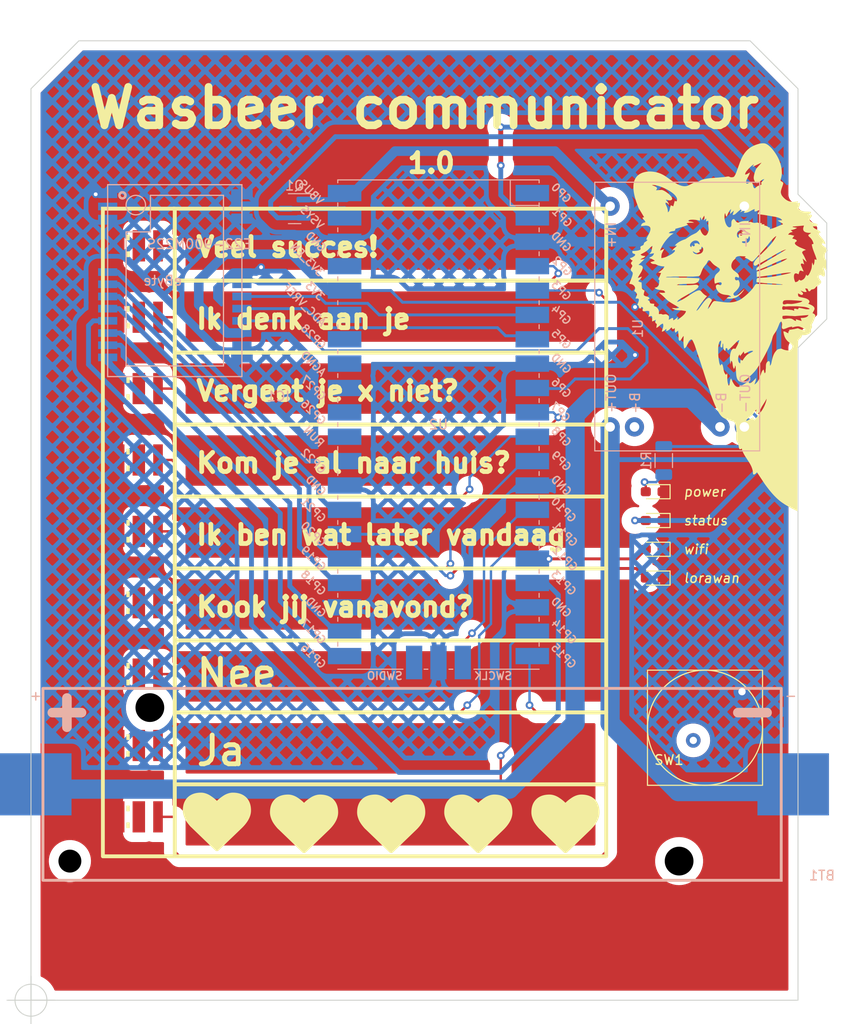
<source format=kicad_pcb>
(kicad_pcb (version 20211014) (generator pcbnew)
  (layers (0 "F.Cu" signal) (31 "B.Cu" signal) (34 "B.Paste" user) (35 "F.Paste" user) (36 "B.SilkS" user "B.Silkscreen") (37 "F.SilkS" user "F.Silkscreen") (38 "B.Mask" user) (39 "F.Mask" user) (44 "Edge.Cuts" user))
  (net 0 "")
  (net 2 "GND")
  (net 3 "/status")
  (net 4 "/RX_{EN}")
  (net 5 "/TX_{EN}")
  (net 6 "/DIO2")
  (net 7 "+3.3V")
  (net 8 "Net-(IC1-Pad13)")
  (net 9 "Net-(IC1-Pad14)")
  (net 10 "Net-(IC1-Pad16)")
  (net 11 "Net-(IC1-Pad17)")
  (net 12 "Net-(IC1-Pad18)")
  (net 13 "Net-(IC1-Pad19)")
  (net 14 "/wifi")
  (net 15 "/~{RST}")
  (net 24 "+5V")
  (net 27 "Net-(BT1-Pad2)")
  (net 28 "Net-(BT1-Pad1)")
  (net 29 "+BATT")
  (net 31 "/lora")
  (net 34 "/LED1")
  (net 35 "/LED2")
  (net 36 "/LED3")
  (net 37 "/LED4")
  (net 38 "/LED5")
  (net 39 "/LED6")
  (net 40 "/LED7")
  (net 41 "/LED8")
  (net 42 "/LED9")
  (net 43 "Net-(D10-Pad2)")
  (footprint "LED_SMD:LED_0603_1608Metric_Pad1.05x0.95mm_HandSolder" (layer "F.Cu") (at 155 101 180)
    (fp_text reference "D13" hide)
    (fp_text value "LED")
  )
  (footprint "Pi_pico:WL-SMDC" (layer "F.Cu") (at 99.25 90.317186)
    (fp_text reference "D4" hide)
    (fp_text value "LED")
  )
  (footprint "LED_SMD:LED_0603_1608Metric_Pad1.05x0.95mm_HandSolder" (layer "F.Cu") (at 155 92 180)
    (fp_text reference "D10" hide)
    (fp_text value "LED")
  )
  (footprint "Pi_pico:WL-SMDC" (layer "F.Cu") (at 99.25 68)
    (fp_text reference "D1" hide)
    (fp_text value "LED")
  )
  (footprint "Pi_pico:WL-SMDC" (layer "F.Cu") (at 99.25 120.073434)
    (fp_text reference "D8" hide)
    (fp_text value "LED")
  )
  (footprint "Pi_pico:320.08E11wht" (layer "F.Cu") (at 154 123)
    (fp_text reference "SW1")
    (fp_text value "SW_Push")
  )
  (footprint "LED_SMD:LED_0603_1608Metric_Pad1.05x0.95mm_HandSolder" (layer "F.Cu") (at 155 95 180)
    (fp_text reference "D12" hide)
    (fp_text value "LED")
  )
  (footprint "Pi_pico:WL-SMDC" (layer "F.Cu") (at 99.25 97.756248)
    (fp_text reference "D5" hide)
    (fp_text value "LED")
  )
  (footprint "LED_SMD:LED_0603_1608Metric_Pad1.05x0.95mm_HandSolder" (layer "F.Cu") (at 155 98 180)
    (fp_text reference "D11" hide)
    (fp_text value "LED")
  )
  (footprint "Pi_pico:WL-SMDC" (layer "F.Cu") (at 99.25 105.19531)
    (fp_text reference "D6" hide)
    (fp_text value "LED")
  )
  (footprint "Pi_pico:WL-SMDC" (layer "F.Cu") (at 99.25 127.5125)
    (fp_text reference "D9" hide)
    (fp_text value "LED")
  )
  (footprint "Pi_pico:WL-SMDC" (layer "F.Cu") (at 99.25 112.634372)
    (fp_text reference "D7" hide)
    (fp_text value "LED")
  )
  (footprint "Pi_pico:WL-SMDC" (layer "F.Cu") (at 99.25 82.878124)
    (fp_text reference "D3" hide)
    (fp_text value "LED")
  )
  (footprint "Pi_pico:WL-SMDC" (layer "F.Cu") (at 99.25 75.439062)
    (fp_text reference "D2" hide)
    (fp_text value "LED")
  )
  (footprint "Pi_pico:E22-900M22S" (layer "B.Cu") (at 105 70)
    (fp_text reference "IC1")
    (fp_text value "E22-900M22S")
  )
  (footprint "Pi_pico:1042P" (layer "B.Cu") (at 172.5 132.5 180)
    (fp_text reference "BT1")
    (fp_text value "Battery_Cell")
  )
  (footprint "Pi_pico:TP4056-Module" (layer "B.Cu") (at 166.005 59.745 -90)
    (fp_text reference "U1")
    (fp_text value "TP4056")
  )
  (footprint "Pi_pico:RPi_Pico_SMD" (layer "B.Cu") (at 132.5 85 180)
    (fp_text reference "U2")
    (fp_text value "Pico")
  )
  (footprint "Package_TO_SOT_SMD:SOT-23" (layer "B.Cu") (at 117.5 62.5 180)
    (fp_text reference "Q1")
    (fp_text value "DMG2302U")
  )
  (footprint "Resistor_SMD:R_1206_3216Metric" (layer "B.Cu") (at 156 88.75 -90)
    (fp_text reference "R1")
    (fp_text value "390R")
  )
  (gr_rect (start 105 107.5) (end 150 100) (layer "F.SilkS") (width 0.4) (fill none))
  (gr_poly (pts (xy 129.338909 123.567459) (xy 129.445523 123.573226) (xy 129.549129 123.582838) (xy 129.649728 123.596295) (xy 129.747319 123.613596) (xy 129.841902 123.634742) (xy 129.933478 123.659733) (xy 130.022046 123.688568) (xy 130.107607 123.721248) (xy 130.19016 123.757773) (xy 130.269705 123.798143) (xy 130.346243 123.842357) (xy 130.419774 123.890416) (xy 130.490296 123.94232) (xy 130.557812 123.998069) (xy 130.622319 124.057662) (xy 130.683354 124.120666) (xy 130.740451 124.186646) (xy 130.793611 124.255603) (xy 130.842833 124.327537) (xy 130.888117 124.402447) (xy 130.929463 124.480334) (xy 130.966872 124.561197) (xy 131.000343 124.645037) (xy 131.029876 124.731853) (xy 131.055471 124.821646) (xy 131.077129 124.914416) (xy 131.094848 125.010162) (xy 131.108631 125.108885) (xy 131.118475 125.210584) (xy 131.124382 125.315259) (xy 131.12635 125.422912) (xy 131.1228 125.532673) (xy 131.11215 125.642681) (xy 131.094399 125.752938) (xy 131.069548 125.863443) (xy 131.037596 125.974196) (xy 130.998544 126.085197) (xy 130.952392 126.196446) (xy 130.89914 126.307943) (xy 130.838787 126.419688) (xy 130.771333 126.531681) (xy 130.69678 126.643922) (xy 130.615126 126.756412) (xy 130.526372 126.869149) (xy 130.430517 126.982134) (xy 130.327562 127.095368) (xy 130.217507 127.208849) (xy 127.744976 129.590099) (xy 127.735922 129.59875) (xy 127.72662 129.606842) (xy 127.71707 129.614377) (xy 127.707273 129.621353) (xy 127.697227 129.627771) (xy 127.686933 129.633631) (xy 127.676391 129.638933) (xy 127.665601 129.643677) (xy 127.654563 129.647863) (xy 127.643277 129.65149) (xy 127.631742 129.65456) (xy 127.61996 129.657071) (xy 127.60793 129.659025) (xy 127.595652 129.66042) (xy 127.583125 129.661257) (xy 127.570351 129.661536) (xy 127.557577 129.661257) (xy 127.54505 129.66042) (xy 127.532772 129.659025) (xy 127.520742 129.657071) (xy 127.508959 129.65456) (xy 127.497425 129.65149) (xy 127.486139 129.647863) (xy 127.475101 129.643677) (xy 127.464311 129.638933) (xy 127.453769 129.633631) (xy 127.443475 129.627771) (xy 127.433429 129.621353) (xy 127.423631 129.614377) (xy 127.414081 129.606842) (xy 127.404779 129.59875) (xy 127.395726 129.590099) (xy 124.919226 127.200911) (xy 124.908839 127.192354) (xy 124.897522 127.182556) (xy 124.885275 127.171518) (xy 124.872097 127.15924) (xy 124.857989 127.145721) (xy 124.842952 127.130962) (xy 124.826983 127.114963) (xy 124.810085 127.097724) (xy 124.791451 127.078035) (xy 124.770274 127.054688) (xy 124.746554 127.027682) (xy 124.720292 126.997017) (xy 124.691488 126.962694) (xy 124.660141 126.924711) (xy 124.626252 126.883071) (xy 124.58982 126.837771) (xy 124.552613 126.790487) (xy 124.516398 126.742893) (xy 124.481175 126.694989) (xy 124.446945 126.646775) (xy 124.413706 126.598251) (xy 124.38146 126.549416) (xy 124.350206 126.500272) (xy 124.319945 126.450818) (xy 124.290582 126.399906) (xy 124.262026 126.34639) (xy 124.234276 126.29027) (xy 124.207331 126.231545) (xy 124.181193 126.170215) (xy 124.155862 126.106281) (xy 124.131336 126.039742) (xy 124.107617 125.970599) (xy 124.085757 125.900402) (xy 124.066813 125.830701) (xy 124.050783 125.761496) (xy 124.037667 125.692787) (xy 124.027466 125.624574) (xy 124.02018 125.556857) (xy 124.015808 125.489636) (xy 124.014351 125.422912) (xy 124.01632 125.315259) (xy 124.022226 125.210584) (xy 124.032071 125.108885) (xy 124.045853 125.010162) (xy 124.063573 124.914416) (xy 124.08523 124.821646) (xy 124.110826 124.731853) (xy 124.140359 124.645037) (xy 124.17383 124.561197) (xy 124.211238 124.480334) (xy 124.252584 124.402447) (xy 124.297869 124.327537) (xy 124.34709 124.255603) (xy 124.40025 124.186646) (xy 124.457347 124.120666) (xy 124.518382 124.057662) (xy 124.58289 123.998069) (xy 124.650405 123.94232) (xy 124.720928 123.890416) (xy 124.794458 123.842357) (xy 124.870996 123.798143) (xy 124.950542 123.757773) (xy 125.033095 123.721248) (xy 125.118656 123.688568) (xy 125.207224 123.659733) (xy 125.2988 123.634742) (xy 125.393383 123.613596) (xy 125.490974 123.596295) (xy 125.591573 123.582838) (xy 125.695179 123.573226) (xy 125.801792 123.567459) (xy 125.911414 123.565537) (xy 125.94221 123.56587) (xy 125.973084 123.56687) (xy 126.035065 123.57087) (xy 126.097356 123.577536) (xy 126.159956 123.586869) (xy 126.222867 123.598868) (xy 126.286088 123.613534) (xy 126.349619 123.630866) (xy 126.41346 123.650865) (xy 126.476898 123.673127) (xy 126.53922 123.69725) (xy 126.600426 123.723233) (xy 126.660515 123.751076) (xy 126.719488 123.780779) (xy 126.777345 123.812343) (xy 126.834086 123.845768) (xy 126.88971 123.881052) (xy 126.943816 123.916988) (xy 126.995998 123.952366) (xy 127.046259 123.987185) (xy 127.094597 124.021447) (xy 127.141013 124.05515) (xy 127.185506 124.088295) (xy 127.228077 124.120883) (xy 127.268726 124.152912) (xy 127.308165 124.18491) (xy 127.347109 124.217404) (xy 127.385556 124.250394) (xy 127.423507 124.283881) (xy 127.460962 124.317863) (xy 127.497921 124.352341) (xy 127.534384 124.387316) (xy 127.570351 124.422787) (xy 127.606318 124.387316) (xy 127.642781 124.352341) (xy 127.67974 124.317863) (xy 127.717195 124.283881) (xy 127.755146 124.250394) (xy 127.793593 124.217404) (xy 127.832536 124.18491) (xy 127.871976 124.152912) (xy 127.912625 124.120883) (xy 127.955196 124.088295) (xy 127.999689 124.05515) (xy 128.046105 124.021447) (xy 128.094443 123.987185) (xy 128.144703 123.952366) (xy 128.196886 123.916988) (xy 128.250991 123.881052) (xy 128.306616 123.845768) (xy 128.363357 123.812343) (xy 128.421213 123.780779) (xy 128.480187 123.751076) (xy 128.540276 123.723233) (xy 128.601482 123.69725) (xy 128.663803 123.673127) (xy 128.727241 123.650865) (xy 128.791082 123.630866) (xy 128.854613 123.613534) (xy 128.917834 123.598868) (xy 128.980745 123.586869) (xy 129.043346 123.577536) (xy 129.105637 123.57087) (xy 129.167617 123.56687) (xy 129.229288 123.565537)) (layer "F.SilkS") (width 0) (fill solid))
  (gr_rect (start 105 122.5) (end 150 115) (layer "F.SilkS") (width 0.4) (fill none))
  (gr_poly (pts (xy 111.163183 123.366548) (xy 111.269797 123.372315) (xy 111.373403 123.381927) (xy 111.474002 123.395384) (xy 111.571593 123.412685) (xy 111.666176 123.433831) (xy 111.757752 123.458822) (xy 111.84632 123.487657) (xy 111.931881 123.520337) (xy 112.014434 123.556862) (xy 112.093979 123.597232) (xy 112.170517 123.641446) (xy 112.244048 123.689505) (xy 112.31457 123.741409) (xy 112.382086 123.797158) (xy 112.446593 123.856751) (xy 112.507628 123.919755) (xy 112.564725 123.985735) (xy 112.617885 124.054692) (xy 112.667107 124.126626) (xy 112.712391 124.201536) (xy 112.753737 124.279423) (xy 112.791146 124.360286) (xy 112.824617 124.444126) (xy 112.85415 124.530942) (xy 112.879745 124.620735) (xy 112.901403 124.713505) (xy 112.919122 124.809251) (xy 112.932905 124.907974) (xy 112.942749 125.009673) (xy 112.948656 125.114348) (xy 112.950624 125.222001) (xy 112.947074 125.331762) (xy 112.936424 125.44177) (xy 112.918673 125.552027) (xy 112.893822 125.662532) (xy 112.86187 125.773285) (xy 112.822818 125.884286) (xy 112.776666 125.995535) (xy 112.723414 126.107032) (xy 112.663061 126.218777) (xy 112.595607 126.33077) (xy 112.521054 126.443011) (xy 112.4394 126.555501) (xy 112.350646 126.668238) (xy 112.254791 126.781223) (xy 112.151836 126.894457) (xy 112.041781 127.007938) (xy 109.56925 129.389188) (xy 109.560196 129.397839) (xy 109.550894 129.405931) (xy 109.541344 129.413466) (xy 109.531547 129.420442) (xy 109.521501 129.42686) (xy 109.511207 129.43272) (xy 109.500665 129.438022) (xy 109.489875 129.442766) (xy 109.478837 129.446952) (xy 109.467551 129.450579) (xy 109.456016 129.453649) (xy 109.444234 129.45616) (xy 109.432204 129.458114) (xy 109.419926 129.459509) (xy 109.407399 129.460346) (xy 109.394625 129.460625) (xy 109.381851 129.460346) (xy 109.369324 129.459509) (xy 109.357046 129.458114) (xy 109.345016 129.45616) (xy 109.333233 129.453649) (xy 109.321699 129.450579) (xy 109.310413 129.446952) (xy 109.299375 129.442766) (xy 109.288585 129.438022) (xy 109.278043 129.43272) (xy 109.267749 129.42686) (xy 109.257703 129.420442) (xy 109.247905 129.413466) (xy 109.238355 129.405931) (xy 109.229053 129.397839) (xy 109.22 129.389188) (xy 106.7435 127) (xy 106.733113 126.991443) (xy 106.721796 126.981645) (xy 106.709549 126.970607) (xy 106.696371 126.958329) (xy 106.682263 126.94481) (xy 106.667226 126.930051) (xy 106.651257 126.914052) (xy 106.634359 126.896813) (xy 106.615725 126.877124) (xy 106.594548 126.853777) (xy 106.570828 126.826771) (xy 106.544566 126.796106) (xy 106.515762 126.761783) (xy 106.484415 126.7238) (xy 106.450526 126.68216) (xy 106.414094 126.63686) (xy 106.376887 126.589576) (xy 106.340672 126.541982) (xy 106.305449 126.494078) (xy 106.271219 126.445864) (xy 106.23798 126.39734) (xy 106.205734 126.348505) (xy 106.17448 126.299361) (xy 106.144219 126.249907) (xy 106.114856 126.198995) (xy 106.0863 126.145479) (xy 106.05855 126.089359) (xy 106.031605 126.030634) (xy 106.005467 125.969304) (xy 105.980136 125.90537) (xy 105.95561 125.838831) (xy 105.931891 125.769688) (xy 105.910031 125.699491) (xy 105.891087 125.62979) (xy 105.875057 125.560585) (xy 105.861941 125.491876) (xy 105.85174 125.423663) (xy 105.844454 125.355946) (xy 105.840082 125.288725) (xy 105.838625 125.222001) (xy 105.840594 125.114348) (xy 105.8465 125.009673) (xy 105.856345 124.907974) (xy 105.870127 124.809251) (xy 105.887847 124.713505) (xy 105.909504 124.620735) (xy 105.9351 124.530942) (xy 105.964633 124.444126) (xy 105.998104 124.360286) (xy 106.035512 124.279423) (xy 106.076858 124.201536) (xy 106.122143 124.126626) (xy 106.171364 124.054692) (xy 106.224524 123.985735) (xy 106.281621 123.919755) (xy 106.342656 123.856751) (xy 106.407164 123.797158) (xy 106.474679 123.741409) (xy 106.545202 123.689505) (xy 106.618732 123.641446) (xy 106.69527 123.597232) (xy 106.774816 123.556862) (xy 106.857369 123.520337) (xy 106.94293 123.487657) (xy 107.031498 123.458822) (xy 107.123074 123.433831) (xy 107.217657 123.412685) (xy 107.315248 123.395384) (xy 107.415847 123.381927) (xy 107.519453 123.372315) (xy 107.626066 123.366548) (xy 107.735688 123.364626) (xy 107.766484 123.364959) (xy 107.797358 123.365959) (xy 107.859339 123.369959) (xy 107.92163 123.376625) (xy 107.98423 123.385958) (xy 108.047141 123.397957) (xy 108.110362 123.412623) (xy 108.173893 123.429955) (xy 108.237734 123.449954) (xy 108.301172 123.472216) (xy 108.363494 123.496339) (xy 108.4247 123.522322) (xy 108.484789 123.550165) (xy 108.543762 123.579868) (xy 108.601619 123.611432) (xy 108.65836 123.644857) (xy 108.713984 123.680141) (xy 108.76809 123.716077) (xy 108.820272 123.751455) (xy 108.870533 123.786274) (xy 108.918871 123.820536) (xy 108.965287 123.854239) (xy 109.00978 123.887384) (xy 109.052351 123.919972) (xy 109.093 123.952001) (xy 109.132439 123.983999) (xy 109.171383 124.016493) (xy 109.20983 124.049483) (xy 109.247781 124.08297) (xy 109.285236 124.116952) (xy 109.322195 124.15143) (xy 109.358658 124.186405) (xy 109.394625 124.221876) (xy 109.430592 124.186405) (xy 109.467055 124.15143) (xy 109.504014 124.116952) (xy 109.541469 124.08297) (xy 109.57942 124.049483) (xy 109.617867 124.016493) (xy 109.65681 123.983999) (xy 109.69625 123.952001) (xy 109.736899 123.919972) (xy 109.77947 123.887384) (xy 109.823963 123.854239) (xy 109.870379 123.820536) (xy 109.918717 123.786274) (xy 109.968977 123.751455) (xy 110.02116 123.716077) (xy 110.075265 123.680141) (xy 110.13089 123.644857) (xy 110.187631 123.611432) (xy 110.245487 123.579868) (xy 110.304461 123.550165) (xy 110.36455 123.522322) (xy 110.425756 123.496339) (xy 110.488077 123.472216) (xy 110.551515 123.449954) (xy 110.615356 123.429955) (xy 110.678887 123.412623) (xy 110.742108 123.397957) (xy 110.805019 123.385958) (xy 110.86762 123.376625) (xy 110.929911 123.369959) (xy 110.991891 123.365959) (xy 111.053562 123.364626)) (layer "F.SilkS") (width 0) (fill solid))
  (gr_rect (start 105 77.5) (end 150 70) (layer "F.SilkS") (width 0.4) (fill none))
  (gr_rect (start 105 70) (end 150 62.5) (layer "F.SilkS") (width 0.4) (fill none))
  (gr_poly (pts (xy 147.514636 123.567459) (xy 147.62125 123.573226) (xy 147.724856 123.582838) (xy 147.825455 123.596295) (xy 147.923046 123.613596) (xy 148.017629 123.634742) (xy 148.109205 123.659733) (xy 148.197773 123.688568) (xy 148.283334 123.721248) (xy 148.365887 123.757773) (xy 148.445432 123.798143) (xy 148.52197 123.842357) (xy 148.595501 123.890416) (xy 148.666023 123.94232) (xy 148.733539 123.998069) (xy 148.798046 124.057662) (xy 148.859081 124.120666) (xy 148.916178 124.186646) (xy 148.969338 124.255603) (xy 149.01856 124.327537) (xy 149.063844 124.402447) (xy 149.10519 124.480334) (xy 149.142599 124.561197) (xy 149.17607 124.645037) (xy 149.205603 124.731853) (xy 149.231198 124.821646) (xy 149.252856 124.914416) (xy 149.270575 125.010162) (xy 149.284358 125.108885) (xy 149.294202 125.210584) (xy 149.300109 125.315259) (xy 149.302077 125.422912) (xy 149.298527 125.532673) (xy 149.287877 125.642681) (xy 149.270126 125.752938) (xy 149.245275 125.863443) (xy 149.213323 125.974196) (xy 149.174271 126.085197) (xy 149.128119 126.196446) (xy 149.074867 126.307943) (xy 149.014514 126.419688) (xy 148.94706 126.531681) (xy 148.872507 126.643922) (xy 148.790853 126.756412) (xy 148.702099 126.869149) (xy 148.606244 126.982134) (xy 148.503289 127.095368) (xy 148.393234 127.208849) (xy 145.920703 129.590099) (xy 145.911649 129.59875) (xy 145.902347 129.606842) (xy 145.892797 129.614377) (xy 145.883 129.621353) (xy 145.872954 129.627771) (xy 145.86266 129.633631) (xy 145.852118 129.638933) (xy 145.841328 129.643677) (xy 145.83029 129.647863) (xy 145.819004 129.65149) (xy 145.807469 129.65456) (xy 145.795687 129.657071) (xy 145.783657 129.659025) (xy 145.771379 129.66042) (xy 145.758852 129.661257) (xy 145.746078 129.661536) (xy 145.733304 129.661257) (xy 145.720777 129.66042) (xy 145.708499 129.659025) (xy 145.696469 129.657071) (xy 145.684686 129.65456) (xy 145.673152 129.65149) (xy 145.661866 129.647863) (xy 145.650828 129.643677) (xy 145.640038 129.638933) (xy 145.629496 129.633631) (xy 145.619202 129.627771) (xy 145.609156 129.621353) (xy 145.599358 129.614377) (xy 145.589808 129.606842) (xy 145.580506 129.59875) (xy 145.571453 129.590099) (xy 143.094953 127.200911) (xy 143.084566 127.192354) (xy 143.073249 127.182556) (xy 143.061002 127.171518) (xy 143.047824 127.15924) (xy 143.033716 127.145721) (xy 143.018679 127.130962) (xy 143.00271 127.114963) (xy 142.985812 127.097724) (xy 142.967178 127.078035) (xy 142.946001 127.054688) (xy 142.922281 127.027682) (xy 142.896019 126.997017) (xy 142.867215 126.962694) (xy 142.835868 126.924711) (xy 142.801979 126.883071) (xy 142.765547 126.837771) (xy 142.72834 126.790487) (xy 142.692125 126.742893) (xy 142.656902 126.694989) (xy 142.622672 126.646775) (xy 142.589433 126.598251) (xy 142.557187 126.549416) (xy 142.525933 126.500272) (xy 142.495672 126.450818) (xy 142.466309 126.399906) (xy 142.437753 126.34639) (xy 142.410003 126.29027) (xy 142.383058 126.231545) (xy 142.35692 126.170215) (xy 142.331589 126.106281) (xy 142.307063 126.039742) (xy 142.283344 125.970599) (xy 142.261484 125.900402) (xy 142.24254 125.830701) (xy 142.22651 125.761496) (xy 142.213394 125.692787) (xy 142.203193 125.624574) (xy 142.195907 125.556857) (xy 142.191535 125.489636) (xy 142.190078 125.422912) (xy 142.192047 125.315259) (xy 142.197953 125.210584) (xy 142.207798 125.108885) (xy 142.22158 125.010162) (xy 142.2393 124.914416) (xy 142.260957 124.821646) (xy 142.286553 124.731853) (xy 142.316086 124.645037) (xy 142.349557 124.561197) (xy 142.386965 124.480334) (xy 142.428311 124.402447) (xy 142.473596 124.327537) (xy 142.522817 124.255603) (xy 142.575977 124.186646) (xy 142.633074 124.120666) (xy 142.694109 124.057662) (xy 142.758617 123.998069) (xy 142.826132 123.94232) (xy 142.896655 123.890416) (xy 142.970185 123.842357) (xy 143.046723 123.798143) (xy 143.126269 123.757773) (xy 143.208822 123.721248) (xy 143.294383 123.688568) (xy 143.382951 123.659733) (xy 143.474527 123.634742) (xy 143.56911 123.613596) (xy 143.666701 123.596295) (xy 143.7673 123.582838) (xy 143.870906 123.573226) (xy 143.977519 123.567459) (xy 144.087141 123.565537) (xy 144.117937 123.56587) (xy 144.148811 123.56687) (xy 144.210792 123.57087) (xy 144.273083 123.577536) (xy 144.335683 123.586869) (xy 144.398594 123.598868) (xy 144.461815 123.613534) (xy 144.525346 123.630866) (xy 144.589187 123.650865) (xy 144.652625 123.673127) (xy 144.714947 123.69725) (xy 144.776153 123.723233) (xy 144.836242 123.751076) (xy 144.895215 123.780779) (xy 144.953072 123.812343) (xy 145.009813 123.845768) (xy 145.065437 123.881052) (xy 145.119543 123.916988) (xy 145.171725 123.952366) (xy 145.221986 123.987185) (xy 145.270324 124.021447) (xy 145.31674 124.05515) (xy 145.361233 124.088295) (xy 145.403804 124.120883) (xy 145.444453 124.152912) (xy 145.483892 124.18491) (xy 145.522836 124.217404) (xy 145.561283 124.250394) (xy 145.599234 124.283881) (xy 145.636689 124.317863) (xy 145.673648 124.352341) (xy 145.710111 124.387316) (xy 145.746078 124.422787) (xy 145.782045 124.387316) (xy 145.818508 124.352341) (xy 145.855467 124.317863) (xy 145.892922 124.283881) (xy 145.930873 124.250394) (xy 145.96932 124.217404) (xy 146.008263 124.18491) (xy 146.047703 124.152912) (xy 146.088352 124.120883) (xy 146.130923 124.088295) (xy 146.175416 124.05515) (xy 146.221832 124.021447) (xy 146.27017 123.987185) (xy 146.32043 123.952366) (xy 146.372613 123.916988) (xy 146.426718 123.881052) (xy 146.482343 123.845768) (xy 146.539084 123.812343) (xy 146.59694 123.780779) (xy 146.655914 123.751076) (xy 146.716003 123.723233) (xy 146.777209 123.69725) (xy 146.83953 123.673127) (xy 146.902968 123.650865) (xy 146.966809 123.630866) (xy 147.03034 123.613534) (xy 147.093561 123.598868) (xy 147.156472 123.586869) (xy 147.219073 123.577536) (xy 147.281364 123.57087) (xy 147.343344 123.56687) (xy 147.405015 123.565537)) (layer "F.SilkS") (width 0) (fill solid))
  (gr_poly (pts (xy 120.251046 123.567459) (xy 120.35766 123.573226) (xy 120.461266 123.582838) (xy 120.561865 123.596295) (xy 120.659456 123.613596) (xy 120.754039 123.634742) (xy 120.845615 123.659733) (xy 120.934183 123.688568) (xy 121.019744 123.721248) (xy 121.102297 123.757773) (xy 121.181842 123.798143) (xy 121.25838 123.842357) (xy 121.331911 123.890416) (xy 121.402433 123.94232) (xy 121.469949 123.998069) (xy 121.534456 124.057662) (xy 121.595491 124.120666) (xy 121.652588 124.186646) (xy 121.705748 124.255603) (xy 121.75497 124.327537) (xy 121.800254 124.402447) (xy 121.8416 124.480334) (xy 121.879009 124.561197) (xy 121.91248 124.645037) (xy 121.942013 124.731853) (xy 121.967608 124.821646) (xy 121.989266 124.914416) (xy 122.006985 125.010162) (xy 122.020768 125.108885) (xy 122.030612 125.210584) (xy 122.036519 125.315259) (xy 122.038487 125.422912) (xy 122.034937 125.532673) (xy 122.024287 125.642681) (xy 122.006536 125.752938) (xy 121.981685 125.863443) (xy 121.949733 125.974196) (xy 121.910681 126.085197) (xy 121.864529 126.196446) (xy 121.811277 126.307943) (xy 121.750924 126.419688) (xy 121.68347 126.531681) (xy 121.608917 126.643922) (xy 121.527263 126.756412) (xy 121.438509 126.869149) (xy 121.342654 126.982134) (xy 121.239699 127.095368) (xy 121.129644 127.208849) (xy 118.657113 129.590099) (xy 118.648059 129.59875) (xy 118.638757 129.606842) (xy 118.629207 129.614377) (xy 118.61941 129.621353) (xy 118.609364 129.627771) (xy 118.59907 129.633631) (xy 118.588528 129.638933) (xy 118.577738 129.643677) (xy 118.5667 129.647863) (xy 118.555414 129.65149) (xy 118.543879 129.65456) (xy 118.532097 129.657071) (xy 118.520067 129.659025) (xy 118.507789 129.66042) (xy 118.495262 129.661257) (xy 118.482488 129.661536) (xy 118.469714 129.661257) (xy 118.457187 129.66042) (xy 118.444909 129.659025) (xy 118.432879 129.657071) (xy 118.421096 129.65456) (xy 118.409562 129.65149) (xy 118.398276 129.647863) (xy 118.387238 129.643677) (xy 118.376448 129.638933) (xy 118.365906 129.633631) (xy 118.355612 129.627771) (xy 118.345566 129.621353) (xy 118.335768 129.614377) (xy 118.326218 129.606842) (xy 118.316916 129.59875) (xy 118.307863 129.590099) (xy 115.831363 127.200911) (xy 115.820976 127.192354) (xy 115.809659 127.182556) (xy 115.797412 127.171518) (xy 115.784234 127.15924) (xy 115.770126 127.145721) (xy 115.755089 127.130962) (xy 115.73912 127.114963) (xy 115.722222 127.097724) (xy 115.703588 127.078035) (xy 115.682411 127.054688) (xy 115.658691 127.027682) (xy 115.632429 126.997017) (xy 115.603625 126.962694) (xy 115.572278 126.924711) (xy 115.538389 126.883071) (xy 115.501957 126.837771) (xy 115.46475 126.790487) (xy 115.428535 126.742893) (xy 115.393312 126.694989) (xy 115.359082 126.646775) (xy 115.325843 126.598251) (xy 115.293597 126.549416) (xy 115.262343 126.500272) (xy 115.232082 126.450818) (xy 115.202719 126.399906) (xy 115.174163 126.34639) (xy 115.146413 126.29027) (xy 115.119468 126.231545) (xy 115.09333 126.170215) (xy 115.067999 126.106281) (xy 115.043473 126.039742) (xy 115.019754 125.970599) (xy 114.997894 125.900402) (xy 114.97895 125.830701) (xy 114.96292 125.761496) (xy 114.949804 125.692787) (xy 114.939603 125.624574) (xy 114.932317 125.556857) (xy 114.927945 125.489636) (xy 114.926488 125.422912) (xy 114.928457 125.315259) (xy 114.934363 125.210584) (xy 114.944208 125.108885) (xy 114.95799 125.010162) (xy 114.97571 124.914416) (xy 114.997367 124.821646) (xy 115.022963 124.731853) (xy 115.052496 124.645037) (xy 115.085967 124.561197) (xy 115.123375 124.480334) (xy 115.164721 124.402447) (xy 115.210006 124.327537) (xy 115.259227 124.255603) (xy 115.312387 124.186646) (xy 115.369484 124.120666) (xy 115.430519 124.057662) (xy 115.495027 123.998069) (xy 115.562542 123.94232) (xy 115.633065 123.890416) (xy 115.706595 123.842357) (xy 115.783133 123.798143) (xy 115.862679 123.757773) (xy 115.945232 123.721248) (xy 116.030793 123.688568) (xy 116.119361 123.659733) (xy 116.210937 123.634742) (xy 116.30552 123.613596) (xy 116.403111 123.596295) (xy 116.50371 123.582838) (xy 116.607316 123.573226) (xy 116.713929 123.567459) (xy 116.823551 123.565537) (xy 116.854347 123.56587) (xy 116.885221 123.56687) (xy 116.947202 123.57087) (xy 117.009493 123.577536) (xy 117.072093 123.586869) (xy 117.135004 123.598868) (xy 117.198225 123.613534) (xy 117.261756 123.630866) (xy 117.325597 123.650865) (xy 117.389035 123.673127) (xy 117.451357 123.69725) (xy 117.512563 123.723233) (xy 117.572652 123.751076) (xy 117.631625 123.780779) (xy 117.689482 123.812343) (xy 117.746223 123.845768) (xy 117.801847 123.881052) (xy 117.855953 123.916988) (xy 117.908135 123.952366) (xy 117.958396 123.987185) (xy 118.006734 124.021447) (xy 118.05315 124.05515) (xy 118.097643 124.088295) (xy 118.140214 124.120883) (xy 118.180863 124.152912) (xy 118.220302 124.18491) (xy 118.259246 124.217404) (xy 118.297693 124.250394) (xy 118.335644 124.283881) (xy 118.373099 124.317863) (xy 118.410058 124.352341) (xy 118.446521 124.387316) (xy 118.482488 124.422787) (xy 118.518455 124.387316) (xy 118.554918 124.352341) (xy 118.591877 124.317863) (xy 118.629332 124.283881) (xy 118.667283 124.250394) (xy 118.70573 124.217404) (xy 118.744673 124.18491) (xy 118.784113 124.152912) (xy 118.824762 124.120883) (xy 118.867333 124.088295) (xy 118.911826 124.05515) (xy 118.958242 124.021447) (xy 119.00658 123.987185) (xy 119.05684 123.952366) (xy 119.109023 123.916988) (xy 119.163128 123.881052) (xy 119.218753 123.845768) (xy 119.275494 123.812343) (xy 119.33335 123.780779) (xy 119.392324 123.751076) (xy 119.452413 123.723233) (xy 119.513619 123.69725) (xy 119.57594 123.673127) (xy 119.639378 123.650865) (xy 119.703219 123.630866) (xy 119.76675 123.613534) (xy 119.829971 123.598868) (xy 119.892882 123.586869) (xy 119.955483 123.577536) (xy 120.017774 123.57087) (xy 120.079754 123.56687) (xy 120.141425 123.565537)) (layer "F.SilkS") (width 0) (fill solid))
  (gr_rect (start 97.5 130) (end 105 62.5) (layer "F.SilkS") (width 0.4) (fill none))
  (gr_rect (start 105 100) (end 150 92.5) (layer "F.SilkS") (width 0.4) (fill none))
  (gr_rect (start 105 130) (end 150 122.5) (layer "F.SilkS") (width 0.4) (fill none))
  (gr_rect (start 105 115) (end 150 107.5) (layer "F.SilkS") (width 0.4) (fill none))
  (gr_poly (pts (xy 166.394046 55.686473) (xy 166.424943 55.687243) (xy 166.455716 55.688832) (xy 166.485938 55.691468) (xy 166.500708 55.693251) (xy 166.515179 55.695382) (xy 166.529298 55.69789) (xy 166.543012 55.700803) (xy 166.571382 55.708076) (xy 166.599914 55.716899) (xy 166.628576 55.727201) (xy 166.657335 55.73891) (xy 166.715011 55.766265) (xy 166.77268 55.798393) (xy 166.830079 55.834722) (xy 166.886946 55.874681) (xy 166.943017 55.917698) (xy 166.99803 55.963203) (xy 167.051723 56.010625) (xy 167.103831 56.059391) (xy 167.154094 56.10893) (xy 167.202247 56.158673) (xy 167.248028 56.208046) (xy 167.291175 56.256478) (xy 167.368513 56.348238) (xy 167.471965 56.480165) (xy 167.571148 56.61587) (xy 167.665713 56.755167) (xy 167.755309 56.897873) (xy 167.839589 57.043801) (xy 167.918201 57.192768) (xy 167.990796 57.344588) (xy 168.057026 57.499076) (xy 168.116539 57.656048) (xy 168.168987 57.815319) (xy 168.21402 57.976704) (xy 168.251288 58.140017) (xy 168.280442 58.305075) (xy 168.301132 58.471692) (xy 168.313009 58.639683) (xy 168.315722 58.808863) (xy 168.313595 58.864846) (xy 168.308826 58.924242) (xy 168.30175 58.985852) (xy 168.292703 59.048476) (xy 168.282018 59.110914) (xy 168.270031 59.171966) (xy 168.257077 59.230433) (xy 168.24349 59.285113) (xy 168.205159 59.41972) (xy 168.194731 59.459108) (xy 168.186154 59.495258) (xy 168.182902 59.511256) (xy 168.180523 59.525406) (xy 168.179154 59.537365) (xy 168.178932 59.546786) (xy 168.180281 59.559551) (xy 168.18298 59.571447) (xy 168.186943 59.582537) (xy 168.192083 59.592887) (xy 168.198312 59.602559) (xy 168.205544 59.611618) (xy 168.213693 59.620128) (xy 168.222671 59.628154) (xy 168.232392 59.635758) (xy 168.242768 59.643006) (xy 168.265141 59.656686) (xy 168.289095 59.669708) (xy 168.313936 59.682583) (xy 168.338969 59.695825) (xy 168.3635 59.709944) (xy 168.375359 59.717493) (xy 168.386833 59.725454) (xy 168.397835 59.733891) (xy 168.408276 59.742867) (xy 168.418071 59.752447) (xy 168.427133 59.762695) (xy 168.435374 59.773675) (xy 168.442709 59.785451) (xy 168.44905 59.798088) (xy 168.45431 59.811648) (xy 168.458403 59.826196) (xy 168.461242 59.841796) (xy 168.462041 59.854666) (xy 168.461367 59.869569) (xy 168.459379 59.88622) (xy 168.456236 59.904333) (xy 168.452096 59.923623) (xy 168.447118 59.943804) (xy 168.43528 59.985697) (xy 168.421991 60.027726) (xy 168.40852 60.067606) (xy 168.3861 60.13178) (xy 168.33576 60.273745) (xy 168.308194 60.352789) (xy 168.281227 60.434265) (xy 168.256504 60.515963) (xy 168.245499 60.556206) (xy 168.235673 60.595677) (xy 168.227231 60.6341) (xy 168.22038 60.671199) (xy 168.215324 60.706698) (xy 168.212271 60.740321) (xy 168.211367 60.762804) (xy 168.211367 60.785057) (xy 168.213975 60.82888) (xy 168.219886 60.871793) (xy 168.228889 60.913801) (xy 168.240776 60.954909) (xy 168.255337 60.99512) (xy 168.272363 61.034439) (xy 168.291644 61.07287) (xy 168.312972 61.110417) (xy 168.336138 61.147085) (xy 168.360931 61.182878) (xy 168.387142 61.217799) (xy 168.414563 61.251855) (xy 168.442984 61.285047) (xy 168.472195 61.317382) (xy 168.501988 61.348863) (xy 168.583109 61.428021) (xy 168.665219 61.498661) (xy 168.70668 61.530857) (xy 168.748431 61.561007) (xy 168.790487 61.589141) (xy 168.832862 61.615286) (xy 168.875569 61.63947) (xy 168.918623 61.661721) (xy 168.962039 61.682068) (xy 169.005831 61.700539) (xy 169.050013 61.717162) (xy 169.0946 61.731964) (xy 169.139605 61.744975) (xy 169.185043 61.756222) (xy 169.277275 61.773537) (xy 169.37141 61.784136) (xy 169.467563 61.788243) (xy 169.565849 61.786083) (xy 169.66638 61.777881) (xy 169.769273 61.763864) (xy 169.87464 61.744255) (xy 169.982597 61.71928) (xy 170.009054 61.745738) (xy 169.903221 61.930946) (xy 170.194264 61.878029) (xy 170.194549 61.962986) (xy 170.193887 62.001324) (xy 170.193058 62.019939) (xy 170.191783 62.038367) (xy 170.189978 62.056745) (xy 170.187558 62.075211) (xy 170.184439 62.093902) (xy 170.180534 62.112955) (xy 170.17576 62.132507) (xy 170.170031 62.152695) (xy 170.163263 62.173657) (xy 170.155371 62.19553) (xy 170.149361 62.210454) (xy 170.14221 62.226631) (xy 170.125443 62.262027) (xy 170.106996 62.300281) (xy 170.088794 62.339959) (xy 170.080386 62.359883) (xy 170.072762 62.379624) (xy 170.066162 62.399004) (xy 170.060826 62.417841) (xy 170.056996 62.435959) (xy 170.05572 62.444691) (xy 170.054912 62.453175) (xy 170.054599 62.46139) (xy 170.054814 62.469312) (xy 170.055585 62.47692) (xy 170.056944 62.48419) (xy 170.059784 62.4942) (xy 170.063607 62.504133) (xy 170.06836 62.513978) (xy 170.073993 62.523727) (xy 170.080454 62.53337) (xy 170.087691 62.542897) (xy 170.095653 62.5523) (xy 170.104288 62.561568) (xy 170.113545 62.570693) (xy 170.123372 62.579664) (xy 170.14453 62.597109) (xy 170.16735 62.613827) (xy 170.191419 62.629744) (xy 170.216325 62.644783) (xy 170.241657 62.658869) (xy 170.267 62.671927) (xy 170.291944 62.68388) (xy 170.316075 62.694654) (xy 170.338982 62.704172) (xy 170.360252 62.71236) (xy 170.379472 62.71914) (xy 170.430133 62.735733) (xy 170.47701 62.750007) (xy 170.520649 62.762137) (xy 170.561592 62.772297) (xy 170.600385 62.780662) (xy 170.637572 62.787406) (xy 170.673699 62.792704) (xy 170.709308 62.796729) (xy 170.744946 62.799657) (xy 170.781155 62.801662) (xy 170.857471 62.8036) (xy 171.04093 62.804072) (xy 171.35843 62.83053) (xy 171.355317 62.861148) (xy 171.351074 62.889289) (xy 171.345607 62.915083) (xy 171.342385 62.92714) (xy 171.338822 62.938657) (xy 171.334905 62.949652) (xy 171.330624 62.96014) (xy 171.325966 62.970137) (xy 171.32092 62.97966) (xy 171.315474 62.988724) (xy 171.309616 62.997345) (xy 171.303334 63.00554) (xy 171.296616 63.013324) (xy 171.289452 63.020713) (xy 171.281828 63.027724) (xy 171.273733 63.034372) (xy 171.265156 63.040674) (xy 171.256085 63.046646) (xy 171.246507 63.052303) (xy 171.236411 63.057662) (xy 171.225786 63.062739) (xy 171.2029 63.072109) (xy 171.177754 63.080543) (xy 171.150253 63.088168) (xy 171.120304 63.095113) (xy 171.093846 63.200947) (xy 171.132523 63.18057) (xy 171.176049 63.158286) (xy 171.199038 63.147523) (xy 171.222527 63.137597) (xy 171.24628 63.128943) (xy 171.270059 63.122001) (xy 171.281885 63.119309) (xy 171.293628 63.117208) (xy 171.305258 63.115754) (xy 171.316748 63.115001) (xy 171.328066 63.115004) (xy 171.339183 63.115817) (xy 171.350069 63.117496) (xy 171.360695 63.120096) (xy 171.371031 63.123669) (xy 171.381048 63.128273) (xy 171.390715 63.13396) (xy 171.400004 63.140786) (xy 171.408884 63.148806) (xy 171.417326 63.158074) (xy 171.4253 63.168645) (xy 171.432777 63.180574) (xy 171.440551 63.196713) (xy 171.445544 63.212745) (xy 171.447941 63.228686) (xy 171.447931 63.244552) (xy 171.445699 63.260359) (xy 171.441433 63.276123) (xy 171.435321 63.291858) (xy 171.427548 63.307582) (xy 171.418302 63.32331) (xy 171.40777 63.339057) (xy 171.383595 63.370674) (xy 171.328036 63.434838) (xy 171.299643 63.467638) (xy 171.272836 63.501086) (xy 171.260495 63.518092) (xy 171.249111 63.535307) (xy 171.238871 63.552748) (xy 171.229962 63.570429) (xy 171.222571 63.588366) (xy 171.216885 63.606576) (xy 171.213092 63.625074) (xy 171.211377 63.643876) (xy 171.211928 63.662998) (xy 171.214933 63.682456) (xy 171.220577 63.702264) (xy 171.229048 63.72244) (xy 171.242049 63.745955) (xy 171.257425 63.768397) (xy 171.275008 63.789796) (xy 171.294628 63.810183) (xy 171.316117 63.829587) (xy 171.339305 63.848039) (xy 171.364024 63.865567) (xy 171.390104 63.882203) (xy 171.445676 63.912915) (xy 171.504668 63.940413) (xy 171.56573 63.964937) (xy 171.62751 63.986726) (xy 171.688658 64.006018) (xy 171.747823 64.023054) (xy 171.854796 64.051313) (xy 171.937623 64.073413) (xy 171.966603 64.082752) (xy 171.985493 64.091269) (xy 171.99482 64.097521) (xy 172.003111 64.104293) (xy 172.010374 64.111542) (xy 172.016617 64.119224) (xy 172.021847 64.127298) (xy 172.026072 64.135719) (xy 172.0293 64.144445) (xy 172.031538 64.153434) (xy 172.032794 64.162641) (xy 172.033075 64.172024) (xy 172.03239 64.18154) (xy 172.030745 64.191147) (xy 172.028149 64.2008) (xy 172.024609 64.210457) (xy 172.020133 64.220076) (xy 172.014728 64.229613) (xy 172.008403 64.239025) (xy 172.001164 64.248269) (xy 171.99302 64.257303) (xy 171.983978 64.266083) (xy 171.974045 64.274566) (xy 171.96323 64.282709) (xy 171.95154 64.29047) (xy 171.938983 64.297805) (xy 171.925566 64.304672) (xy 171.911297 64.311027) (xy 171.896184 64.316827) (xy 171.880234 64.32203) (xy 171.863455 64.326593) (xy 171.845855 64.330472) (xy 171.827441 64.333625) (xy 171.808221 64.336008) (xy 171.786873 64.337975) (xy 171.767834 64.339386) (xy 171.735254 64.341002) (xy 171.682081 64.342623) (xy 171.669201 64.343362) (xy 171.655771 64.344463) (xy 171.641434 64.346042) (xy 171.625833 64.348213) (xy 171.60861 64.35109) (xy 171.589408 64.35479) (xy 171.56787 64.359426) (xy 171.543638 64.365113) (xy 171.576087 64.403486) (xy 171.60598 64.437189) (xy 171.633789 64.466727) (xy 171.659985 64.492609) (xy 171.685038 64.51534) (xy 171.709419 64.535428) (xy 171.7336 64.553379) (xy 171.75805 64.569702) (xy 171.783242 64.584901) (xy 171.809645 64.599486) (xy 171.837732 64.613962) (xy 171.867972 64.628836) (xy 171.936797 64.661808) (xy 172.019888 64.702456) (xy 172.130818 64.756705) (xy 172.156887 64.770172) (xy 172.182087 64.78408) (xy 172.206316 64.798668) (xy 172.229471 64.814177) (xy 172.251451 64.830845) (xy 172.272154 64.848913) (xy 172.291478 64.868619) (xy 172.300591 64.879161) (xy 172.309322 64.890203) (xy 172.317656 64.901775) (xy 172.325582 64.913905) (xy 172.333087 64.926625) (xy 172.340158 64.939965) (xy 172.346782 64.953953) (xy 172.352946 64.96862) (xy 172.358639 64.983997) (xy 172.363847 65.000113) (xy 172.332589 65.007247) (xy 172.315306 65.0118) (xy 172.297436 65.0171) (xy 172.279369 65.023214) (xy 172.26149 65.030209) (xy 172.244188 65.038151) (xy 172.227851 65.047109) (xy 172.212865 65.057149) (xy 172.206 65.062596) (xy 172.199619 65.068339) (xy 172.193769 65.074385) (xy 172.188499 65.080744) (xy 172.183859 65.087424) (xy 172.179895 65.094433) (xy 172.176656 65.101779) (xy 172.174192 65.109472) (xy 172.17255 65.117518) (xy 172.171779 65.125928) (xy 172.171928 65.134709) (xy 172.173044 65.143869) (xy 172.175176 65.153417) (xy 172.178373 65.163361) (xy 172.183382 65.174316) (xy 172.190949 65.187429) (xy 172.200748 65.202388) (xy 172.212455 65.218882) (xy 172.225742 65.236602) (xy 172.240285 65.255235) (xy 172.271837 65.293999) (xy 172.304504 65.332689) (xy 172.335684 65.368818) (xy 172.38316 65.423446) (xy 172.529384 65.593602) (xy 172.604478 65.685221) (xy 172.641063 65.732469) (xy 172.676452 65.7806) (xy 172.710228 65.82956) (xy 172.741976 65.879292) (xy 172.77128 65.929738) (xy 172.797722 65.980845) (xy 172.820887 66.032554) (xy 172.840358 66.08481) (xy 172.848579 66.111125) (xy 172.85572 66.137556) (xy 172.861729 66.164096) (xy 172.866555 66.190738) (xy 172.850466 66.185439) (xy 172.830238 66.177791) (xy 172.780115 66.157904) (xy 172.721675 66.135997) (xy 172.691053 66.125822) (xy 172.660411 66.116985) (xy 172.630436 66.110102) (xy 172.601813 66.105787) (xy 172.588224 66.104784) (xy 172.575231 66.104654) (xy 172.562919 66.105474) (xy 172.551374 66.107319) (xy 172.540682 66.110268) (xy 172.530929 66.114397) (xy 172.522201 66.119782) (xy 172.514583 66.126501) (xy 172.508162 66.13463) (xy 172.503022 66.144246) (xy 172.49925 66.155426) (xy 172.496932 66.168248) (xy 172.496436 66.175737) (xy 172.496613 66.183315) (xy 172.497431 66.190968) (xy 172.498858 66.198684) (xy 172.500861 66.20645) (xy 172.503407 66.214253) (xy 172.506466 66.222081) (xy 172.510004 66.229921) (xy 172.51399 66.23776) (xy 172.51839 66.245585) (xy 172.528307 66.261145) (xy 172.539497 66.276498) (xy 172.551701 66.291544) (xy 172.564662 66.30618) (xy 172.578121 66.320306) (xy 172.591821 66.333819) (xy 172.605502 66.346619) (xy 172.63178 66.36967) (xy 172.654888 66.388646) (xy 172.915237 66.572598) (xy 172.946557 66.598588) (xy 172.976062 66.625826) (xy 173.003289 66.654485) (xy 173.015904 66.669402) (xy 173.027776 66.68474) (xy 173.038848 66.70052) (xy 173.04906 66.716765) (xy 173.058357 66.733497) (xy 173.066679 66.750736) (xy 173.073969 66.768505) (xy 173.080169 66.786826) (xy 173.085221 66.80572) (xy 173.089068 66.825209) (xy 173.090937 66.838942) (xy 173.091905 66.851703) (xy 173.092008 66.86355) (xy 173.091283 66.874542) (xy 173.089767 66.884735) (xy 173.087496 66.894188) (xy 173.084507 66.902958) (xy 173.080838 66.911103) (xy 173.076523 66.918682) (xy 173.071601 66.925751) (xy 173.066108 66.932368) (xy 173.06008 66.938593) (xy 173.053554 66.944481) (xy 173.046567 66.950091) (xy 173.039156 66.955481) (xy 173.031357 66.960709) (xy 172.959403 67.003616) (xy 172.949764 67.009983) (xy 172.940104 67.016765) (xy 172.930459 67.02402) (xy 172.920867 67.031806) (xy 172.911363 67.040182) (xy 172.901985 67.049204) (xy 172.89277 67.05893) (xy 172.883753 67.069419) (xy 172.875646 67.079803) (xy 172.867986 67.090552) (xy 172.85396 67.113068) (xy 172.841581 67.136814) (xy 172.830753 67.161635) (xy 172.821383 67.187376) (xy 172.813375 67.213885) (xy 172.806636 67.241005) (xy 172.80107 67.268584) (xy 172.796583 67.296467) (xy 172.793081 67.324499) (xy 172.790468 67.352527) (xy 172.788651 67.380396) (xy 172.787535 67.407951) (xy 172.787025 67.435039) (xy 172.787445 67.487196) (xy 172.788562 67.514985) (xy 172.790442 67.540747) (xy 172.793033 67.564617) (xy 172.796284 67.586731) (xy 172.800142 67.607224) (xy 172.804557 67.626232) (xy 172.809476 67.64389) (xy 172.814849 67.660333) (xy 172.820624 67.675697) (xy 172.82675 67.690118) (xy 172.839846 67.716671) (xy 172.853726 67.741075) (xy 172.867977 67.764414) (xy 172.882188 67.787771) (xy 172.895947 67.812231) (xy 172.908842 67.838876) (xy 172.914836 67.853358) (xy 172.92046 67.868792) (xy 172.925662 67.885314) (xy 172.93039 67.90306) (xy 172.934593 67.922165) (xy 172.938219 67.942765) (xy 172.941218 67.964995) (xy 172.943537 67.988991) (xy 172.945125 68.014888) (xy 172.94593 68.042821) (xy 172.94593 68.942405) (xy 172.654888 68.598446) (xy 172.660364 68.643179) (xy 172.668461 68.688521) (xy 172.678733 68.734387) (xy 172.690739 68.78069) (xy 172.718177 68.874266) (xy 172.747227 68.968565) (xy 172.774343 69.062901) (xy 172.786067 69.109869) (xy 172.795976 69.156589) (xy 172.803629 69.202976) (xy 172.808581 69.248944) (xy 172.810389 69.294407) (xy 172.80861 69.33928) (xy 172.805726 69.365403) (xy 172.800764 69.397009) (xy 172.797467 69.414154) (xy 172.793607 69.431814) (xy 172.789168 69.449703) (xy 172.784137 69.467536) (xy 172.778497 69.485029) (xy 172.772235 69.501895) (xy 172.765336 69.517849) (xy 172.757786 69.532607) (xy 172.749568 69.545883) (xy 172.745205 69.551875) (xy 172.740669 69.557391) (xy 172.73596 69.562393) (xy 172.731074 69.566847) (xy 172.726011 69.570716) (xy 172.720768 69.573964) (xy 172.707527 69.579648) (xy 172.693768 69.582516) (xy 172.679517 69.582797) (xy 172.664804 69.580721) (xy 172.649653 69.576519) (xy 172.634094 69.570421) (xy 172.618154 69.562656) (xy 172.601859 69.553455) (xy 172.568317 69.531663) (xy 172.533687 69.506885) (xy 172.498188 69.48096) (xy 172.46204 69.455729) (xy 172.42546 69.433031) (xy 172.407077 69.423206) (xy 172.388668 69.414705) (xy 172.370261 69.407758) (xy 172.351883 69.402593) (xy 172.333562 69.399442) (xy 172.315324 69.398533) (xy 172.297198 69.400098) (xy 172.27921 69.404366) (xy 172.261388 69.411567) (xy 172.24376 69.421931) (xy 172.226352 69.435687) (xy 172.209193 69.453067) (xy 172.192309 69.4743) (xy 172.175727 69.499616) (xy 172.164579 69.520955) (xy 172.156417 69.54249) (xy 172.151064 69.564196) (xy 172.148344 69.58605) (xy 172.14808 69.608028) (xy 172.150095 69.630104) (xy 172.154214 69.652255) (xy 172.160258 69.674457) (xy 172.168052 69.696685) (xy 172.177418 69.718915) (xy 172.188181 69.741123) (xy 172.200163 69.763284) (xy 172.227081 69.807372) (xy 172.256756 69.850983) (xy 172.318732 69.936003) (xy 172.348206 69.977024) (xy 172.374785 70.016794) (xy 172.397059 70.055119) (xy 172.406139 70.073679) (xy 172.413612 70.091805) (xy 172.419302 70.109474) (xy 172.423032 70.126659) (xy 172.424626 70.143338) (xy 172.423907 70.159487) (xy 172.422146 70.170191) (xy 172.419521 70.181009) (xy 172.416075 70.191924) (xy 172.411851 70.202918) (xy 172.406892 70.213974) (xy 172.401241 70.225073) (xy 172.394941 70.236198) (xy 172.388035 70.247332) (xy 172.372576 70.269556) (xy 172.355209 70.291604) (xy 172.336276 70.313335) (xy 172.316122 70.334608) (xy 172.295091 70.355282) (xy 172.273526 70.375218) (xy 172.251771 70.394273) (xy 172.23017 70.412309) (xy 172.209066 70.429182) (xy 172.188804 70.444754) (xy 172.15218 70.47143) (xy 172.121478 70.492216) (xy 172.088386 70.513297) (xy 172.019061 70.556329) (xy 171.984844 70.578275) (xy 171.952266 70.600503) (xy 171.936908 70.611721) (xy 171.922337 70.623009) (xy 171.90868 70.634366) (xy 171.896063 70.645792) (xy 171.883074 70.658683) (xy 171.870983 70.671644) (xy 171.859621 70.68465) (xy 171.848818 70.697679) (xy 171.807824 70.749541) (xy 171.797285 70.762326) (xy 171.786292 70.774991) (xy 171.774675 70.787512) (xy 171.762266 70.799866) (xy 171.748896 70.81203) (xy 171.734396 70.823979) (xy 171.718597 70.83569) (xy 171.70133 70.847139) (xy 171.68222 70.858278) (xy 171.663112 70.867802) (xy 171.644039 70.875888) (xy 171.625034 70.882714) (xy 171.60613 70.888455) (xy 171.587359 70.89329) (xy 171.568756 70.897396) (xy 171.550351 70.900949) (xy 171.479389 70.913183) (xy 171.462477 70.916631) (xy 171.445962 70.92059) (xy 171.429877 70.925237) (xy 171.414256 70.930749) (xy 171.402318 70.935847) (xy 171.391219 70.941529) (xy 171.3809 70.947738) (xy 171.371301 70.954418) (xy 171.362362 70.961514) (xy 171.354024 70.968967) (xy 171.346225 70.976723) (xy 171.338908 70.984724) (xy 171.325475 71.001237) (xy 171.313248 71.018055) (xy 171.290497 71.050803) (xy 171.279017 71.065831) (xy 171.273041 71.072811) (xy 171.266829 71.079359) (xy 171.26032 71.085421) (xy 171.253454 71.090938) (xy 171.246173 71.095855) (xy 171.238416 71.100115) (xy 171.230123 71.103662) (xy 171.221235 71.106439) (xy 171.211692 71.108391) (xy 171.201433 71.10946) (xy 171.1904 71.109591) (xy 171.178533 71.108726) (xy 171.165771 71.10681) (xy 171.152055 71.103786) (xy 171.141302 71.100624) (xy 171.131388 71.096818) (xy 171.122267 71.092404) (xy 171.113893 71.087418) (xy 171.106221 71.081897) (xy 171.099207 71.075877) (xy 171.092804 71.069395) (xy 171.086967 71.062486) (xy 171.081652 71.055187) (xy 171.076811 71.047535) (xy 171.072401 71.039566) (xy 171.068376 71.031316) (xy 171.061299 71.014118) (xy 171.055217 70.996233) (xy 171.044588 70.959562) (xy 171.039316 70.941358) (xy 171.033587 70.923629) (xy 171.02704 70.906666) (xy 171.023346 70.898563) (xy 171.019312 70.89076) (xy 171.014891 70.883293) (xy 171.010039 70.8762) (xy 171.00471 70.869517) (xy 170.99886 70.863279) (xy 170.99351 70.858432) (xy 170.987794 70.853952) (xy 170.981732 70.849826) (xy 170.975346 70.846039) (xy 170.968656 70.842578) (xy 170.961683 70.839428) (xy 170.946973 70.834006) (xy 170.931384 70.829661) (xy 170.915084 70.826282) (xy 170.898241 70.823756) (xy 170.881022 70.821971) (xy 170.863595 70.820816) (xy 170.846128 70.820179) (xy 170.811747 70.820008) (xy 170.749888 70.820946) (xy 170.908637 71.164904) (xy 170.887049 71.170538) (xy 170.865686 71.175164) (xy 170.844535 71.17882) (xy 170.823587 71.181542) (xy 170.782252 71.184339) (xy 170.741591 71.183859) (xy 170.701514 71.180403) (xy 170.661932 71.174275) (xy 170.622756 71.165778) (xy 170.583896 71.155214) (xy 170.545261 71.142885) (xy 170.506764 71.129095) (xy 170.429821 71.098341) (xy 170.273638 71.032613) (xy 170.28662 71.049066) (xy 170.301165 71.066099) (xy 170.31699 71.08359) (xy 170.33381 71.101417) (xy 170.369302 71.137597) (xy 170.405368 71.173669) (xy 170.439734 71.208661) (xy 170.455569 71.22545) (xy 170.470128 71.241604) (xy 170.483125 71.257004) (xy 170.494278 71.271527) (xy 170.503301 71.285053) (xy 170.506925 71.291404) (xy 170.50991 71.29746) (xy 170.513854 71.306913) (xy 170.51716 71.316311) (xy 170.51984 71.325636) (xy 170.521907 71.334872) (xy 170.523371 71.344001) (xy 170.524246 71.353008) (xy 170.524542 71.361875) (xy 170.524273 71.370584) (xy 170.523449 71.379121) (xy 170.522083 71.387466) (xy 170.520186 71.395605) (xy 170.517771 71.403519) (xy 170.514849 71.411192) (xy 170.511433 71.418607) (xy 170.507534 71.425747) (xy 170.503164 71.432596) (xy 170.498335 71.439136) (xy 170.49306 71.445351) (xy 170.487349 71.451224) (xy 170.481215 71.456737) (xy 170.47467 71.461875) (xy 170.467726 71.46662) (xy 170.460394 71.470955) (xy 170.452687 71.474863) (xy 170.444616 71.478328) (xy 170.436194 71.481333) (xy 170.427431 71.483861) (xy 170.418342 71.485895) (xy 170.408936 71.487418) (xy 170.399226 71.488413) (xy 170.389224 71.488864) (xy 170.378942 71.488753) (xy 170.368564 71.48803) (xy 170.357929 71.486725) (xy 170.335962 71.482484) (xy 170.313185 71.476268) (xy 170.289744 71.468315) (xy 170.265782 71.45886) (xy 170.241443 71.448143) (xy 170.216872 71.436398) (xy 170.192212 71.423865) (xy 170.143205 71.39738) (xy 170.095573 71.370585) (xy 170.050472 71.345377) (xy 170.009054 71.323655) (xy 170.007107 71.406717) (xy 170.006836 71.451851) (xy 170.007506 71.474608) (xy 170.008955 71.497221) (xy 170.011362 71.519487) (xy 170.014906 71.541202) (xy 170.01977 71.562164) (xy 170.026132 71.582169) (xy 170.029932 71.591749) (xy 170.034173 71.601015) (xy 170.03888 71.609939) (xy 170.044074 71.618498) (xy 170.049778 71.626665) (xy 170.056014 71.634415) (xy 170.062805 71.641723) (xy 170.070173 71.648563) (xy 170.080965 71.656787) (xy 170.093452 71.664599) (xy 170.107422 71.672008) (xy 170.12266 71.679023) (xy 170.138952 71.685654) (xy 170.156084 71.691909) (xy 170.173843 71.697799) (xy 170.192014 71.703332) (xy 170.228737 71.713365) (xy 170.264543 71.722084) (xy 170.326554 71.735875) (xy 170.510089 71.773516) (xy 170.603231 71.793132) (xy 170.69588 71.815349) (xy 170.741689 71.827919) (xy 170.786979 71.841721) (xy 170.831616 71.856951) (xy 170.87547 71.873802) (xy 170.918407 71.892468) (xy 170.960296 71.913143) (xy 171.001004 71.936022) (xy 171.0404 71.9613) (xy 171.059992 71.975321) (xy 171.079041 71.990185) (xy 171.09734 72.005873) (xy 171.114681 72.022365) (xy 171.130857 72.039644) (xy 171.138442 72.048572) (xy 171.145658 72.05769) (xy 171.152479 72.066994) (xy 171.158879 72.076484) (xy 171.164831 72.086155) (xy 171.17031 72.096006) (xy 171.17529 72.106035) (xy 171.179744 72.116239) (xy 171.183648 72.126616) (xy 171.186974 72.137163) (xy 171.189698 72.147878) (xy 171.191792 72.158759) (xy 171.193232 72.169803) (xy 171.19399 72.181008) (xy 171.194042 72.192371) (xy 171.19336 72.203891) (xy 171.19192 72.215564) (xy 171.189695 72.227389) (xy 171.186659 72.239362) (xy 171.182786 72.251483) (xy 171.178051 72.263747) (xy 171.172427 72.276154) (xy 171.167565 72.285602) (xy 171.162325 72.294807) (xy 171.156741 72.303788) (xy 171.150844 72.312564) (xy 171.144666 72.321151) (xy 171.138239 72.32957) (xy 171.131596 72.337837) (xy 171.12477 72.345971) (xy 171.110692 72.361914) (xy 171.096265 72.377544) (xy 171.067388 72.408446) (xy 171.263395 72.486403) (xy 171.318966 72.510639) (xy 171.374998 72.536973) (xy 171.430406 72.565504) (xy 171.484107 72.596332) (xy 171.535018 72.629558) (xy 171.582054 72.66528) (xy 171.603781 72.684108) (xy 171.624133 72.703597) (xy 171.642975 72.723761) (xy 171.66017 72.744611) (xy 171.675585 72.766159) (xy 171.689082 72.788419) (xy 171.700528 72.811403) (xy 171.709786 72.835122) (xy 171.716721 72.859591) (xy 171.721197 72.88482) (xy 171.723079 72.910823) (xy 171.722232 72.937612) (xy 171.720832 72.950214) (xy 171.718743 72.963104) (xy 171.71264 72.989669) (xy 171.704216 73.017152) (xy 171.693764 73.045397) (xy 171.68158 73.07425) (xy 171.667956 73.103556) (xy 171.653187 73.133159) (xy 171.637565 73.162905) (xy 171.572436 73.280215) (xy 171.542398 73.335695) (xy 171.52904 73.362098) (xy 171.517179 73.387404) (xy 171.553659 73.40321) (xy 171.591325 73.420192) (xy 171.610262 73.429273) (xy 171.629085 73.438829) (xy 171.647657 73.448918) (xy 171.665842 73.459602) (xy 171.683504 73.47094) (xy 171.700504 73.482992) (xy 171.716707 73.495819) (xy 171.731976 73.50948) (xy 171.746173 73.524035) (xy 171.759162 73.539546) (xy 171.765161 73.547677) (xy 171.770806 73.55607) (xy 171.776081 73.564732) (xy 171.780969 73.57367) (xy 171.785076 73.582137) (xy 171.788681 73.590717) (xy 171.791802 73.599401) (xy 171.794458 73.608182) (xy 171.79667 73.617053) (xy 171.798456 73.626007) (xy 171.800829 73.644132) (xy 171.801732 73.6625) (xy 171.801321 73.68105) (xy 171.79975 73.699725) (xy 171.797175 73.718464) (xy 171.79375 73.73721) (xy 171.78963 73.755903) (xy 171.784971 73.774484) (xy 171.779928 73.792895) (xy 171.75901 73.863654) (xy 171.739034 73.929423) (xy 171.717077 73.994069) (xy 171.693241 74.057735) (xy 171.667628 74.120564) (xy 171.640341 74.182699) (xy 171.611482 74.244282) (xy 171.581154 74.305455) (xy 171.549458 74.366363) (xy 171.444419 74.551571) (xy 171.440618 74.561715) (xy 171.437427 74.571576) (xy 171.434813 74.581175) (xy 171.432744 74.590533) (xy 171.431185 74.599671) (xy 171.430105 74.608611) (xy 171.42947 74.617376) (xy 171.429247 74.625985) (xy 171.429403 74.634461) (xy 171.429905 74.642825) (xy 171.431815 74.659304) (xy 171.434713 74.675594) (xy 171.438334 74.691866) (xy 171.446688 74.725049) (xy 171.450893 74.742303) (xy 171.454763 74.760228) (xy 171.458035 74.778996) (xy 171.460444 74.79878) (xy 171.461727 74.819752) (xy 171.461863 74.830737) (xy 171.461618 74.842083) (xy 171.460936 74.854495) (xy 171.459849 74.866114) (xy 171.458378 74.876982) (xy 171.456547 74.887143) (xy 171.454376 74.896639) (xy 171.451889 74.905514) (xy 171.449107 74.913811) (xy 171.446053 74.921574) (xy 171.442749 74.928845) (xy 171.439217 74.935668) (xy 171.43548 74.942086) (xy 171.431559 74.948142) (xy 171.427478 74.953879) (xy 171.423257 74.959341) (xy 171.414489 74.969612) (xy 171.396265 74.988751) (xy 171.387165 74.998311) (xy 171.378311 75.008324) (xy 171.36988 75.019138) (xy 171.365879 75.024953) (xy 171.36205 75.031097) (xy 171.358416 75.037615) (xy 171.354999 75.044548) (xy 171.351822 75.051941) (xy 171.348905 75.059836) (xy 171.347786 75.071559) (xy 171.347592 75.085602) (xy 171.348157 75.101682) (xy 171.349314 75.119516) (xy 171.356544 75.20271) (xy 171.359392 75.247452) (xy 171.360043 75.269616) (xy 171.359955 75.291263) (xy 171.358964 75.312111) (xy 171.356903 75.331875) (xy 171.353606 75.350272) (xy 171.351441 75.358868) (xy 171.348905 75.367017) (xy 171.345256 75.373814) (xy 171.341263 75.380511) (xy 171.336946 75.387108) (xy 171.332319 75.393605) (xy 171.327401 75.400002) (xy 171.322209 75.406299) (xy 171.31107 75.41859) (xy 171.299037 75.430477) (xy 171.286248 75.441957) (xy 171.272839 75.453028) (xy 171.258946 75.463689) (xy 171.244706 75.473938) (xy 171.230256 75.483772) (xy 171.21573 75.49319) (xy 171.201267 75.50219) (xy 171.173073 75.518927) (xy 171.146763 75.533968) (xy 171.098983 75.559737) (xy 171.052433 75.582498) (xy 171.006891 75.602437) (xy 170.962137 75.619739) (xy 170.917948 75.63459) (xy 170.874104 75.647175) (xy 170.830384 75.657681) (xy 170.786565 75.666293) (xy 170.742427 75.673196) (xy 170.697748 75.678577) (xy 170.652308 75.68262) (xy 170.605884 75.685512) (xy 170.509201 75.688584) (xy 170.405929 75.689278) (xy 170.402356 75.720969) (xy 170.397776 75.750528) (xy 170.392243 75.778062) (xy 170.385811 75.803676) (xy 170.378536 75.827475) (xy 170.370471 75.849565) (xy 170.361671 75.870053) (xy 170.35219 75.889043) (xy 170.342084 75.906641) (xy 170.331406 75.922953) (xy 170.320212 75.938085) (xy 170.308555 75.952141) (xy 170.29649 75.965229) (xy 170.284071 75.977453) (xy 170.258392 75.999734) (xy 170.231953 76.019829) (xy 170.20519 76.038583) (xy 170.152438 76.075451) (xy 170.127321 76.095255) (xy 170.115268 76.105869) (xy 170.103624 76.1171) (xy 170.092445 76.129051) (xy 170.081784 76.14183) (xy 170.071696 76.155542) (xy 170.062236 76.170292) (xy 170.053531 76.186982) (xy 170.045832 76.205808) (xy 170.039076 76.22649) (xy 170.033202 76.248745) (xy 170.028148 76.272291) (xy 170.023853 76.296847) (xy 170.020254 76.32213) (xy 170.01729 76.34786) (xy 170.013022 76.399531) (xy 170.010555 76.449605) (xy 170.009397 76.495828) (xy 170.009054 76.535946) (xy 170.009054 94.05136) (xy 169.970773 94.038919) (xy 169.925364 94.021641) (xy 169.817223 93.974983) (xy 169.692748 93.916202) (xy 169.560057 93.850112) (xy 169.427266 93.78153) (xy 169.302493 93.71527) (xy 169.109472 93.608977) (xy 168.944376 93.514504) (xy 168.787891 93.422806) (xy 168.638035 93.331548) (xy 168.492827 93.238396) (xy 168.350285 93.141014) (xy 168.208429 93.037068) (xy 168.137139 92.981904) (xy 168.065277 92.924224) (xy 167.992595 92.863735) (xy 167.918847 92.800145) (xy 167.821309 92.712415) (xy 167.724877 92.621458) (xy 167.629589 92.527555) (xy 167.535486 92.430991) (xy 167.442606 92.332046) (xy 167.350988 92.231005) (xy 167.171696 92.02376) (xy 166.997923 91.811517) (xy 166.829983 91.596537) (xy 166.668187 91.381078) (xy 166.51285 91.167403) (xy 165.722805 89.976778) (xy 165.649321 90.053185) (xy 165.626178 90.076207) (xy 165.601672 90.099404) (xy 165.576078 90.122078) (xy 165.549668 90.143532) (xy 165.522715 90.163071) (xy 165.50912 90.171904) (xy 165.495493 90.179996) (xy 165.481866 90.187262) (xy 165.468274 90.193612) (xy 165.454752 90.198961) (xy 165.441333 90.203221) (xy 165.428052 90.206305) (xy 165.414942 90.208126) (xy 165.402038 90.208597) (xy 165.389375 90.207631) (xy 165.376985 90.20514) (xy 165.364904 90.201038) (xy 165.353166 90.195238) (xy 165.341804 90.187652) (xy 165.336615 90.183229) (xy 165.331851 90.178219) (xy 165.327494 90.172655) (xy 165.323525 90.166572) (xy 165.319925 90.160003) (xy 165.316676 90.152984) (xy 165.31376 90.145547) (xy 165.311158 90.137728) (xy 165.306823 90.121077) (xy 165.303523 90.103303) (xy 165.301111 90.08468) (xy 165.299439 90.06548) (xy 165.294975 89.923861) (xy 165.291615 89.895693) (xy 165.287062 89.866014) (xy 165.281417 89.835055) (xy 165.274784 89.803045) (xy 165.258958 89.736803) (xy 165.240404 89.669134) (xy 165.21994 89.601886) (xy 165.198384 89.536908) (xy 165.176556 89.476048) (xy 165.155273 89.421154) (xy 165.102687 89.302213) (xy 165.041928 89.182586) (xy 164.974429 89.062371) (xy 164.901621 88.941662) (xy 164.74581 88.699151) (xy 164.585957 88.455821) (xy 164.508095 88.334089) (xy 164.43352 88.212442) (xy 164.363663 88.090974) (xy 164.299959 87.969782) (xy 164.243838 87.848962) (xy 164.196734 87.72861) (xy 164.177011 87.66864) (xy 164.160079 87.608823) (xy 164.146117 87.549171) (xy 164.135305 87.489696) (xy 164.110546 87.508163) (xy 164.095963 87.519001) (xy 164.080702 87.530077) (xy 164.065353 87.540769) (xy 164.057832 87.545776) (xy 164.05051 87.550453) (xy 164.043463 87.554723) (xy 164.036765 87.558507) (xy 164.030489 87.561727) (xy 164.02471 87.564306) (xy 164.005747 87.57106) (xy 163.988067 87.575421) (xy 163.971614 87.577493) (xy 163.956335 87.577382) (xy 163.942177 87.575196) (xy 163.929086 87.57104) (xy 163.917008 87.56502) (xy 163.905891 87.557242) (xy 163.89568 87.547813) (xy 163.886322 87.536839) (xy 163.877764 87.524425) (xy 163.869951 87.510679) (xy 163.862831 87.495705) (xy 163.85635 87.479611) (xy 163.850454 87.462502) (xy 163.84509 87.444485) (xy 163.835743 87.40615) (xy 163.827881 87.365454) (xy 163.821076 87.323248) (xy 163.814898 87.280381) (xy 163.802716 87.196057) (xy 163.795854 87.156299) (xy 163.787907 87.119277) (xy 163.773123 87.062517) (xy 163.758808 87.014671) (xy 163.744922 86.974695) (xy 163.731427 86.941543) (xy 163.718281 86.914171) (xy 163.705447 86.891533) (xy 163.692884 86.872585) (xy 163.680552 86.856281) (xy 163.656427 86.82743) (xy 163.644553 86.812791) (xy 163.632754 86.796618) (xy 163.620988 86.777866) (xy 163.609217 86.755488) (xy 163.597401 86.728442) (xy 163.585501 86.695681) (xy 163.577194 86.666391) (xy 163.570256 86.63342) (xy 163.564572 86.59726) (xy 163.560031 86.558404) (xy 163.556517 86.517342) (xy 163.553917 86.474569) (xy 163.551006 86.385854) (xy 163.550389 86.296196) (xy 163.551159 86.209534) (xy 163.553221 86.060946) (xy 163.577299 85.690529) (xy 163.572315 85.618327) (xy 163.565157 85.539109) (xy 163.555909 85.455357) (xy 163.544655 85.369556) (xy 163.53148 85.284189) (xy 163.516465 85.201739) (xy 163.499696 85.124692) (xy 163.490679 85.088969) (xy 163.481255 85.055529) (xy 163.471068 85.022645) (xy 163.4581 84.98321) (xy 163.442843 84.939726) (xy 163.425792 84.894695) (xy 163.407438 84.850619) (xy 163.397926 84.829721) (xy 163.388274 84.81) (xy 163.378543 84.791769) (xy 163.368795 84.77534) (xy 163.359091 84.761027) (xy 163.349492 84.749141) (xy 163.343715 84.742963) (xy 163.337703 84.737069) (xy 163.331467 84.73145) (xy 163.325018 84.726095) (xy 163.311525 84.716133) (xy 163.297316 84.707098) (xy 163.282478 84.698902) (xy 163.267102 84.691461) (xy 163.251277 84.684689) (xy 163.235093 84.678498) (xy 163.218639 84.672803) (xy 163.202005 84.667519) (xy 163.168555 84.657836) (xy 163.135458 84.64876) (xy 163.10343 84.639605) (xy 163.001314 84.605736) (xy 164.585096 84.605736) (xy 164.743847 84.570284) (xy 165.352389 84.23532) (xy 165.352389 84.526363) (xy 165.373939 84.516047) (xy 165.395373 84.504631) (xy 165.416684 84.49217) (xy 165.437861 84.478716) (xy 165.479784 84.449049) (xy 165.521073 84.41606) (xy 165.56166 84.380179) (xy 165.601476 84.341838) (xy 165.640452 84.301467) (xy 165.67852 84.259496) (xy 165.715612 84.216356) (xy 165.751658 84.172479) (xy 165.820341 84.08423) (xy 165.884019 83.998196) (xy 165.942144 83.917821) (xy 166.242446 83.520946) (xy 166.281225 83.46112) (xy 166.320705 83.396255) (xy 166.360495 83.326966) (xy 166.400204 83.253869) (xy 166.439442 83.17758) (xy 166.477819 83.098715) (xy 166.514942 83.017889) (xy 166.550422 82.935719) (xy 166.583868 82.852821) (xy 166.614889 82.76981) (xy 166.643095 82.687302) (xy 166.668096 82.605913) (xy 166.689499 82.526258) (xy 166.706915 82.448955) (xy 166.719953 82.374617) (xy 166.728222 82.303863) (xy 166.567884 82.594903) (xy 166.232392 83.124071) (xy 165.871235 83.810927) (xy 165.696347 83.970736) (xy 165.664433 83.883678) (xy 165.651673 83.848343) (xy 165.641016 83.817248) (xy 165.632442 83.78948) (xy 165.625932 83.764121) (xy 165.621466 83.740255) (xy 165.619022 83.716968) (xy 165.618582 83.693342) (xy 165.620124 83.668463) (xy 165.623629 83.641414) (xy 165.629076 83.611279) (xy 165.636446 83.577144) (xy 165.645718 83.538091) (xy 165.669888 83.44157) (xy 165.65336 83.45089) (xy 165.637586 83.460964) (xy 165.622523 83.471752) (xy 165.608134 83.483216) (xy 165.594379 83.495315) (xy 165.581216 83.50801) (xy 165.568608 83.521261) (xy 165.556514 83.535029) (xy 165.533709 83.563956) (xy 165.512483 83.594476) (xy 165.49252 83.62627) (xy 165.473501 83.659023) (xy 165.400509 83.793287) (xy 165.381443 83.826083) (xy 165.361414 83.857937) (xy 165.340105 83.888534) (xy 165.317198 83.917556) (xy 165.277007 83.961713) (xy 165.232978 84.004382) (xy 165.185774 84.04585) (xy 165.136058 84.086402) (xy 165.031746 84.165904) (xy 164.925351 84.245177) (xy 164.873031 84.285442) (xy 164.82218 84.326508) (xy 164.773462 84.368661) (xy 164.727542 84.412186) (xy 164.685081 84.457371) (xy 164.646744 84.5045) (xy 164.62933 84.528883) (xy 164.613195 84.55386) (xy 164.598423 84.579465) (xy 164.585096 84.605736) (xy 163.001314 84.605736) (xy 162.62718 84.481649) (xy 162.545448 84.451611) (xy 162.469578 84.421625) (xy 162.399065 84.391249) (xy 162.333402 84.360039) (xy 162.272082 84.327552) (xy 162.214601 84.293343) (xy 162.160451 84.256971) (xy 162.109126 84.217991) (xy 162.060121 84.17596) (xy 162.012928 84.130434) (xy 161.967043 84.080971) (xy 161.921958 84.027126) (xy 161.877168 83.968457) (xy 161.832167 83.90452) (xy 161.786447 83.834872) (xy 161.739504 83.759069) (xy 161.677532 83.653881) (xy 161.618012 83.547617) (xy 161.505661 83.33214) (xy 161.401124 83.113202) (xy 161.303073 82.891369) (xy 161.210182 82.667203) (xy 161.121122 82.441271) (xy 160.949192 81.986361) (xy 159.743222 78.255738) (xy 159.349814 77.09157) (xy 161.67468 77.09157) (xy 161.674957 77.417661) (xy 161.677755 77.567402) (xy 161.683445 77.713341) (xy 161.692868 77.859281) (xy 161.706864 78.009022) (xy 161.726275 78.166365) (xy 161.751939 78.335113) (xy 161.774544 78.470889) (xy 161.787955 78.540704) (xy 161.795589 78.575604) (xy 161.803995 78.610311) (xy 161.813288 78.644688) (xy 161.823583 78.678592) (xy 161.834993 78.711885) (xy 161.847635 78.744426) (xy 161.861622 78.776076) (xy 161.87707 78.806695) (xy 161.894093 78.836142) (xy 161.912805 78.864278) (xy 161.921731 78.843009) (xy 161.930645 78.823249) (xy 161.939541 78.804991) (xy 161.948415 78.788224) (xy 161.957259 78.772942) (xy 161.96607 78.759136) (xy 161.97484 78.746798) (xy 161.983565 78.735918) (xy 161.992239 78.726489) (xy 162.000856 78.718503) (xy 162.00941 78.71195) (xy 162.017897 78.706823) (xy 162.02631 78.703113) (xy 162.034643 78.700812) (xy 162.042892 78.699911) (xy 162.05105 78.700402) (xy 162.059112 78.702277) (xy 162.067073 78.705527) (xy 162.074926 78.710144) (xy 162.082666 78.71612) (xy 162.090287 78.723445) (xy 162.097784 78.732113) (xy 162.105152 78.742113) (xy 162.112384 78.753439) (xy 162.119475 78.766081) (xy 162.126419 78.780032) (xy 162.133211 78.795282) (xy 162.139845 78.811824) (xy 162.146315 78.829648) (xy 162.152616 78.848748) (xy 162.158742 78.869113) (xy 162.164688 78.890737) (xy 162.17862 78.948468) (xy 162.190998 79.008435) (xy 162.213194 79.133174) (xy 162.23547 79.261156) (xy 162.247949 79.325177) (xy 162.262022 79.388584) (xy 162.278212 79.450902) (xy 162.297045 79.511658) (xy 162.319044 79.570375) (xy 162.344733 79.626581) (xy 162.374638 79.679798) (xy 162.391335 79.705138) (xy 162.409283 79.729554) (xy 162.428546 79.752985) (xy 162.449192 79.775372) (xy 162.471284 79.796657) (xy 162.494889 79.816779) (xy 162.600722 79.658028) (xy 162.607905 79.690379) (xy 162.61385 79.722926) (xy 162.618664 79.755648) (xy 162.622455 79.788522) (xy 162.625329 79.821528) (xy 162.627394 79.854644) (xy 162.629528 79.921123) (xy 162.629715 79.987789) (xy 162.628813 80.054469) (xy 162.62718 80.187195) (xy 162.629001 80.284954) (xy 162.634307 80.380007) (xy 162.638379 80.426711) (xy 162.643458 80.472969) (xy 162.649587 80.51886) (xy 162.656813 80.564459) (xy 162.66518 80.609844) (xy 162.674732 80.655093) (xy 162.685516 80.700281) (xy 162.697575 80.745488) (xy 162.710956 80.790789) (xy 162.725702 80.836261) (xy 162.741859 80.881982) (xy 162.759471 80.928029) (xy 162.812388 80.928029) (xy 162.834697 80.871134) (xy 162.852488 80.81703) (xy 162.866468 80.765424) (xy 162.877348 80.716019) (xy 162.885835 80.668519) (xy 162.892639 80.622628) (xy 162.904033 80.534494) (xy 162.910041 80.491658) (xy 162.917201 80.449249) (xy 162.926222 80.406971) (xy 162.937813 80.364528) (xy 162.952683 80.321625) (xy 162.971541 80.277965) (xy 162.995095 80.233254) (xy 163.008855 80.210412) (xy 163.024055 80.187195) (xy 163.042854 80.238736) (xy 163.062874 80.289465) (xy 163.084023 80.339511) (xy 163.106208 80.389006) (xy 163.129335 80.438079) (xy 163.153312 80.48686) (xy 163.178046 80.53548) (xy 163.203443 80.584069) (xy 163.223171 80.620761) (xy 163.24578 80.661354) (xy 163.270578 80.704315) (xy 163.296873 80.748113) (xy 163.323975 80.791216) (xy 163.351191 80.832092) (xy 163.377831 80.869211) (xy 163.390718 80.885882) (xy 163.403202 80.90104) (xy 163.430066 80.931105) (xy 163.456884 80.958117) (xy 163.483662 80.982176) (xy 163.510405 81.003383) (xy 163.53712 81.021841) (xy 163.56381 81.037648) (xy 163.590483 81.050908) (xy 163.617143 81.061721) (xy 163.643797 81.070187) (xy 163.670448 81.076409) (xy 163.697104 81.080487) (xy 163.72377 81.082522) (xy 163.75045 81.082616) (xy 163.777151 81.080869) (xy 163.803879 81.077383) (xy 163.830637 81.072259) (xy 163.857434 81.065598) (xy 163.884273 81.0575) (xy 163.91116 81.048068) (xy 163.938101 81.037402) (xy 163.992166 81.012773) (xy 164.046512 80.984422) (xy 164.101185 80.953158) (xy 164.156226 80.91979) (xy 164.267596 80.849978) (xy 164.329733 80.81173) (xy 164.400108 80.769725) (xy 164.476119 80.725612) (xy 164.555166 80.68104) (xy 164.634647 80.637659) (xy 164.711961 80.597118) (xy 164.784506 80.561067) (xy 164.849681 80.531154) (xy 164.851931 80.547622) (xy 164.854611 80.563102) (xy 164.857717 80.577606) (xy 164.861244 80.591149) (xy 164.865189 80.603742) (xy 164.869548 80.6154) (xy 164.874315 80.626136) (xy 164.879487 80.635962) (xy 164.88506 80.644893) (xy 164.89103 80.65294) (xy 164.897392 80.660118) (xy 164.904142 80.666439) (xy 164.911276 80.671917) (xy 164.91879 80.676564) (xy 164.92668 80.680395) (xy 164.934942 80.683421) (xy 164.943571 80.685658) (xy 164.952563 80.687116) (xy 164.961915 80.68781) (xy 164.971621 80.687754) (xy 164.981678 80.686959) (xy 164.992081 80.685439) (xy 165.002828 80.683208) (xy 165.013912 80.680279) (xy 165.02533 80.676664) (xy 165.037079 80.672377) (xy 165.049153 80.667432) (xy 165.061548 80.66184) (xy 165.074261 80.655616) (xy 165.087288 80.648773) (xy 165.114263 80.633281) (xy 165.143277 80.614286) (xy 165.174256 80.59145) (xy 165.206894 80.565247) (xy 165.240887 80.536152) (xy 165.27593 80.50464) (xy 165.311716 80.471186) (xy 165.384304 80.400351) (xy 165.643431 80.134279) (xy 165.58628 80.451778) (xy 165.458221 80.822194) (xy 165.490665 80.803782) (xy 165.522034 80.784004) (xy 165.552357 80.762919) (xy 165.581661 80.740585) (xy 165.609974 80.717059) (xy 165.637323 80.6924) (xy 165.663737 80.666665) (xy 165.689244 80.639913) (xy 165.737646 80.583587) (xy 165.782751 80.523887) (xy 165.824781 80.461275) (xy 165.86396 80.396215) (xy 165.90051 80.329171) (xy 165.934652 80.260606) (xy 165.966611 80.190984) (xy 165.996607 80.120768) (xy 166.024864 80.050421) (xy 166.051604 79.980408) (xy 166.101423 79.843236) (xy 166.129201 79.761089) (xy 166.15537 79.680216) (xy 166.182288 79.601322) (xy 166.196767 79.562836) (xy 166.212317 79.525109) (xy 166.229235 79.488228) (xy 166.247815 79.452282) (xy 166.268353 79.417358) (xy 166.291142 79.383544) (xy 166.316479 79.350929) (xy 166.344658 79.3196) (xy 166.375974 79.289646) (xy 166.410722 79.261153) (xy 166.516555 79.658028) (xy 166.52785 79.649994) (xy 166.538292 79.641722) (xy 166.547916 79.633217) (xy 166.556756 79.624486) (xy 166.564846 79.615536) (xy 166.57222 79.606372) (xy 166.578912 79.597001) (xy 166.584958 79.58743) (xy 166.59039 79.577665) (xy 166.595243 79.567712) (xy 166.599551 79.557578) (xy 166.603349 79.547268) (xy 166.606671 79.53679) (xy 166.60955 79.526149) (xy 166.61412 79.504405) (xy 166.617331 79.482088) (xy 166.619458 79.459248) (xy 166.620774 79.435935) (xy 166.621553 79.412202) (xy 166.622594 79.363674) (xy 166.623404 79.338982) (xy 166.624771 79.314071) (xy 166.646464 79.128863) (xy 166.648409 79.093744) (xy 166.649531 79.059364) (xy 166.650211 78.992416) (xy 166.650307 78.927224) (xy 166.651625 78.86299) (xy 166.653306 78.830983) (xy 166.655969 78.798917) (xy 166.65984 78.766691) (xy 166.665144 78.734208) (xy 166.672106 78.701366) (xy 166.680953 78.668066) (xy 166.69191 78.634209) (xy 166.705203 78.599695) (xy 166.716458 78.575755) (xy 166.730551 78.550961) (xy 166.747147 78.525904) (xy 166.765908 78.501175) (xy 166.786499 78.477366) (xy 166.808582 78.455067) (xy 166.831823 78.434869) (xy 166.843771 78.425743) (xy 166.855883 78.417364) (xy 166.868115 78.409806) (xy 166.880427 78.403143) (xy 166.892775 78.397448) (xy 166.905118 78.392796) (xy 166.917414 78.38926) (xy 166.92962 78.386914) (xy 166.941695 78.385833) (xy 166.953597 78.38609) (xy 166.965283 78.387758) (xy 166.976711 78.390913) (xy 166.98784 78.395627) (xy 166.998628 78.401975) (xy 167.009031 78.41003) (xy 167.019009 78.419866) (xy 167.028519 78.431558) (xy 167.037519 78.445179) (xy 167.041856 78.453216) (xy 167.045844 78.462111) (xy 167.052834 78.482265) (xy 167.0586 78.505213) (xy 167.06325 78.530531) (xy 167.066897 78.557793) (xy 167.069648 78.586574) (xy 167.071615 78.616448) (xy 167.072908 78.646989) (xy 167.07391 78.708371) (xy 167.073536 78.767316) (xy 167.07218 78.864278) (xy 167.084983 78.855268) (xy 167.097115 78.845337) (xy 167.108602 78.834533) (xy 167.119465 78.822905) (xy 167.129731 78.810503) (xy 167.139422 78.797375) (xy 167.148562 78.783569) (xy 167.157177 78.769136) (xy 167.172922 78.738582) (xy 167.186851 78.706102) (xy 167.199155 78.67209) (xy 167.210027 78.636935) (xy 167.219659 78.601031) (xy 167.228242 78.564767) (xy 167.243034 78.492729) (xy 167.255941 78.423953) (xy 167.268501 78.36157) (xy 167.297757 78.233535) (xy 167.330062 78.104056) (xy 167.366751 77.974663) (xy 167.387157 77.910478) (xy 167.40916 77.846889) (xy 167.432927 77.784088) (xy 167.458626 77.722265) (xy 167.486423 77.661613) (xy 167.516486 77.602323) (xy 167.54898 77.544587) (xy 167.584075 77.488595) (xy 167.621936 77.434539) (xy 167.66273 77.382612) (xy 167.719143 77.315831) (xy 167.744035 77.28757) (xy 167.767368 77.2624) (xy 167.789634 77.240074) (xy 167.811321 77.220343) (xy 167.832919 77.202961) (xy 167.843837 77.195073) (xy 167.854917 77.18768) (xy 167.866219 77.180751) (xy 167.877805 77.174254) (xy 167.889736 77.168159) (xy 167.902072 77.162434) (xy 167.914876 77.15705) (xy 167.928209 77.151974) (xy 167.956703 77.142627) (xy 167.988046 77.134144) (xy 168.022726 77.126279) (xy 168.061232 77.118785) (xy 168.104055 77.111414) (xy 168.113919 77.109645) (xy 168.123769 77.107651) (xy 168.143445 77.103233) (xy 168.163121 77.098648) (xy 168.182835 77.094382) (xy 168.192717 77.092521) (xy 168.202623 77.090922) (xy 168.212556 77.089647) (xy 168.222522 77.088756) (xy 168.232525 77.08831) (xy 168.24257 77.088369) (xy 168.252662 77.088995) (xy 168.262805 77.090249) (xy 168.474472 77.178618) (xy 168.509394 77.190889) (xy 168.549104 77.203474) (xy 168.592898 77.216048) (xy 168.640076 77.228286) (xy 168.689936 77.239864) (xy 168.741776 77.250456) (xy 168.794896 77.259739) (xy 168.848592 77.267386) (xy 168.902165 77.273074) (xy 168.954912 77.276478) (xy 169.006133 77.277273) (xy 169.055124 77.275133) (xy 169.101186 77.269735) (xy 169.143615 77.260754) (xy 169.163249 77.254818) (xy 169.181712 77.247864) (xy 169.198917 77.239852) (xy 169.214775 77.230741) (xy 169.226492 77.222782) (xy 169.238202 77.213825) (xy 169.249868 77.203922) (xy 169.261452 77.193129) (xy 169.284223 77.169084) (xy 169.306213 77.142122) (xy 169.327122 77.112673) (xy 169.346646 77.081169) (xy 169.364486 77.04804) (xy 169.380339 77.013717) (xy 169.393903 76.978631) (xy 169.404878 76.943213) (xy 169.4093 76.925515) (xy 169.412961 76.907895) (xy 169.415824 76.890408) (xy 169.417852 76.873107) (xy 169.419005 76.856047) (xy 169.419248 76.83928) (xy 169.418541 76.822862) (xy 169.416848 76.806846) (xy 169.414131 76.791285) (xy 169.410351 76.776234) (xy 169.405472 76.761747) (xy 169.399455 76.747876) (xy 169.394038 76.738108) (xy 169.386884 76.727444) (xy 169.367781 76.703652) (xy 169.342977 76.67695) (xy 169.3133 76.647785) (xy 169.27958 76.616607) (xy 169.242646 76.583863) (xy 169.162454 76.515473) (xy 169 76.379639) (xy 168.931008 76.319369) (xy 168.902473 76.292716) (xy 168.879019 76.268981) (xy 168.831083 76.215112) (xy 168.787147 76.160528) (xy 168.747003 76.105177) (xy 168.710438 76.049009) (xy 168.677244 75.99197) (xy 168.64721 75.93401) (xy 168.620126 75.875078) (xy 168.595783 75.815121) (xy 168.573969 75.754088) (xy 168.554476 75.691928) (xy 168.537092 75.628589) (xy 168.521609 75.564019) (xy 168.507815 75.498167) (xy 168.495501 75.430981) (xy 168.484456 75.362411) (xy 168.474472 75.292403) (xy 168.501999 75.293076) (xy 168.52738 75.294332) (xy 168.550756 75.296147) (xy 168.572273 75.298495) (xy 168.592074 75.301351) (xy 168.610302 75.304689) (xy 168.627103 75.308484) (xy 168.642618 75.312711) (xy 168.656994 75.317343) (xy 168.670372 75.322357) (xy 168.694714 75.333425) (xy 168.716795 75.345711) (xy 168.737765 75.359013) (xy 168.780978 75.38785) (xy 168.805521 75.40298) (xy 168.833557 75.418313) (xy 168.866236 75.433645) (xy 168.884676 75.441248) (xy 168.904709 75.448775) (xy 168.926477 75.4562) (xy 168.950126 75.463498) (xy 168.975799 75.470644) (xy 169.003639 75.477613) (xy 168.995767 75.389878) (xy 168.994718 75.371842) (xy 168.994616 75.355155) (xy 168.995751 75.339713) (xy 168.996873 75.332426) (xy 168.998413 75.325411) (xy 169.000407 75.318655) (xy 169.002892 75.312145) (xy 169.005903 75.305867) (xy 169.009477 75.299809) (xy 169.013651 75.293958) (xy 169.01846 75.2883) (xy 169.023941 75.282823) (xy 169.030129 75.277513) (xy 169.037062 75.272357) (xy 169.044775 75.267343) (xy 169.053305 75.262456) (xy 169.062688 75.257685) (xy 169.07296 75.253015) (xy 169.084157 75.248434) (xy 169.096316 75.243929) (xy 169.109472 75.239487) (xy 169.056555 75.133654) (xy 169.612179 75.050046) (xy 169.982597 74.961675) (xy 170.485305 75.16117) (xy 170.749888 75.186571) (xy 170.743593 75.169231) (xy 170.736915 75.152663) (xy 170.729857 75.136838) (xy 170.722425 75.121728) (xy 170.714622 75.107305) (xy 170.706453 75.093541) (xy 170.697922 75.080407) (xy 170.689034 75.067876) (xy 170.679792 75.055919) (xy 170.6702 75.044507) (xy 170.660264 75.033613) (xy 170.649987 75.023208) (xy 170.639374 75.013264) (xy 170.628428 75.003753) (xy 170.617155 74.994647) (xy 170.605558 74.985917) (xy 170.58141 74.969472) (xy 170.556019 74.954194) (xy 170.529418 74.939856) (xy 170.501643 74.926233) (xy 170.472726 74.913098) (xy 170.442703 74.900225) (xy 170.379472 74.874363) (xy 170.3113 74.84642) (xy 170.273478 74.831197) (xy 170.234546 74.816121) (xy 170.19554 74.801925) (xy 170.157495 74.789344) (xy 170.139156 74.783889) (xy 170.121446 74.779114) (xy 170.104495 74.77511) (xy 170.08843 74.771969) (xy 170.051883 74.767319) (xy 170.011928 74.76533) (xy 169.969063 74.765784) (xy 169.923789 74.768467) (xy 169.876603 74.77316) (xy 169.828004 74.779647) (xy 169.778491 74.787712) (xy 169.728563 74.797137) (xy 169.629457 74.819204) (xy 169.534677 74.844114) (xy 169.448213 74.870133) (xy 169.374055 74.89553) (xy 169.400514 74.789696) (xy 169.31652 74.801552) (xy 169.243768 74.813282) (xy 169.180832 74.824995) (xy 169.126285 74.8368) (xy 169.0787 74.848806) (xy 169.036652 74.861124) (xy 168.998712 74.873861) (xy 168.963454 74.887128) (xy 168.820716 74.947676) (xy 168.777471 74.96523) (xy 168.728348 74.983968) (xy 168.671921 75.004002) (xy 168.606764 75.025438) (xy 168.58897 75.030809) (xy 168.570876 75.035707) (xy 168.55258 75.039984) (xy 168.534177 75.043489) (xy 168.515765 75.046073) (xy 168.49744 75.047587) (xy 168.4793 75.047881) (xy 168.461441 75.046805) (xy 168.452647 75.045706) (xy 168.44396 75.044209) (xy 168.435392 75.042295) (xy 168.426955 75.039945) (xy 168.418661 75.03714) (xy 168.410522 75.033862) (xy 168.40255 75.030092) (xy 168.394757 75.025811) (xy 168.387156 75.021001) (xy 168.379759 75.015642) (xy 168.372577 75.009717) (xy 168.365623 75.003206) (xy 168.358909 74.996091) (xy 168.352447 74.988354) (xy 168.346249 74.979974) (xy 168.340327 74.970934) (xy 168.335686 74.962049) (xy 168.331572 74.952724) (xy 168.327961 74.942987) (xy 168.324831 74.932866) (xy 168.319922 74.911579) (xy 168.316664 74.889083) (xy 168.314876 74.865597) (xy 168.314376 74.841338) (xy 168.314983 74.816527) (xy 168.316515 74.791382) (xy 168.318792 74.766123) (xy 168.321631 74.740967) (xy 168.328272 74.691845) (xy 168.334988 74.645768) (xy 168.340327 74.604487) (xy 168.341488 74.579701) (xy 168.341803 74.555871) (xy 168.341282 74.532886) (xy 168.339934 74.510635) (xy 168.33777 74.489007) (xy 168.334797 74.467891) (xy 168.331028 74.447177) (xy 168.32647 74.426754) (xy 168.321134 74.40651) (xy 168.315029 74.386336) (xy 168.308166 74.366119) (xy 168.300553 74.34575) (xy 168.292201 74.325117) (xy 168.283119 74.30411) (xy 168.262805 74.260529) (xy 168.246374 74.268812) (xy 168.230936 74.277246) (xy 168.216444 74.285837) (xy 168.202855 74.29459) (xy 168.190122 74.303512) (xy 168.178201 74.312609) (xy 168.167048 74.321888) (xy 168.156616 74.331354) (xy 168.14686 74.341015) (xy 168.137737 74.350875) (xy 168.1292 74.360941) (xy 168.121204 74.37122) (xy 168.113705 74.381717) (xy 168.106657 74.392439) (xy 168.100016 74.403392) (xy 168.093736 74.414582) (xy 168.08208 74.437699) (xy 168.071328 74.461839) (xy 168.061121 74.487052) (xy 168.051097 74.513388) (xy 168.030159 74.569624) (xy 168.018524 74.599624) (xy 168.00563 74.630945) (xy 167.923873 74.827439) (xy 167.885283 74.919718) (xy 167.845887 75.009696) (xy 167.803936 75.098632) (xy 167.781456 75.143103) (xy 167.757681 75.187786) (xy 167.732394 75.232837) (xy 167.705374 75.278415) (xy 167.676405 75.324677) (xy 167.645266 75.371779) (xy 167.605845 75.428755) (xy 167.569707 75.47982) (xy 167.536218 75.527351) (xy 167.50474 75.573723) (xy 167.489557 75.597216) (xy 167.474639 75.621309) (xy 167.459907 75.646301) (xy 167.44528 75.672486) (xy 167.430679 75.700163) (xy 167.416025 75.729629) (xy 167.401239 75.761179) (xy 167.386241 75.795112) (xy 167.252096 76.244904) (xy 167.075884 76.694695) (xy 166.982416 76.901421) (xy 166.885546 77.106531) (xy 166.785544 77.310123) (xy 166.68268 77.512291) (xy 166.577224 77.713132) (xy 166.469446 77.912742) (xy 166.248002 78.308654) (xy 166.078309 78.599534) (xy 165.984312 78.754277) (xy 165.88602 78.910283) (xy 165.784788 79.063845) (xy 165.681973 79.211259) (xy 165.578927 79.348819) (xy 165.527742 79.412746) (xy 165.477008 79.47282) (xy 165.374055 79.586588) (xy 165.251334 79.714033) (xy 165.114201 79.848988) (xy 164.968015 79.985285) (xy 164.893201 80.05201) (xy 164.818132 80.116758) (xy 164.74348 80.178758) (xy 164.669912 80.237239) (xy 164.598099 80.291431) (xy 164.528711 80.340562) (xy 164.462418 80.383861) (xy 164.399888 80.420559) (xy 164.363276 80.440062) (xy 164.326126 80.458574) (xy 164.288527 80.475782) (xy 164.250568 80.491372) (xy 164.212338 80.505028) (xy 164.173925 80.516436) (xy 164.135418 80.525283) (xy 164.096907 80.531253) (xy 164.077677 80.533062) (xy 164.058479 80.534033) (xy 164.039324 80.534128) (xy 164.020224 80.533308) (xy 164.001188 80.531533) (xy 163.98223 80.528764) (xy 163.963358 80.524962) (xy 163.944585 80.520087) (xy 163.925922 80.5141) (xy 163.90738 80.506961) (xy 163.88897 80.498633) (xy 163.870702 80.489074) (xy 163.852589 80.478246) (xy 163.834641 80.46611) (xy 163.816869 80.452626) (xy 163.799284 80.437755) (xy 163.772035 80.411541) (xy 163.746833 80.383377) (xy 163.723592 80.353372) (xy 163.702225 80.321638) (xy 163.682645 80.288287) (xy 163.664764 80.253428) (xy 163.648496 80.217174) (xy 163.633754 80.179634) (xy 163.608499 80.101144) (xy 163.588302 80.018846) (xy 163.572467 79.933629) (xy 163.560299 79.846379) (xy 163.511418 79.181778) (xy 163.508603 79.156998) (xy 163.506659 79.133097) (xy 163.504501 79.087553) (xy 163.503181 79.044391) (xy 163.502283 79.023467) (xy 163.500934 79.002854) (xy 163.498911 78.982458) (xy 163.495995 78.962185) (xy 163.491965 78.941939) (xy 163.486601 78.921627) (xy 163.479681 78.901154) (xy 163.470987 78.880425) (xy 163.460296 78.859345) (xy 163.447389 78.837821) (xy 163.439002 78.893737) (xy 163.430104 78.943695) (xy 163.425179 78.966941) (xy 163.419785 78.989299) (xy 163.41381 79.010971) (xy 163.407139 79.032156) (xy 163.399658 79.053057) (xy 163.391255 79.073873) (xy 163.381815 79.094805) (xy 163.371225 79.116054) (xy 163.359372 79.137821) (xy 163.346142 79.160307) (xy 163.331421 79.183712) (xy 163.315097 79.208237) (xy 163.265632 79.091452) (xy 163.247701 79.046038) (xy 163.240043 79.024783) (xy 163.233109 79.003813) (xy 163.226785 78.982618) (xy 163.22096 78.960684) (xy 163.215522 78.937499) (xy 163.210359 78.912553) (xy 163.205358 78.885332) (xy 163.200408 78.855325) (xy 163.190213 78.784903) (xy 163.176418 78.660636) (xy 163.172555 78.628836) (xy 163.167987 78.597171) (xy 163.162443 78.565856) (xy 163.155652 78.535104) (xy 163.147346 78.505131) (xy 163.137253 78.47615) (xy 163.125103 78.448376) (xy 163.118173 78.435009) (xy 163.110627 78.422024) (xy 163.102433 78.409447) (xy 163.093555 78.397307) (xy 163.08396 78.385628) (xy 163.073615 78.37444) (xy 163.062486 78.363767) (xy 163.050539 78.353637) (xy 163.03774 78.344076) (xy 163.024055 78.335113) (xy 162.969816 78.731988) (xy 162.939886 78.564627) (xy 162.916015 78.410886) (xy 162.90674 78.337676) (xy 162.899448 78.266132) (xy 162.894294 78.195676) (xy 162.894134 78.191774) (xy 163.751437 78.191774) (xy 163.754779 78.250684) (xy 163.76149 78.307442) (xy 163.771479 78.361067) (xy 163.784652 78.410577) (xy 163.800919 78.454993) (xy 163.810183 78.474983) (xy 163.820186 78.493332) (xy 163.828561 78.507018) (xy 163.836769 78.519474) (xy 163.844887 78.53081) (xy 163.85299 78.541135) (xy 163.861153 78.55056) (xy 163.869453 78.559194) (xy 163.877963 78.567146) (xy 163.886762 78.574527) (xy 163.895923 78.581445) (xy 163.905522 78.588012) (xy 163.915635 78.594336) (xy 163.926338 78.600526) (xy 163.937705 78.606694) (xy 163.949814 78.612948) (xy 163.976554 78.626154) (xy 164.003013 78.255738) (xy 164.21468 78.335113) (xy 164.265945 78.250433) (xy 164.325606 78.160123) (xy 164.358086 78.113794) (xy 164.392064 78.067183) (xy 164.427342 78.020666) (xy 164.463719 77.974616) (xy 164.500995 77.92941) (xy 164.53897 77.885423) (xy 164.577444 77.843029) (xy 164.616218 77.802604) (xy 164.655091 77.764524) (xy 164.693863 77.729162) (xy 164.732334 77.696895) (xy 164.770304 77.668097) (xy 165.299472 77.382612) (xy 165.299472 77.329696) (xy 165.267755 77.323648) (xy 165.236535 77.319576) (xy 165.205784 77.317379) (xy 165.175477 77.31696) (xy 165.145587 77.318216) (xy 165.116088 77.321049) (xy 165.086952 77.325358) (xy 165.058155 77.331043) (xy 165.02967 77.338006) (xy 165.001469 77.346145) (xy 164.945819 77.365554) (xy 164.890993 77.388471) (xy 164.836782 77.414098) (xy 164.621857 77.527711) (xy 164.567553 77.554896) (xy 164.512597 77.579994) (xy 164.456779 77.602208) (xy 164.399888 77.620737) (xy 164.346972 77.382612) (xy 163.950097 77.88532) (xy 163.923638 77.700112) (xy 163.905383 77.712333) (xy 163.888211 77.726592) (xy 163.872113 77.742765) (xy 163.857076 77.760729) (xy 163.843089 77.780362) (xy 163.830141 77.801542) (xy 163.818219 77.824146) (xy 163.807313 77.848051) (xy 163.79741 77.873135) (xy 163.7885 77.899275) (xy 163.77361 77.954231) (xy 163.762552 78.011941) (xy 163.755231 78.071422) (xy 163.751557 78.131693) (xy 163.751437 78.191774) (xy 162.894134 78.191774) (xy 162.891433 78.125728) (xy 162.891022 78.055708) (xy 162.893216 77.985038) (xy 162.898171 77.913138) (xy 162.906043 77.839428) (xy 162.916988 77.763329) (xy 162.931161 77.684261) (xy 162.948718 77.601646) (xy 162.969816 77.514904) (xy 162.977518 77.485489) (xy 162.986836 77.454036) (xy 162.997772 77.421049) (xy 163.01033 77.387032) (xy 163.024513 77.352489) (xy 163.040323 77.317925) (xy 163.057764 77.283844) (xy 163.076839 77.250751) (xy 163.097552 77.219148) (xy 163.119904 77.189541) (xy 163.1439 77.162434) (xy 163.156515 77.149976) (xy 163.169543 77.138331) (xy 163.182982 77.127564) (xy 163.196835 77.117737) (xy 163.2111 77.108913) (xy 163.225779 77.101155) (xy 163.240872 77.094526) (xy 163.256379 77.08909) (xy 163.272301 77.084908) (xy 163.288639 77.082045) (xy 163.298564 77.081171) (xy 163.309131 77.081074) (xy 163.320249 77.081678) (xy 163.331828 77.082906) (xy 163.343777 77.084679) (xy 163.356006 77.08692) (xy 163.368426 77.089552) (xy 163.380945 77.092497) (xy 163.405921 77.099016) (xy 163.430211 77.105858) (xy 163.453094 77.112402) (xy 163.473847 77.118029) (xy 163.592636 76.894828) (xy 163.650719 76.782189) (xy 163.706018 76.668303) (xy 163.732176 76.610763) (xy 163.7571 76.552756) (xy 163.780613 76.494229) (xy 163.802533 76.435131) (xy 163.822683 76.375409) (xy 163.840884 76.315013) (xy 163.856956 76.253889) (xy 163.870721 76.191987) (xy 163.836869 76.206503) (xy 163.804209 76.222955) (xy 163.77265 76.241173) (xy 163.742101 76.260989) (xy 163.712469 76.282237) (xy 163.683663 76.304748) (xy 163.655592 76.328354) (xy 163.628165 76.352887) (xy 163.601289 76.37818) (xy 163.574874 76.404065) (xy 163.523059 76.456939) (xy 163.471988 76.510166) (xy 163.42093 76.562404) (xy 163.058947 76.928918) (xy 162.966893 77.019166) (xy 162.873354 77.107635) (xy 162.777899 77.19371) (xy 162.729318 77.235659) (xy 162.680097 77.276778) (xy 162.600722 77.038654) (xy 162.46843 77.038654) (xy 162.415513 77.329696) (xy 162.388095 77.312835) (xy 162.363205 77.295024) (xy 162.34072 77.276308) (xy 162.320516 77.256728) (xy 162.302468 77.23633) (xy 162.286453 77.215157) (xy 162.272347 77.193252) (xy 162.260025 77.170661) (xy 162.249365 77.147425) (xy 162.24024 77.123589) (xy 162.232529 77.099197) (xy 162.226107 77.074293) (xy 162.220849 77.04892) (xy 162.216632 77.023121) (xy 162.210825 76.970425) (xy 162.207694 76.916553) (xy 162.206247 76.861856) (xy 162.204438 76.751387) (xy 162.202092 76.696314) (xy 162.197463 76.641817) (xy 162.189559 76.588244) (xy 162.184069 76.561914) (xy 162.177388 76.535946) (xy 162.168897 76.549886) (xy 162.161344 76.563963) (xy 162.154667 76.578155) (xy 162.148807 76.592441) (xy 162.143705 76.606802) (xy 162.1393 76.621216) (xy 162.132343 76.650121) (xy 162.127457 76.678993) (xy 162.124164 76.707665) (xy 162.120437 76.763752) (xy 162.11733 76.81706) (xy 162.114812 76.842259) (xy 162.111011 76.866269) (xy 162.105449 76.888924) (xy 162.101859 76.899692) (xy 162.097648 76.910059) (xy 162.092757 76.920004) (xy 162.087127 76.929508) (xy 162.080697 76.938549) (xy 162.073407 76.947107) (xy 162.067506 76.95293) (xy 162.061522 76.957862) (xy 162.055471 76.961933) (xy 162.049369 76.96517) (xy 162.043232 76.967598) (xy 162.037077 76.969246) (xy 162.030918 76.97014) (xy 162.024773 76.970309) (xy 162.018658 76.969778) (xy 162.012588 76.968574) (xy 162.006579 76.966726) (xy 162.000649 76.964261) (xy 161.994812 76.961204) (xy 161.989085 76.957584) (xy 161.983484 76.953428) (xy 161.978025 76.948762) (xy 161.972724 76.943614) (xy 161.967597 76.938011) (xy 161.962661 76.93198) (xy 161.957931 76.925549) (xy 161.953424 76.918744) (xy 161.949155 76.911592) (xy 161.94514 76.904121) (xy 161.941397 76.896358) (xy 161.93794 76.88833) (xy 161.934786 76.880063) (xy 161.931951 76.871586) (xy 161.929451 76.862925) (xy 161.927303 76.854108) (xy 161.925521 76.845161) (xy 161.924123 76.836112) (xy 161.923124 76.826987) (xy 161.922059 76.798117) (xy 161.923359 76.767998) (xy 161.926625 76.736683) (xy 161.931454 76.704225) (xy 161.958413 76.564025) (xy 161.965061 76.526648) (xy 161.970871 76.488448) (xy 161.975443 76.449476) (xy 161.978377 76.409785) (xy 161.979272 76.36943) (xy 161.977728 76.328462) (xy 161.975916 76.307766) (xy 161.973345 76.286936) (xy 161.969964 76.26598) (xy 161.965722 76.244904) (xy 161.924166 76.267812) (xy 161.914909 76.273185) (xy 161.906005 76.278591) (xy 161.897405 76.284117) (xy 161.889059 76.28985) (xy 161.880918 76.295878) (xy 161.872932 76.302288) (xy 161.865051 76.309167) (xy 161.857226 76.316602) (xy 161.849408 76.32468) (xy 161.841546 76.333489) (xy 161.833591 76.343116) (xy 161.825493 76.353647) (xy 161.815844 76.367617) (xy 161.806542 76.383119) (xy 161.788963 76.418345) (xy 161.772736 76.458568) (xy 161.757838 76.503029) (xy 161.744247 76.550973) (xy 161.73194 76.601641) (xy 161.720896 76.654277) (xy 161.711093 76.708123) (xy 161.702509 76.762421) (xy 161.695121 76.816415) (xy 161.683845 76.920459) (xy 161.677091 77.014197) (xy 161.67468 77.09157) (xy 159.349814 77.09157) (xy 159.224639 76.721154) (xy 159.172888 76.594079) (xy 159.136542 76.50899) (xy 159.096183 76.419132) (xy 159.054039 76.331705) (xy 159.032993 76.291153) (xy 159.012335 76.253908) (xy 158.992344 76.220871) (xy 158.973298 76.192942) (xy 158.955475 76.17102) (xy 158.947109 76.162593) (xy 158.939153 76.156005) (xy 158.929032 76.149325) (xy 158.918821 76.143886) (xy 158.908535 76.139635) (xy 158.898189 76.13652) (xy 158.887798 76.134488) (xy 158.877379 76.133488) (xy 158.866945 76.133466) (xy 158.856512 76.134371) (xy 158.846095 76.136149) (xy 158.83571 76.138749) (xy 158.825372 76.142119) (xy 158.815095 76.146205) (xy 158.804896 76.150956) (xy 158.794789 76.156318) (xy 158.784789 76.162241) (xy 158.774913 76.168671) (xy 158.755588 76.182844) (xy 158.736938 76.198418) (xy 158.719083 76.214974) (xy 158.702144 76.232092) (xy 158.686245 76.249356) (xy 158.671505 76.266344) (xy 158.645995 76.29782) (xy 158.615774 76.340473) (xy 158.586981 76.388317) (xy 158.55925 76.44039) (xy 158.532216 76.495733) (xy 158.423745 76.73058) (xy 158.394718 76.787857) (xy 158.364198 76.842638) (xy 158.331819 76.893962) (xy 158.297216 76.94087) (xy 158.278967 76.962367) (xy 158.260024 76.9824) (xy 158.240343 77.000847) (xy 158.219878 77.01759) (xy 158.198583 77.032509) (xy 158.176413 77.045482) (xy 158.153322 77.05639) (xy 158.129264 77.065113) (xy 158.108587 76.957831) (xy 158.091449 76.85808) (xy 158.077616 76.763247) (xy 158.066855 76.670718) (xy 158.058935 76.577879) (xy 158.053622 76.482116) (xy 158.050684 76.380815) (xy 158.049889 76.271363) (xy 158.076347 75.768654) (xy 158.060283 75.782227) (xy 158.044717 75.796744) (xy 158.014975 75.828285) (xy 157.986912 75.862616) (xy 157.960319 75.899077) (xy 157.934988 75.937008) (xy 157.910711 75.975748) (xy 157.864482 76.053015) (xy 157.819965 76.125593) (xy 157.797827 76.158474) (xy 157.775491 76.1882) (xy 157.752749 76.214114) (xy 157.741161 76.225434) (xy 157.729393 76.235552) (xy 157.717419 76.244388) (xy 157.705213 76.251857) (xy 157.692749 76.257877) (xy 157.680001 76.262366) (xy 157.670446 76.264632) (xy 157.661368 76.265808) (xy 157.652754 76.265948) (xy 157.644592 76.265107) (xy 157.636868 76.263336) (xy 157.62957 76.26069) (xy 157.622685 76.257222) (xy 157.616199 76.252986) (xy 157.610101 76.248034) (xy 157.604378 76.242421) (xy 157.599015 76.2362) (xy 157.594002 76.229424) (xy 157.589324 76.222147) (xy 157.584969 76.214421) (xy 157.580925 76.206302) (xy 157.577177 76.197841) (xy 157.573715 76.189093) (xy 157.570524 76.18011) (xy 157.564905 76.161657) (xy 157.560219 76.142908) (xy 157.556362 76.124291) (xy 157.553233 76.106234) (xy 157.550728 76.089164) (xy 157.54718 76.059696) (xy 157.54718 75.82157) (xy 157.494264 75.213028) (xy 157.203222 75.424695) (xy 157.191335 75.38684) (xy 157.181274 75.352326) (xy 157.172892 75.320668) (xy 157.166044 75.291382) (xy 157.160583 75.263983) (xy 157.156364 75.237986) (xy 157.153241 75.212905) (xy 157.151066 75.188257) (xy 157.149694 75.163556) (xy 157.14898 75.138317) (xy 157.148937 75.084288) (xy 157.150305 74.948446) (xy 157.120407 74.969942) (xy 157.091833 74.989463) (xy 157.064587 75.006676) (xy 157.038672 75.021247) (xy 157.026215 75.027439) (xy 157.014092 75.032845) (xy 157.002303 75.037425) (xy 156.99085 75.041138) (xy 156.979732 75.04394) (xy 156.96895 75.045791) (xy 156.958504 75.04665) (xy 156.948395 75.046474) (xy 156.938623 75.045222) (xy 156.929189 75.042853) (xy 156.920093 75.039324) (xy 156.911335 75.034595) (xy 156.902917 75.028624) (xy 156.894837 75.021369) (xy 156.887098 75.012789) (xy 156.879699 75.002842) (xy 156.87264 74.991487) (xy 156.865923 74.978681) (xy 156.859547 74.964384) (xy 156.853513 74.948554) (xy 156.847821 74.931149) (xy 156.842472 74.912128) (xy 156.837467 74.891449) (xy 156.832805 74.869071) (xy 156.785181 74.906352) (xy 156.743821 74.941035) (xy 156.707705 74.973322) (xy 156.675812 75.003413) (xy 156.620609 75.057803) (xy 156.595256 75.082503) (xy 156.570041 75.105807) (xy 156.543942 75.127913) (xy 156.515938 75.149023) (xy 156.500903 75.159266) (xy 156.485008 75.169335) (xy 156.468127 75.179256) (xy 156.450131 75.189051) (xy 156.430893 75.198748) (xy 156.410285 75.20837) (xy 156.388179 75.217944) (xy 156.364449 75.227493) (xy 156.338965 75.237042) (xy 156.311602 75.246618) (xy 156.250722 75.265946) (xy 156.27718 75.02782) (xy 156.255286 75.040964) (xy 156.234692 75.053992) (xy 156.197063 75.079643) (xy 156.163616 75.104658) (xy 156.133673 75.128921) (xy 156.106556 75.152313) (xy 156.081588 75.174719) (xy 156.035384 75.216105) (xy 156.012794 75.234852) (xy 155.98964 75.252145) (xy 155.97764 75.260211) (xy 155.965245 75.26787) (xy 155.95237 75.275106) (xy 155.938931 75.281907) (xy 155.924843 75.288257) (xy 155.910021 75.294142) (xy 155.89438 75.299547) (xy 155.877836 75.304457) (xy 155.860303 75.308858) (xy 155.841698 75.312736) (xy 155.821935 75.316075) (xy 155.80093 75.318862) (xy 155.811642 75.255566) (xy 155.824881 75.196273) (xy 155.839991 75.140422) (xy 155.856311 75.087451) (xy 155.889948 74.987906) (xy 155.905948 74.940209) (xy 155.920522 74.893148) (xy 155.933013 74.846161) (xy 155.942762 74.798688) (xy 155.949109 74.750166) (xy 155.950801 74.725337) (xy 155.951396 74.700035) (xy 155.950811 74.674191) (xy 155.948964 74.647734) (xy 155.945772 74.620594) (xy 155.941153 74.592701) (xy 155.935026 74.563985) (xy 155.927306 74.534376) (xy 155.917913 74.503803) (xy 155.906764 74.472196) (xy 155.872604 74.485058) (xy 155.840489 74.498368) (xy 155.810296 74.512089) (xy 155.781902 74.526184) (xy 155.755184 74.540616) (xy 155.73002 74.555348) (xy 155.706286 74.570342) (xy 155.683861 74.585561) (xy 155.642442 74.616529) (xy 155.604782 74.647953) (xy 155.569899 74.679536) (xy 155.53681 74.710982) (xy 155.472087 74.772276) (xy 155.438489 74.801529) (xy 155.402757 74.829458) (xy 155.383784 74.842832) (xy 155.363909 74.855765) (xy 155.34301 74.868217) (xy 155.320963 74.880153) (xy 155.297646 74.891535) (xy 155.272936 74.902326) (xy 155.246711 74.912489) (xy 155.218847 74.921987) (xy 155.27441 74.555275) (xy 155.272412 74.54836) (xy 155.270101 74.541834) (xy 155.267494 74.535676) (xy 155.264608 74.529861) (xy 155.261461 74.524366) (xy 155.258068 74.519168) (xy 155.254448 74.514244) (xy 155.250618 74.509569) (xy 155.246594 74.50512) (xy 155.242394 74.500874) (xy 155.238034 74.496808) (xy 155.233533 74.492898) (xy 155.224172 74.485452) (xy 155.214448 74.478348) (xy 155.194458 74.464418) (xy 155.184466 74.457217) (xy 155.174658 74.449608) (xy 155.169865 74.445592) (xy 155.16517 74.441403) (xy 155.16059 74.437019) (xy 155.156141 74.432416) (xy 155.15184 74.42757) (xy 155.147705 74.422458) (xy 155.143753 74.417057) (xy 155.140002 74.411342) (xy 155.134314 74.40149) (xy 155.129341 74.391439) (xy 155.125057 74.381205) (xy 155.121438 74.370805) (xy 155.118461 74.360253) (xy 155.116102 74.349565) (xy 155.114335 74.338758) (xy 155.113138 74.327846) (xy 155.112486 74.316845) (xy 155.112354 74.305771) (xy 155.113556 74.283467) (xy 155.116553 74.261057) (xy 155.12115 74.238669) (xy 155.127154 74.216426) (xy 155.134374 74.194454) (xy 155.142615 74.172878) (xy 155.151684 74.151823) (xy 155.161389 74.131415) (xy 155.171537 74.111778) (xy 155.181935 74.093039) (xy 155.192389 74.075321) (xy 154.795514 74.260529) (xy 154.791313 74.241462) (xy 154.788251 74.221066) (xy 154.785049 74.176863) (xy 154.784914 74.129066) (xy 154.786853 74.078818) (xy 154.792979 73.975551) (xy 154.79518 73.924821) (xy 154.795481 73.876221) (xy 154.792889 73.830895) (xy 154.786411 73.789989) (xy 154.781404 73.77155) (xy 154.775054 73.754646) (xy 154.767235 73.739419) (xy 154.757823 73.726012) (xy 154.746695 73.714569) (xy 154.733727 73.705232) (xy 154.718793 73.698145) (xy 154.70177 73.693451) (xy 154.682534 73.691293) (xy 154.660961 73.691813) (xy 154.636926 73.695156) (xy 154.610306 73.701464) (xy 154.398639 73.784279) (xy 154.416651 73.718985) (xy 154.432283 73.665157) (xy 154.456955 73.585214) (xy 154.473751 73.531067) (xy 154.479538 73.509486) (xy 154.483768 73.489335) (xy 154.486579 73.468943) (xy 154.488106 73.446636) (xy 154.488488 73.420742) (xy 154.487861 73.389587) (xy 154.478014 73.178913) (xy 154.352601 73.160272) (xy 154.331565 73.157543) (xy 154.313001 73.155588) (xy 154.296079 73.15441) (xy 154.279973 73.154008) (xy 154.263855 73.154385) (xy 154.246896 73.155541) (xy 154.228269 73.157478) (xy 154.207147 73.160197) (xy 154.081139 73.178913) (xy 154.049906 73.18517) (xy 154.016866 73.191117) (xy 153.999917 73.193637) (xy 153.982815 73.195675) (xy 153.965659 73.197095) (xy 153.94855 73.197764) (xy 153.931586 73.197547) (xy 153.914867 73.196307) (xy 153.898494 73.193911) (xy 153.882565 73.190224) (xy 153.874798 73.187854) (xy 153.86718 73.18511) (xy 153.859723 73.181976) (xy 153.852439 73.178435) (xy 153.845341 73.17447) (xy 153.838442 73.170064) (xy 153.831753 73.165201) (xy 153.825287 73.159862) (xy 153.81614 73.151241) (xy 153.808252 73.142547) (xy 153.801562 73.133787) (xy 153.796006 73.12497) (xy 153.791522 73.116102) (xy 153.788046 73.107193) (xy 153.785517 73.098248) (xy 153.783871 73.089277) (xy 153.783046 73.080286) (xy 153.78298 73.071284) (xy 153.783609 73.062277) (xy 153.784871 73.053274) (xy 153.786702 73.044282) (xy 153.789042 73.035309) (xy 153.794992 73.017451) (xy 153.802219 72.99976) (xy 153.810223 72.982297) (xy 153.826552 72.948303) (xy 153.833874 72.931894) (xy 153.839966 72.915959) (xy 153.842394 72.908188) (xy 153.844326 72.900558) (xy 153.8457 72.893077) (xy 153.846453 72.885753) (xy 153.846665 72.876467) (xy 153.846178 72.867553) (xy 153.845023 72.859001) (xy 153.843231 72.850801) (xy 153.840832 72.842946) (xy 153.837856 72.835424) (xy 153.834335 72.828226) (xy 153.830297 72.821344) (xy 153.825775 72.814767) (xy 153.820797 72.808485) (xy 153.815396 72.80249) (xy 153.8096 72.796773) (xy 153.803441 72.791322) (xy 153.796948 72.78613) (xy 153.790153 72.781185) (xy 153.783086 72.77648) (xy 153.775777 72.772005) (xy 153.768256 72.767749) (xy 153.752702 72.759859) (xy 153.736668 72.752735) (xy 153.720396 72.746301) (xy 153.704131 72.740481) (xy 153.688115 72.735199) (xy 153.657805 72.725945) (xy 153.655075 72.743937) (xy 153.650972 72.763228) (xy 153.645524 72.783291) (xy 153.63876 72.803597) (xy 153.630707 72.823615) (xy 153.621394 72.842818) (xy 153.610849 72.860675) (xy 153.605124 72.868935) (xy 153.599101 72.876659) (xy 153.592785 72.883783) (xy 153.586178 72.89024) (xy 153.579284 72.895964) (xy 153.572108 72.900889) (xy 153.564652 72.904948) (xy 153.556919 72.908076) (xy 153.548914 72.910207) (xy 153.540641 72.911274) (xy 153.532101 72.911211) (xy 153.5233 72.909953) (xy 153.51424 72.907432) (xy 153.504925 72.903583) (xy 153.495359 72.89834) (xy 153.485546 72.891636) (xy 153.475488 72.883406) (xy 153.465189 72.873583) (xy 153.460467 72.868461) (xy 153.456017 72.863029) (xy 153.451825 72.857305) (xy 153.447876 72.851308) (xy 153.440653 72.83857) (xy 153.434237 72.824962) (xy 153.428517 72.810633) (xy 153.423382 72.795732) (xy 153.418721 72.780407) (xy 153.414422 72.764807) (xy 153.398625 72.702617) (xy 153.39447 72.687865) (xy 153.390009 72.673728) (xy 153.385133 72.660355) (xy 153.379728 72.647893) (xy 153.37299 72.634536) (xy 153.366053 72.622369) (xy 153.362503 72.616697) (xy 153.358894 72.61128) (xy 153.351488 72.601157) (xy 153.343811 72.591889) (xy 153.335838 72.583363) (xy 153.327545 72.575467) (xy 153.318907 72.568089) (xy 153.309901 72.561117) (xy 153.300501 72.55444) (xy 153.290683 72.547944) (xy 153.280423 72.541519) (xy 153.234472 72.51428) (xy 153.297083 72.372744) (xy 153.335652 72.280563) (xy 153.353856 72.232131) (xy 153.370236 72.183285) (xy 153.383966 72.134886) (xy 153.394217 72.087794) (xy 153.397779 72.065006) (xy 153.400162 72.042868) (xy 153.401261 72.021487) (xy 153.400974 72.000971) (xy 153.399196 71.981426) (xy 153.395824 71.962961) (xy 153.390756 71.945684) (xy 153.383887 71.9297) (xy 153.375114 71.91512) (xy 153.364333 71.902049) (xy 153.351442 71.890595) (xy 153.336337 71.880866) (xy 153.330237 71.877784) (xy 153.324081 71.875118) (xy 153.317858 71.872841) (xy 153.311554 71.870925) (xy 153.305156 71.869343) (xy 153.298651 71.868067) (xy 153.285268 71.866326) (xy 153.2713 71.865483) (xy 153.256644 71.865318) (xy 153.224848 71.866149) (xy 153.189046 71.867066) (xy 153.169382 71.86701) (xy 153.148404 71.866319) (xy 153.126007 71.864773) (xy 153.102088 71.862154) (xy 153.089525 71.860374) (xy 153.076542 71.858243) (xy 153.063126 71.855734) (xy 153.049264 71.85282) (xy 153.188865 71.525961) (xy 153.193749 71.506967) (xy 153.197526 71.487926) (xy 153.200088 71.468801) (xy 153.201324 71.449556) (xy 153.201127 71.430155) (xy 153.199386 71.410562) (xy 153.195992 71.39074) (xy 153.190837 71.370655) (xy 153.183811 71.350269) (xy 153.174805 71.329546) (xy 153.163709 71.308451) (xy 153.150416 71.286948) (xy 153.134815 71.264999) (xy 153.116798 71.24257) (xy 153.096254 71.219624) (xy 153.073076 71.196125) (xy 153.063812 71.187366) (xy 153.054562 71.179023) (xy 153.045308 71.17106) (xy 153.036035 71.16344) (xy 153.026724 71.156128) (xy 153.017359 71.149086) (xy 153.007922 71.142278) (xy 152.998398 71.135667) (xy 152.979015 71.122894) (xy 152.959074 71.110474) (xy 152.938439 71.098116) (xy 152.916972 71.085529) (xy 152.92422 71.066354) (xy 152.932058 71.047122) (xy 152.948805 71.008461) (xy 152.965825 70.96949) (xy 152.974003 70.94987) (xy 152.981729 70.930153) (xy 152.988828 70.910329) (xy 152.995128 70.890394) (xy 153.000453 70.870339) (xy 153.004632 70.850157) (xy 153.00749 70.829843) (xy 153.008853 70.809388) (xy 153.00892 70.799105) (xy 153.008548 70.788785) (xy 153.007716 70.778427) (xy 153.006401 70.768029) (xy 153.001723 70.74185) (xy 152.995659 70.716449) (xy 152.988257 70.691831) (xy 152.979569 70.668003) (xy 152.969642 70.64497) (xy 152.958528 70.622738) (xy 152.946274 70.601313) (xy 152.93293 70.580699) (xy 152.918546 70.560905) (xy 152.903171 70.541934) (xy 152.886855 70.523792) (xy 152.869647 70.506486) (xy 152.851596 70.490022) (xy 152.832752 70.474404) (xy 152.813165 70.459639) (xy 152.792883 70.445733) (xy 152.771956 70.432691) (xy 152.750433 70.420519) (xy 152.728365 70.409223) (xy 152.7058 70.398809) (xy 152.682787 70.389281) (xy 152.659377 70.380647) (xy 152.635618 70.372912) (xy 152.61156 70.366082) (xy 152.587253 70.360162) (xy 152.562746 70.355158) (xy 152.538087 70.351076) (xy 152.513328 70.347921) (xy 152.488516 70.345701) (xy 152.463702 70.344419) (xy 152.438935 70.344082) (xy 152.414264 70.344697) (xy 152.425523 70.294313) (xy 152.441816 70.237508) (xy 152.462366 70.175161) (xy 152.486396 70.10815) (xy 152.601787 69.811031) (xy 152.630228 69.736155) (xy 153.287389 69.736155) (xy 153.710722 69.577404) (xy 153.703504 69.600503) (xy 153.695848 69.622369) (xy 153.687771 69.643074) (xy 153.679287 69.662687) (xy 153.670414 69.681279) (xy 153.661166 69.69892) (xy 153.651559 69.715679) (xy 153.641608 69.731627) (xy 153.63133 69.746835) (xy 153.620739 69.761373) (xy 153.598683 69.788717) (xy 153.575564 69.814222) (xy 153.551509 69.838449) (xy 153.448413 69.93381) (xy 153.421544 69.960072) (xy 153.394486 69.988425) (xy 153.367365 70.019432) (xy 153.340306 70.053653) (xy 153.363036 70.068842) (xy 153.384722 70.082714) (xy 153.405551 70.095353) (xy 153.425712 70.106844) (xy 153.445394 70.117271) (xy 153.464786 70.12672) (xy 153.484077 70.135274) (xy 153.503454 70.143017) (xy 153.523108 70.150036) (xy 153.543226 70.156413) (xy 153.563998 70.162234) (xy 153.585612 70.167582) (xy 153.608256 70.172543) (xy 153.632121 70.177201) (xy 153.657394 70.18164) (xy 153.684264 70.185946) (xy 153.708341 70.635738) (xy 153.712012 70.74048) (xy 153.713128 70.753685) (xy 153.714674 70.766751) (xy 153.716733 70.779628) (xy 153.719391 70.792268) (xy 153.722733 70.804621) (xy 153.726844 70.816638) (xy 153.731808 70.82827) (xy 153.73771 70.839467) (xy 153.742482 70.847227) (xy 153.747707 70.854924) (xy 153.75336 70.862553) (xy 153.759419 70.870111) (xy 153.772666 70.884991) (xy 153.787265 70.899524) (xy 153.803035 70.91367) (xy 153.819793 70.927392) (xy 153.837358 70.940649) (xy 153.855548 70.953403) (xy 153.874182 70.965614) (xy 153.893077 70.977244) (xy 153.912053 70.988253) (xy 153.930926 70.998601) (xy 153.949515 71.008251) (xy 153.967639 71.017162) (xy 153.985116 71.025296) (xy 154.001764 71.032613) (xy 153.990217 71.080445) (xy 153.973834 71.139794) (xy 153.955292 71.206471) (xy 153.937272 71.276294) (xy 153.929294 71.311075) (xy 153.922451 71.345074) (xy 153.917077 71.377765) (xy 153.913509 71.408626) (xy 153.912079 71.437134) (xy 153.913124 71.462766) (xy 153.914679 71.474339) (xy 153.916978 71.484997) (xy 153.920063 71.494674) (xy 153.923976 71.503306) (xy 153.929487 71.512645) (xy 153.935725 71.521574) (xy 153.94265 71.530105) (xy 153.950223 71.538251) (xy 153.958406 71.546027) (xy 153.967158 71.553446) (xy 153.976441 71.56052) (xy 153.986215 71.567265) (xy 154.007082 71.579818) (xy 154.029444 71.591212) (xy 154.052989 71.601557) (xy 154.077402 71.610958) (xy 154.102369 71.619526) (xy 154.127579 71.627368) (xy 154.177468 71.641307) (xy 154.22456 71.653639) (xy 154.266347 71.66523) (xy 154.290375 71.672755) (xy 154.312573 71.680323) (xy 154.333117 71.688044) (xy 154.352188 71.69603) (xy 154.369962 71.704391) (xy 154.386619 71.713237) (xy 154.402336 71.722681) (xy 154.417292 71.732832) (xy 154.431665 71.743802) (xy 154.445633 71.755701) (xy 154.459375 71.76864) (xy 154.473069 71.782731) (xy 154.486894 71.798083) (xy 154.501026 71.814808) (xy 154.515646 71.833017) (xy 154.530931 71.85282) (xy 154.319264 72.011571) (xy 154.376691 72.044119) (xy 154.405198 72.06094) (xy 154.419149 72.069733) (xy 154.432803 72.078874) (xy 154.446088 72.088434) (xy 154.458932 72.098483) (xy 154.471264 72.10909) (xy 154.483012 72.120327) (xy 154.494104 72.132263) (xy 154.504469 72.144968) (xy 154.514034 72.158512) (xy 154.522729 72.172967) (xy 154.5287 72.184907) (xy 154.533816 72.197069) (xy 154.538225 72.209381) (xy 154.542076 72.221774) (xy 154.548699 72.246515) (xy 154.554875 72.27073) (xy 154.558168 72.282463) (xy 154.561796 72.293853) (xy 154.565907 72.304829) (xy 154.570651 72.315321) (xy 154.576176 72.325258) (xy 154.579279 72.329996) (xy 154.582632 72.334569) (xy 154.586255 72.338968) (xy 154.590166 72.343184) (xy 154.594385 72.347208) (xy 154.598929 72.351032) (xy 154.605917 72.355992) (xy 154.613894 72.360659) (xy 154.632564 72.369148) (xy 154.654448 72.37657) (xy 154.679052 72.382997) (xy 154.705884 72.3885) (xy 154.73445 72.39315) (xy 154.76426 72.397019) (xy 154.794819 72.400178) (xy 154.856218 72.404651) (xy 154.914705 72.40714) (xy 154.966339 72.408215) (xy 155.007181 72.408446) (xy 154.980722 72.64657) (xy 155.015198 72.65557) (xy 155.04871 72.666117) (xy 155.081233 72.678164) (xy 155.112743 72.691667) (xy 155.143214 72.706577) (xy 155.172623 72.722849) (xy 155.200944 72.740436) (xy 155.228153 72.759292) (xy 155.254225 72.77937) (xy 155.279136 72.800624) (xy 155.302861 72.823008) (xy 155.325376 72.846475) (xy 155.346654 72.870979) (xy 155.366673 72.896473) (xy 155.385407 72.922911) (xy 155.402832 72.950247) (xy 155.418922 72.978433) (xy 155.433654 73.007425) (xy 155.447003 73.037174) (xy 155.458944 73.067636) (xy 155.469451 73.098763) (xy 155.478502 73.130509) (xy 155.486071 73.162828) (xy 155.492133 73.195673) (xy 155.496663 73.228997) (xy 155.499638 73.262756) (xy 155.501032 73.296901) (xy 155.500821 73.331386) (xy 155.49898 73.366166) (xy 155.495484 73.401194) (xy 155.490309 73.436423) (xy 155.48343 73.471807) (xy 155.507786 73.476295) (xy 155.529376 73.479446) (xy 155.548522 73.48142) (xy 155.565546 73.482373) (xy 155.580771 73.482464) (xy 155.594517 73.481852) (xy 155.607107 73.480694) (xy 155.618864 73.479148) (xy 155.641165 73.475527) (xy 155.652353 73.473767) (xy 155.663996 73.472253) (xy 155.676416 73.471141) (xy 155.689934 73.470591) (xy 155.704873 73.47076) (xy 155.721556 73.471807) (xy 155.736159 73.475224) (xy 155.749989 73.47925) (xy 155.763173 73.483775) (xy 155.775836 73.48869) (xy 155.788106 73.493884) (xy 155.800109 73.499246) (xy 155.823817 73.510039) (xy 155.835775 73.515248) (xy 155.847971 73.520186) (xy 155.860532 73.524742) (xy 155.873583 73.528807) (xy 155.887252 73.532271) (xy 155.901663 73.535023) (xy 155.909187 73.536098) (xy 155.916945 73.536954) (xy 155.924951 73.537576) (xy 155.933222 73.537952) (xy 156.171347 73.500116) (xy 156.184357 73.500214) (xy 156.19771 73.501037) (xy 156.225273 73.504776) (xy 156.253694 73.511164) (xy 156.282629 73.520031) (xy 156.311734 73.531206) (xy 156.340667 73.544519) (xy 156.369083 73.5598) (xy 156.39664 73.576879) (xy 156.422993 73.595586) (xy 156.4478 73.615751) (xy 156.470718 73.637203) (xy 156.491402 73.659772) (xy 156.509509 73.683289) (xy 156.51749 73.695349) (xy 156.524697 73.707582) (xy 156.531088 73.719968) (xy 156.536621 73.732483) (xy 156.541252 73.745108) (xy 156.544939 73.757821) (xy 156.547361 73.771081) (xy 156.548744 73.786819) (xy 156.549187 73.804693) (xy 156.548792 73.82436) (xy 156.547658 73.845475) (xy 156.545887 73.867698) (xy 156.540838 73.91409) (xy 156.534448 73.960793) (xy 156.527526 74.005061) (xy 156.515306 74.075321) (xy 156.532061 74.070527) (xy 156.549345 74.064383) (xy 156.585236 74.048655) (xy 156.622464 74.029354) (xy 156.660512 74.007699) (xy 156.737004 73.962197) (xy 156.774415 73.940787) (xy 156.810581 73.921895) (xy 156.844985 73.90674) (xy 156.861366 73.900944) (xy 156.877113 73.896538) (xy 156.892161 73.893676) (xy 156.906447 73.89251) (xy 156.919905 73.89319) (xy 156.932471 73.895871) (xy 156.94408 73.900704) (xy 156.954669 73.907842) (xy 156.964171 73.917436) (xy 156.972524 73.929639) (xy 156.979662 73.944604) (xy 156.985521 73.962482) (xy 156.990036 73.983425) (xy 156.993143 74.007587) (xy 156.993143 74.128237) (xy 157.011246 74.121849) (xy 157.028911 74.114953) (xy 157.063013 74.09973) (xy 157.095633 74.082748) (xy 157.126952 74.064188) (xy 157.157153 74.044231) (xy 157.186419 74.023058) (xy 157.214933 74.000851) (xy 157.242876 73.977789) (xy 157.297783 73.929829) (xy 157.3526 73.880625) (xy 157.408787 73.831626) (xy 157.437851 73.807655) (xy 157.467805 73.784279) (xy 157.414889 74.075321) (xy 157.436412 74.065801) (xy 157.456999 74.055994) (xy 157.476755 74.045894) (xy 157.495785 74.035501) (xy 157.514195 74.024809) (xy 157.532091 74.013817) (xy 157.549577 74.002521) (xy 157.566759 73.990918) (xy 157.600635 73.966779) (xy 157.634559 73.941375) (xy 157.705931 73.886672) (xy 157.755619 73.848638) (xy 168.372938 73.848638) (xy 168.374443 73.869948) (xy 168.375873 73.88034) (xy 168.377801 73.89052) (xy 168.380258 73.900458) (xy 168.38328 73.910128) (xy 168.386901 73.919502) (xy 168.391153 73.92855) (xy 168.396071 73.937246) (xy 168.401689 73.945562) (xy 168.40804 73.953468) (xy 168.415159 73.960938) (xy 168.423079 73.967943) (xy 168.431834 73.974456) (xy 168.441457 73.980448) (xy 168.451983 73.985891) (xy 168.457528 73.988429) (xy 168.463385 73.990693) (xy 168.475957 73.994443) (xy 168.489539 73.997228) (xy 168.503973 73.999137) (xy 168.519103 74.000259) (xy 168.534768 74.000681) (xy 168.550812 74.000493) (xy 168.567076 73.999782) (xy 168.583402 73.998637) (xy 168.599632 73.997146) (xy 168.631171 73.993481) (xy 168.686138 73.985891) (xy 168.753521 73.974684) (xy 168.807239 73.965241) (xy 168.852058 73.957516) (xy 168.892745 73.951462) (xy 168.913027 73.949047) (xy 168.934063 73.947033) (xy 168.956449 73.945413) (xy 168.980781 73.944182) (xy 169.007653 73.943334) (xy 169.037662 73.942863) (xy 169.109472 73.943029) (xy 169.143749 73.944021) (xy 169.176107 73.946111) (xy 169.206656 73.949236) (xy 169.235505 73.953334) (xy 169.262765 73.958342) (xy 169.288543 73.964196) (xy 169.31295 73.970835) (xy 169.336095 73.978194) (xy 169.358088 73.986211) (xy 169.379037 73.994824) (xy 169.418243 74.013583) (xy 169.454589 74.033969) (xy 169.48895 74.055477) (xy 169.555217 74.099852) (xy 169.588873 74.121712) (xy 169.624045 74.142682) (xy 169.661607 74.16226) (xy 169.681558 74.17137) (xy 169.702435 74.179944) (xy 169.724347 74.187917) (xy 169.747404 74.195228) (xy 169.771715 74.201814) (xy 169.797389 74.207612) (xy 169.77093 74.022403) (xy 170.379472 74.207612) (xy 170.273638 73.890113) (xy 170.382469 73.888006) (xy 170.501696 73.881394) (xy 170.563303 73.875424) (xy 170.625221 73.86716) (xy 170.686689 73.856212) (xy 170.746944 73.84219) (xy 170.805225 73.824704) (xy 170.860767 73.803366) (xy 170.91281 73.777785) (xy 170.937281 73.763282) (xy 170.960591 73.747572) (xy 170.982645 73.730607) (xy 171.003348 73.712338) (xy 171.022603 73.692716) (xy 171.040317 73.671693) (xy 171.056393 73.64922) (xy 171.070737 73.625248) (xy 171.083253 73.599728) (xy 171.093846 73.572613) (xy 171.063231 73.579859) (xy 171.036402 73.585639) (xy 171.01206 73.590123) (xy 170.988906 73.593481) (xy 170.96564 73.595885) (xy 170.940963 73.597504) (xy 170.913576 73.598509) (xy 170.88218 73.599071) (xy 169.903221 73.680828) (xy 169.691555 73.702787) (xy 169.374055 73.678446) (xy 169.300605 73.677492) (xy 169.232954 73.675494) (xy 169.111481 73.669367) (xy 168.898863 73.655626) (xy 168.793444 73.652029) (xy 168.737835 73.651929) (xy 168.679102 73.653294) (xy 168.616354 73.656378) (xy 168.548699 73.66143) (xy 168.475244 73.668703) (xy 168.395097 73.678446) (xy 168.380024 73.760491) (xy 168.376827 73.782516) (xy 168.3744 73.804698) (xy 168.373013 73.826813) (xy 168.372938 73.848638) (xy 157.755619 73.848638) (xy 157.792156 73.820671) (xy 157.886145 73.746009) (xy 157.934384 73.705763) (xy 157.982565 73.663751) (xy 158.030019 73.620106) (xy 158.076082 73.574961) (xy 158.120086 73.528448) (xy 158.161365 73.4807) (xy 158.199251 73.431852) (xy 158.233079 73.382034) (xy 158.248263 73.356804) (xy 158.262182 73.331381) (xy 158.274753 73.305783) (xy 158.285892 73.280025) (xy 158.295518 73.254125) (xy 158.303545 73.2281) (xy 158.30989 73.201965) (xy 158.314472 73.175738) (xy 157.86468 73.10086) (xy 157.713091 73.089046) (xy 157.577132 73.081256) (xy 157.452217 73.072834) (xy 157.392468 73.06693) (xy 157.333761 73.059122) (xy 157.275522 73.048827) (xy 157.217177 73.035464) (xy 157.158155 73.018449) (xy 157.097881 72.997201) (xy 157.035782 72.971138) (xy 156.971285 72.939678) (xy 156.903818 72.902238) (xy 156.832805 72.858237) (xy 157.018014 72.858237) (xy 157.056741 72.85948) (xy 157.094876 72.861954) (xy 157.169612 72.869019) (xy 157.242698 72.876283) (xy 157.278771 72.879004) (xy 157.314612 72.880595) (xy 157.350278 72.880659) (xy 157.385831 72.878805) (xy 157.42133 72.874637) (xy 157.456833 72.867762) (xy 157.474606 72.863187) (xy 157.492403 72.857787) (xy 157.51023 72.851514) (xy 157.528096 72.844318) (xy 157.546009 72.83615) (xy 157.563975 72.826961) (xy 157.582002 72.816701) (xy 157.600097 72.805321) (xy 157.306567 72.637079) (xy 156.973498 72.442048) (xy 156.807314 72.340688) (xy 156.649458 72.240071) (xy 156.506001 72.14268) (xy 156.441569 72.095969) (xy 156.383014 72.050994) (xy 155.906764 71.592734) (xy 155.857523 71.549764) (xy 155.806429 71.507332) (xy 155.702175 71.422674) (xy 155.650764 71.37974) (xy 155.600996 71.335932) (xy 155.577002 71.313589) (xy 155.553747 71.290896) (xy 155.531339 71.267807) (xy 155.509889 71.244278) (xy 155.559733 71.24702) (xy 155.604869 71.250258) (xy 155.683894 71.257487) (xy 155.752711 71.264487) (xy 155.81707 71.269778) (xy 155.849374 71.271321) (xy 155.882719 71.271882) (xy 155.917823 71.271276) (xy 155.955406 71.269319) (xy 155.996185 71.265826) (xy 156.040879 71.260611) (xy 156.090208 71.25349) (xy 156.144889 71.244278) (xy 156.138087 71.222731) (xy 156.13083 71.202603) (xy 156.123122 71.18384) (xy 156.114968 71.166387) (xy 156.10637 71.150191) (xy 156.097334 71.135198) (xy 156.087863 71.121355) (xy 156.077962 71.108606) (xy 156.067633 71.096898) (xy 156.056882 71.086177) (xy 156.045713 71.076389) (xy 156.034128 71.067481) (xy 156.022133 71.059397) (xy 156.009732 71.052085) (xy 155.996927 71.04549) (xy 155.983725 71.039558) (xy 155.970127 71.034235) (xy 155.956139 71.029468) (xy 155.941765 71.025202) (xy 155.927008 71.021383) (xy 155.896363 71.014872) (xy 155.864236 71.009503) (xy 155.721556 70.990809) (xy 155.631269 70.977473) (xy 155.539059 70.962209) (xy 155.492726 70.953359) (xy 155.446502 70.943435) (xy 155.400586 70.932237) (xy 155.355174 70.919569) (xy 155.310462 70.905233) (xy 155.266648 70.889032) (xy 155.223928 70.870767) (xy 155.1825 70.85024) (xy 155.14256 70.827256) (xy 155.104305 70.801614) (xy 155.067932 70.773119) (xy 155.033639 70.741572) (xy 155.067253 70.738078) (xy 155.099263 70.733841) (xy 155.12971 70.728851) (xy 155.158634 70.723098) (xy 155.186075 70.716573) (xy 155.212071 70.709265) (xy 155.236665 70.701165) (xy 155.259895 70.692263) (xy 155.281801 70.682549) (xy 155.302424 70.672013) (xy 155.321803 70.660646) (xy 155.339978 70.648437) (xy 155.35699 70.635376) (xy 155.372878 70.621455) (xy 155.387682 70.606663) (xy 155.401443 70.590989) (xy 155.414199 70.574426) (xy 155.425992 70.556961) (xy 155.436861 70.538587) (xy 155.446846 70.519292) (xy 155.455987 70.499067) (xy 155.464324 70.477903) (xy 155.471897 70.455789) (xy 155.478746 70.432715) (xy 155.490432 70.38365) (xy 155.499702 70.330629) (xy 155.506874 70.273573) (xy 155.51227 70.212404) (xy 155.514907 70.185464) (xy 155.518556 70.158872) (xy 155.52714 70.107055) (xy 155.531198 70.081991) (xy 155.534515 70.0576) (xy 155.536653 70.033961) (xy 155.537174 70.011155) (xy 155.536691 70.000091) (xy 155.535639 69.989265) (xy 155.533963 69.978688) (xy 155.53161 69.96837) (xy 155.528523 69.958321) (xy 155.524648 69.948552) (xy 155.519931 69.939072) (xy 155.514316 69.929891) (xy 155.507749 69.92102) (xy 155.500175 69.912469) (xy 155.491539 69.904248) (xy 155.481786 69.896367) (xy 155.470862 69.888836) (xy 155.458712 69.881665) (xy 155.445281 69.874865) (xy 155.430514 69.868445) (xy 155.523647 69.656778) (xy 156.224264 69.656778) (xy 157.256139 69.656778) (xy 157.653014 69.683237) (xy 158.261555 69.683237) (xy 158.684889 69.709696) (xy 159.372805 69.738537) (xy 159.716764 69.762612) (xy 159.715043 69.797431) (xy 159.711699 69.830819) (xy 159.706776 69.862806) (xy 159.70032 69.893423) (xy 159.692376 69.9227) (xy 159.68299 69.950667) (xy 159.672207 69.977356) (xy 159.660073 70.002796) (xy 159.646633 70.027019) (xy 159.631933 70.050054) (xy 159.616018 70.071933) (xy 159.598934 70.092685) (xy 159.580726 70.112342) (xy 159.56144 70.130934) (xy 159.541121 70.148491) (xy 159.519815 70.165044) (xy 159.497566 70.180623) (xy 159.474422 70.195259) (xy 159.450427 70.208983) (xy 159.425626 70.221825) (xy 159.400066 70.233815) (xy 159.373791 70.244984) (xy 159.319281 70.264982) (xy 159.262459 70.282062) (xy 159.20369 70.296468) (xy 159.143336 70.308446) (xy 159.081764 70.318238) (xy 158.021049 70.349459) (xy 157.838222 70.368772) (xy 157.593152 70.373733) (xy 157.564422 70.376377) (xy 157.535822 70.380431) (xy 157.507262 70.386184) (xy 157.478653 70.393924) (xy 157.449908 70.403941) (xy 157.420939 70.416521) (xy 157.391656 70.431954) (xy 157.37687 70.440831) (xy 157.361972 70.450528) (xy 157.811764 70.476987) (xy 158.163031 70.477988) (xy 158.5141 70.475268) (xy 158.689436 70.470389) (xy 158.864574 70.462031) (xy 159.039463 70.449344) (xy 159.214055 70.431479) (xy 159.240628 70.428867) (xy 159.27079 70.426973) (xy 159.303727 70.426084) (xy 159.338624 70.426485) (xy 159.37467 70.428462) (xy 159.411048 70.432298) (xy 159.446946 70.43828) (xy 159.481549 70.446693) (xy 159.514044 70.457822) (xy 159.529247 70.464494) (xy 159.543617 70.471953) (xy 159.557053 70.480233) (xy 159.569453 70.48937) (xy 159.580716 70.4994) (xy 159.59074 70.510359) (xy 159.599422 70.522282) (xy 159.606662 70.535205) (xy 159.612357 70.549163) (xy 159.616406 70.564193) (xy 159.618707 70.58033) (xy 159.619159 70.597609) (xy 159.617659 70.616067) (xy 159.614105 70.635738) (xy 159.609694 70.650997) (xy 159.603377 70.666683) (xy 159.59526 70.682753) (xy 159.58545 70.699164) (xy 159.574053 70.715872) (xy 159.561176 70.732836) (xy 159.546925 70.750011) (xy 159.531407 70.767355) (xy 159.496992 70.802379) (xy 159.458785 70.837562) (xy 159.417634 70.872562) (xy 159.374393 70.907035) (xy 159.329911 70.940636) (xy 159.28504 70.973022) (xy 159.197535 71.032774) (xy 159.118687 71.083541) (xy 159.055305 71.122571) (xy 157.891139 71.794613) (xy 157.748892 71.879965) (xy 157.676733 71.926186) (xy 157.641301 71.950516) (xy 157.606645 71.975786) (xy 157.573025 72.002092) (xy 157.5407 72.029529) (xy 157.509928 72.058192) (xy 157.480968 72.088177) (xy 157.45408 72.119578) (xy 157.429521 72.152492) (xy 157.407552 72.187014) (xy 157.397619 72.204907) (xy 157.38843 72.223238) (xy 157.492604 72.18594) (xy 157.59553 72.144364) (xy 157.697286 72.098912) (xy 157.797951 72.049989) (xy 157.897604 71.997999) (xy 157.996323 71.943343) (xy 158.191275 71.827653) (xy 158.949472 71.339) (xy 159.021791 71.294565) (xy 159.111852 71.241336) (xy 159.214153 71.184237) (xy 159.268176 71.155776) (xy 159.323196 71.128193) (xy 159.378526 71.102105) (xy 159.433479 71.078127) (xy 159.487366 71.056874) (xy 159.539501 71.038962) (xy 159.589196 71.025007) (xy 159.635763 71.015623) (xy 159.657659 71.012838) (xy 159.678515 71.011427) (xy 159.698245 71.011466) (xy 159.716764 71.013033) (xy 159.729878 71.015173) (xy 159.742686 71.018002) (xy 159.755199 71.021489) (xy 159.767427 71.025604) (xy 159.779381 71.030314) (xy 159.791071 71.035591) (xy 159.802507 71.041402) (xy 159.8137 71.047718) (xy 159.824661 71.054507) (xy 159.8354 71.06174) (xy 159.856253 71.07741) (xy 159.876343 71.094484) (xy 159.895754 71.112715) (xy 159.91457 71.131857) (xy 159.932874 71.151665) (xy 159.968283 71.192297) (xy 160.00265 71.232643) (xy 160.019652 71.252094) (xy 160.036645 71.270737) (xy 160.061925 71.297285) (xy 160.087761 71.323499) (xy 160.114159 71.349307) (xy 160.141122 71.374636) (xy 160.168656 71.399413) (xy 160.196765 71.423565) (xy 160.225454 71.44702) (xy 160.254727 71.469704) (xy 160.28459 71.491545) (xy 160.315046 71.51247) (xy 160.346101 71.532405) (xy 160.377759 71.551279) (xy 160.410024 71.569017) (xy 160.442902 71.585549) (xy 160.476397 71.600799) (xy 160.510514 71.614696) (xy 160.240638 71.932195) (xy 160.139514 72.058763) (xy 160.027207 72.203476) (xy 159.908729 72.360913) (xy 159.789094 72.525656) (xy 159.673317 72.692284) (xy 159.56641 72.855377) (xy 159.51785 72.933904) (xy 159.473388 73.009515) (xy 159.43365 73.081532) (xy 159.399263 73.149279) (xy 159.414982 73.14148) (xy 159.430347 73.13318) (xy 159.44537 73.124398) (xy 159.460064 73.115156) (xy 159.488509 73.095369) (xy 159.515779 73.073985) (xy 159.54197 73.051166) (xy 159.567179 73.027077) (xy 159.5915 73.001882) (xy 159.615031 72.975745) (xy 159.637867 72.94883) (xy 159.660105 72.9213) (xy 159.70317 72.865054) (xy 159.786349 72.752404) (xy 159.945711 72.532494) (xy 160.034222 72.410164) (xy 160.126801 72.28634) (xy 160.222084 72.166088) (xy 160.270313 72.108884) (xy 160.318707 72.054474) (xy 160.367094 72.00349) (xy 160.415305 71.956565) (xy 160.463168 71.914333) (xy 160.510514 71.877427) (xy 160.541047 71.856134) (xy 160.569531 71.838069) (xy 160.58309 71.830234) (xy 160.59624 71.82319) (xy 160.609014 71.816932) (xy 160.621448 71.811455) (xy 160.633576 71.806754) (xy 160.645432 71.802824) (xy 160.657051 71.799659) (xy 160.668467 71.797256) (xy 160.679714 71.795607) (xy 160.690827 71.794709) (xy 160.70184 71.794555) (xy 160.712787 71.795142) (xy 160.723704 71.796464) (xy 160.734624 71.798515) (xy 160.745582 71.801291) (xy 160.756612 71.804786) (xy 160.767749 71.808996) (xy 160.779026 71.813914) (xy 160.790479 71.819537) (xy 160.802142 71.825859) (xy 160.826235 71.840578) (xy 160.851579 71.858031) (xy 160.87845 71.878178) (xy 160.907124 71.900976) (xy 160.926929 71.916955) (xy 160.946952 71.93371) (xy 160.956717 71.942457) (xy 160.966143 71.951494) (xy 160.9751 71.960851) (xy 160.983456 71.970561) (xy 160.99108 71.980656) (xy 160.994577 71.985857) (xy 160.997842 71.991167) (xy 161.000858 71.996588) (xy 161.003609 72.002125) (xy 161.00608 72.007783) (xy 161.008252 72.013564) (xy 161.010111 72.019473) (xy 161.01164 72.025514) (xy 161.012822 72.031691) (xy 161.01364 72.038008) (xy 161.01408 72.044469) (xy 161.014123 72.051077) (xy 161.013754 72.057837) (xy 161.012957 72.064753) (xy 161.010476 72.074599) (xy 161.005795 72.086853) (xy 160.999187 72.101192) (xy 160.990927 72.117289) (xy 160.981289 72.134818) (xy 160.970546 72.153454) (xy 160.946845 72.192744) (xy 160.898248 72.270283) (xy 160.877737 72.303323) (xy 160.862674 72.32907) (xy 160.822781 72.40252) (xy 160.782546 72.479114) (xy 160.742969 72.558126) (xy 160.705048 72.638831) (xy 160.669781 72.720504) (xy 160.653455 72.761476) (xy 160.638166 72.802418) (xy 160.624041 72.84324) (xy 160.611203 72.883849) (xy 160.599777 72.924156) (xy 160.589888 72.964071) (xy 160.619529 72.937206) (xy 160.64863 72.907534) (xy 160.677206 72.875384) (xy 160.682571 72.868825) (xy 168.349786 72.868825) (xy 168.350074 72.881676) (xy 168.35092 72.894341) (xy 168.352329 72.906761) (xy 168.354305 72.918877) (xy 168.356854 72.930629) (xy 168.35998 72.941956) (xy 168.363688 72.9528) (xy 168.367983 72.9631) (xy 168.372869 72.972797) (xy 168.378352 72.981832) (xy 168.384436 72.990144) (xy 168.391126 72.997674) (xy 168.399373 73.005946) (xy 168.408025 73.013138) (xy 168.417066 73.019304) (xy 168.426476 73.0245) (xy 168.436238 73.028779) (xy 168.446333 73.032197) (xy 168.456742 73.034808) (xy 168.467447 73.036666) (xy 168.478431 73.037827) (xy 168.489674 73.038345) (xy 168.501158 73.038275) (xy 168.512864 73.037671) (xy 168.536873 73.03508) (xy 168.561552 73.031011) (xy 168.664041 73.008687) (xy 168.689872 73.00378) (xy 168.715492 73.000018) (xy 168.740755 72.997836) (xy 168.753206 72.997475) (xy 168.765513 72.997674) (xy 169.347596 73.057204) (xy 169.362762 73.060694) (xy 169.378531 73.064774) (xy 169.411522 73.074455) (xy 169.445846 73.085755) (xy 169.480781 73.098181) (xy 169.515604 73.111239) (xy 169.549593 73.124437) (xy 169.612179 73.149279) (xy 169.586251 73.043975) (xy 169.585199 73.033309) (xy 169.584665 73.023231) (xy 169.584634 73.013727) (xy 169.585095 73.004785) (xy 169.586034 72.996393) (xy 169.587437 72.988538) (xy 169.589293 72.981208) (xy 169.591588 72.974389) (xy 169.594308 72.96807) (xy 169.597442 72.962237) (xy 169.600975 72.956878) (xy 169.604896 72.95198) (xy 169.60919 72.947531) (xy 169.613845 72.943519) (xy 169.618847 72.93993) (xy 169.624185 72.936752) (xy 169.629844 72.933973) (xy 169.635812 72.931579) (xy 169.642075 72.929559) (xy 169.648621 72.927899) (xy 169.655437 72.926587) (xy 169.662509 72.925611) (xy 169.669824 72.924958) (xy 169.67737 72.924615) (xy 169.685134 72.924569) (xy 169.693102 72.924809) (xy 169.709598 72.926093) (xy 169.726756 72.928367) (xy 169.744471 72.931528) (xy 169.774245 72.938221) (xy 169.803345 72.945994) (xy 169.85897 72.962376) (xy 169.885215 72.969783) (xy 169.910229 72.975868) (xy 169.933873 72.980029) (xy 169.945137 72.9812) (xy 169.956006 72.981665) (xy 169.966463 72.981349) (xy 169.97649 72.980176) (xy 169.98607 72.978071) (xy 169.995185 72.97496) (xy 170.003818 72.970768) (xy 170.011952 72.965418) (xy 170.019568 72.958837) (xy 170.02665 72.950948) (xy 170.03318 72.941678) (xy 170.039141 72.93095) (xy 170.044514 72.91869) (xy 170.049284 72.904823) (xy 170.053432 72.889273) (xy 170.056941 72.871966) (xy 170.059793 72.852826) (xy 170.061972 72.831778) (xy 170.129637 72.837011) (xy 170.199182 72.846069) (xy 170.270301 72.858218) (xy 170.34269 72.872727) (xy 170.638862 72.939696) (xy 170.713038 72.955007) (xy 170.786658 72.96828) (xy 170.859419 72.978782) (xy 170.931016 72.985779) (xy 171.001144 72.98854) (xy 171.069501 72.98633) (xy 171.13578 72.978418) (xy 171.168046 72.972095) (xy 171.199679 72.964071) (xy 171.199679 72.911155) (xy 171.135636 72.878994) (xy 171.073468 72.850681) (xy 171.012855 72.825929) (xy 170.953476 72.804449) (xy 170.895012 72.785953) (xy 170.837143 72.770154) (xy 170.779548 72.756763) (xy 170.721908 72.745492) (xy 170.663901 72.736054) (xy 170.605209 72.72816) (xy 170.484486 72.715854) (xy 170.220721 72.697106) (xy 169.929679 72.673029) (xy 169.056555 72.673029) (xy 168.712597 72.696842) (xy 168.697555 72.695389) (xy 168.681608 72.693122) (xy 168.647645 72.686779) (xy 168.575972 72.671309) (xy 168.540847 72.664725) (xy 168.524028 72.662276) (xy 168.50792 72.660602) (xy 168.492685 72.659861) (xy 168.478484 72.660212) (xy 168.465479 72.661815) (xy 168.459476 72.663135) (xy 168.453832 72.664827) (xy 168.443967 72.668849) (xy 168.434563 72.673879) (xy 168.425626 72.679858) (xy 168.417161 72.686725) (xy 168.409173 72.694423) (xy 168.401665 72.70289) (xy 168.394644 72.712067) (xy 168.388114 72.721894) (xy 168.382079 72.732312) (xy 168.376545 72.743261) (xy 168.371516 72.754682) (xy 168.366998 72.766514) (xy 168.362994 72.778698) (xy 168.35951 72.791174) (xy 168.35655 72.803882) (xy 168.354119 72.816764) (xy 168.352223 72.829759) (xy 168.350865 72.842807) (xy 168.350052 72.855849) (xy 168.349786 72.868825) (xy 160.682571 72.868825) (xy 160.705267 72.841085) (xy 160.732828 72.804967) (xy 160.759901 72.767361) (xy 160.786499 72.728597) (xy 160.812634 72.689003) (xy 160.863569 72.608647) (xy 160.912808 72.528934) (xy 160.960453 72.452501) (xy 161.006607 72.381988) (xy 161.029582 72.348447) (xy 161.049087 72.321067) (xy 168.412724 72.321067) (xy 168.413201 72.338433) (xy 168.414841 72.355353) (xy 168.417681 72.371708) (xy 168.42176 72.387379) (xy 168.427114 72.402248) (xy 168.433781 72.416195) (xy 168.441797 72.429102) (xy 168.451201 72.440849) (xy 168.462029 72.451318) (xy 168.474318 72.46039) (xy 168.488106 72.467946) (xy 168.503431 72.473867) (xy 168.520328 72.478034) (xy 168.538837 72.480329) (xy 168.558993 72.480632) (xy 168.580834 72.478824) (xy 168.871347 72.413209) (xy 169.29468 72.434639) (xy 169.363176 72.430423) (xy 169.446517 72.42144) (xy 169.539781 72.40873) (xy 169.638043 72.393332) (xy 169.736379 72.376284) (xy 169.829866 72.358625) (xy 169.91358 72.341395) (xy 169.982597 72.325631) (xy 170.106756 72.296333) (xy 170.175213 72.278374) (xy 170.209696 72.26815) (xy 170.243839 72.256939) (xy 170.27726 72.244621) (xy 170.309576 72.231076) (xy 170.340405 72.216187) (xy 170.369363 72.199834) (xy 170.396069 72.181899) (xy 170.408458 72.1723) (xy 170.42014 72.162261) (xy 170.431068 72.151767) (xy 170.441193 72.140803) (xy 170.450469 72.129354) (xy 170.458847 72.117405) (xy 169.744471 72.064487) (xy 169.321137 72.038028) (xy 169.146079 72.03492) (xy 169.031635 72.033267) (xy 168.91067 72.033399) (xy 168.791752 72.036707) (xy 168.735738 72.039985) (xy 168.683447 72.044578) (xy 168.635952 72.050659) (xy 168.594322 72.058402) (xy 168.55963 72.067981) (xy 168.532945 72.079569) (xy 168.519871 72.087902) (xy 168.507365 72.097691) (xy 168.495463 72.108818) (xy 168.484204 72.121163) (xy 168.473624 72.134608) (xy 168.46376 72.149033) (xy 168.45465 72.16432) (xy 168.446331 72.18035) (xy 168.43884 72.197004) (xy 168.432214 72.214163) (xy 168.426492 72.231709) (xy 168.421709 72.249521) (xy 168.417904 72.267482) (xy 168.415113 72.285473) (xy 168.413374 72.303374) (xy 168.412724 72.321067) (xy 161.049087 72.321067) (xy 161.055266 72.312394) (xy 161.069041 72.293928) (xy 161.083393 72.275436) (xy 161.09829 72.257119) (xy 161.113697 72.239179) (xy 161.129582 72.221815) (xy 161.145911 72.205228) (xy 161.162651 72.18962) (xy 161.179769 72.175191) (xy 161.19723 72.162141) (xy 161.215003 72.150672) (xy 161.223995 72.145593) (xy 161.233053 72.140984) (xy 161.242171 72.136871) (xy 161.251347 72.133278) (xy 161.266424 72.128899) (xy 161.283221 72.125804) (xy 161.301507 72.123873) (xy 161.321048 72.122989) (xy 161.341613 72.123034) (xy 161.362968 72.123889) (xy 161.384881 72.125436) (xy 161.40712 72.127557) (xy 161.451645 72.133049) (xy 161.494681 72.139418) (xy 161.568847 72.151006) (xy 162.230305 72.242287) (xy 162.336049 72.253735) (xy 162.442332 72.262825) (xy 162.548996 72.269335) (xy 162.655879 72.273041) (xy 162.762821 72.27372) (xy 162.869661 72.271146) (xy 162.97624 72.265098) (xy 163.082396 72.255352) (xy 163.187969 72.241683) (xy 163.292798 72.223868) (xy 163.396724 72.201683) (xy 163.499585 72.174906) (xy 163.601222 72.143311) (xy 163.701474 72.106676) (xy 163.80018 72.064778) (xy 163.89718 72.017391) (xy 163.975686 71.973756) (xy 164.057478 71.923496) (xy 164.141904 71.867332) (xy 164.22831 71.805981) (xy 164.316045 71.740162) (xy 164.404456 71.670594) (xy 164.492891 71.597995) (xy 164.580698 71.523084) (xy 164.751817 71.369198) (xy 164.912597 71.214687) (xy 165.057817 71.065298) (xy 165.122963 70.994321) (xy 165.182261 70.92678) (xy 165.223439 70.878228) (xy 165.258775 70.835531) (xy 165.28992 70.796554) (xy 165.318521 70.759166) (xy 165.34623 70.721231) (xy 165.374696 70.680617) (xy 165.405567 70.635192) (xy 165.440495 70.582821) (xy 165.473617 70.531189) (xy 165.493515 70.500412) (xy 165.514776 70.468818) (xy 165.525717 70.4533) (xy 165.536757 70.438279) (xy 165.547816 70.423989) (xy 165.558813 70.410664) (xy 165.569667 70.398537) (xy 165.580298 70.387842) (xy 165.590625 70.378813) (xy 165.600567 70.371683) (xy 165.605604 70.368719) (xy 165.610837 70.365974) (xy 165.62184 70.361104) (xy 165.633487 70.35701) (xy 165.645687 70.353626) (xy 165.658348 70.350886) (xy 165.671381 70.348727) (xy 165.684695 70.347082) (xy 165.698198 70.345887) (xy 165.711801 70.345076) (xy 165.725412 70.344585) (xy 165.752298 70.3443) (xy 165.80218 70.344697) (xy 166.410722 70.344697) (xy 166.781138 70.371154) (xy 167.125097 70.395231) (xy 167.86593 70.424071) (xy 167.995162 70.426486) (xy 168.07215 70.427978) (xy 168.152077 70.428304) (xy 168.230962 70.426448) (xy 168.268769 70.424384) (xy 168.304824 70.421392) (xy 168.338627 70.417346) (xy 168.369681 70.412119) (xy 168.39749 70.405584) (xy 168.421554 70.397613) (xy 167.548429 70.32062) (xy 166.543012 70.260824) (xy 166.013847 70.204995) (xy 165.669888 70.159487) (xy 165.668974 70.06759) (xy 165.669372 70.014049) (xy 165.670233 69.986514) (xy 165.671707 69.9589) (xy 165.673922 69.931531) (xy 165.677006 69.90473) (xy 165.681089 69.878821) (xy 165.686296 69.854129) (xy 165.692759 69.830976) (xy 165.700603 69.809685) (xy 165.705084 69.79984) (xy 165.709958 69.790582) (xy 165.715243 69.781951) (xy 165.720953 69.773989) (xy 165.725912 69.767988) (xy 165.731063 69.762378) (xy 165.736395 69.757146) (xy 165.741902 69.752279) (xy 165.747575 69.747762) (xy 165.753407 69.743584) (xy 165.75939 69.73973) (xy 165.765515 69.736187) (xy 165.771774 69.732941) (xy 165.77816 69.72998) (xy 165.784664 69.72729) (xy 165.791279 69.724857) (xy 165.804808 69.720711) (xy 165.818684 69.717434) (xy 165.832841 69.714921) (xy 165.847217 69.713063) (xy 165.861747 69.711753) (xy 165.876367 69.710886) (xy 165.905623 69.710049) (xy 165.934472 69.709696) (xy 166.410722 69.683237) (xy 166.514388 69.680084) (xy 166.628082 69.67314) (xy 166.879853 69.649288) (xy 167.154629 69.614497) (xy 167.441009 69.571583) (xy 167.727587 69.52336) (xy 168.002959 69.472645) (xy 168.255722 69.422252) (xy 168.474472 69.374997) (xy 168.660523 69.334525) (xy 168.778081 69.308537) (xy 168.901443 69.279814) (xy 169.022696 69.249181) (xy 169.133929 69.217464) (xy 169.183315 69.201456) (xy 169.227228 69.185485) (xy 169.264679 69.169656) (xy 169.29468 69.154072) (xy 169.189271 69.155376) (xy 169.084161 69.159151) (xy 168.874724 69.173279) (xy 168.666136 69.194785) (xy 168.458166 69.222003) (xy 168.25058 69.253264) (xy 168.043146 69.2869) (xy 167.627804 69.354625) (xy 166.754679 69.482683) (xy 166.502027 69.521784) (xy 166.223925 69.561132) (xy 166.083532 69.578031) (xy 165.946617 69.591551) (xy 165.816462 69.600544) (xy 165.696347 69.603863) (xy 165.696347 69.048238) (xy 165.737135 69.041027) (xy 165.779566 69.031834) (xy 165.823399 69.020868) (xy 165.868392 69.008336) (xy 165.960888 68.979405) (xy 166.055121 68.946704) (xy 166.149156 68.911895) (xy 166.241058 68.876639) (xy 166.410722 68.811435) (xy 167.733637 68.281211) (xy 168.001744 68.168081) (xy 168.163472 68.096464) (xy 168.331067 68.018513) (xy 168.49509 67.937002) (xy 168.572813 67.895779) (xy 168.646103 67.854707) (xy 168.713782 67.814132) (xy 168.774668 67.774402) (xy 168.827583 67.735863) (xy 168.871347 67.698863) (xy 168.804434 67.707166) (xy 168.730855 67.721058) (xy 168.651585 67.739941) (xy 168.567605 67.763215) (xy 168.479891 67.79028) (xy 168.389422 67.820539) (xy 168.204133 67.888238) (xy 168.019564 67.961519) (xy 167.843539 68.035586) (xy 167.548429 68.16691) (xy 167.080217 68.38162) (xy 166.845403 68.487114) (xy 166.609424 68.589583) (xy 166.371758 68.687685) (xy 166.131885 68.780083) (xy 165.889282 68.865436) (xy 165.643431 68.942405) (xy 165.670417 68.705337) (xy 165.881555 68.515366) (xy 166.384263 68.175112) (xy 168.051138 67.185571) (xy 168.765513 66.746363) (xy 168.715876 66.757234) (xy 168.66186 66.772461) (xy 168.60412 66.791561) (xy 168.543312 66.814055) (xy 168.480092 66.83946) (xy 168.415115 66.867295) (xy 168.282516 66.92833) (xy 168.15076 66.993309) (xy 168.025093 67.058381) (xy 167.813014 67.173401) (xy 166.27843 68.058697) (xy 165.696347 68.380164) (xy 165.679382 68.389019) (xy 165.662601 68.398232) (xy 165.629481 68.416607) (xy 165.613089 68.425207) (xy 165.596771 68.43304) (xy 165.580502 68.439827) (xy 165.572377 68.44274) (xy 165.564254 68.445285) (xy 165.556129 68.447428) (xy 165.547999 68.449134) (xy 165.539861 68.450368) (xy 165.531711 68.451093) (xy 165.523546 68.451276) (xy 165.515363 68.450881) (xy 165.507157 68.449873) (xy 165.498927 68.448216) (xy 165.490667 68.445877) (xy 165.482376 68.442819) (xy 165.474049 68.439007) (xy 165.465683 68.434407) (xy 165.457275 68.428983) (xy 165.448822 68.4227) (xy 165.440319 68.415522) (xy 165.431764 68.407416) (xy 165.422991 68.397216) (xy 165.414968 68.387004) (xy 165.407676 68.376778) (xy 165.401096 68.366538) (xy 165.39521 68.356283) (xy 165.39 68.346011) (xy 165.385447 68.335721) (xy 165.381534 68.325412) (xy 165.378241 68.315083) (xy 165.375552 68.304733) (xy 165.373446 68.29436) (xy 165.371906 68.283964) (xy 165.370914 68.273543) (xy 165.370452 68.263095) (xy 165.3705 68.252621) (xy 165.371041 68.242118) (xy 165.372057 68.231586) (xy 165.373528 68.221024) (xy 165.377767 68.199802) (xy 165.383609 68.178443) (xy 165.39091 68.156939) (xy 165.399522 68.13528) (xy 165.4093 68.113457) (xy 165.420096 68.09146) (xy 165.431764 68.06928) (xy 165.450331 68.032258) (xy 165.470616 67.995798) (xy 165.492476 67.959893) (xy 165.515769 67.924536) (xy 165.540351 67.889718) (xy 165.566081 67.855432) (xy 165.592815 67.82167) (xy 165.620411 67.788424) (xy 165.648727 67.755687) (xy 165.677619 67.72345) (xy 165.736563 67.660449) (xy 165.796102 67.599357) (xy 165.855096 67.540113) (xy 166.567123 66.843299) (xy 166.742456 66.666422) (xy 166.91412 66.486224) (xy 167.080818 66.301579) (xy 167.161898 66.207238) (xy 167.241249 66.111363) (xy 167.307246 66.028756) (xy 167.376674 65.938714) (xy 167.44718 65.843053) (xy 167.516415 65.743592) (xy 167.549821 65.693003) (xy 167.582028 65.642146) (xy 167.612743 65.591246) (xy 167.64167 65.540532) (xy 167.668517 65.490231) (xy 167.69299 65.440568) (xy 167.714795 65.391773) (xy 167.733637 65.344071) (xy 167.672609 65.383058) (xy 167.610469 65.428944) (xy 167.547515 65.480932) (xy 167.484045 65.538226) (xy 167.420354 65.600027) (xy 167.35674 65.66554) (xy 167.2935 65.733967) (xy 167.23093 65.804512) (xy 167.108989 65.948768) (xy 166.993293 66.091933) (xy 166.790135 66.349488) (xy 165.938969 67.301988) (xy 165.458221 67.831154) (xy 165.408215 67.880755) (xy 165.379249 67.908052) (xy 165.364052 67.921621) (xy 165.348485 67.934871) (xy 165.332627 67.947599) (xy 165.316556 67.959606) (xy 165.300351 67.970691) (xy 165.284093 67.980652) (xy 165.267859 67.989289) (xy 165.259776 67.993049) (xy 165.251729 67.996402) (xy 165.243727 67.999323) (xy 165.235782 68.001789) (xy 165.227902 68.003772) (xy 165.220097 68.00525) (xy 165.210701 68.006334) (xy 165.201222 68.006682) (xy 165.19167 68.006331) (xy 165.182056 68.005313) (xy 165.17239 68.003666) (xy 165.162682 68.001423) (xy 165.152942 67.99862) (xy 165.143181 67.995291) (xy 165.123636 67.987198) (xy 165.104127 67.977424) (xy 165.084737 67.966249) (xy 165.065547 67.953954) (xy 165.046639 67.940819) (xy 165.028095 67.927123) (xy 164.992427 67.899173) (xy 164.959195 67.872346) (xy 164.929055 67.848882) (xy 164.902272 67.829353) (xy 164.875015 67.810376) (xy 164.847301 67.791979) (xy 164.819146 67.774195) (xy 164.790566 67.757052) (xy 164.761577 67.740581) (xy 164.732196 67.724813) (xy 164.70244 67.709777) (xy 164.672323 67.695504) (xy 164.641863 67.682023) (xy 164.611077 67.669366) (xy 164.579979 67.657563) (xy 164.548587 67.646643) (xy 164.516916 67.636637) (xy 164.484984 67.627575) (xy 164.452806 67.619488) (xy 164.452806 67.566571) (xy 164.558639 67.513654) (xy 164.536801 67.501645) (xy 164.516021 67.491595) (xy 164.49613 67.483332) (xy 164.476957 67.476683) (xy 164.458333 67.471473) (xy 164.440088 67.467531) (xy 164.422052 67.464683) (xy 164.404056 67.462755) (xy 164.385929 67.461574) (xy 164.367503 67.460967) (xy 164.329071 67.460783) (xy 164.287402 67.460815) (xy 164.26493 67.46048) (xy 164.241139 67.459679) (xy 164.069424 67.448935) (xy 163.980317 67.444904) (xy 163.93558 67.444402) (xy 163.890962 67.445359) (xy 163.846641 67.448111) (xy 163.802798 67.452995) (xy 163.759612 67.460348) (xy 163.717263 67.470507) (xy 163.675931 67.483808) (xy 163.635796 67.500588) (xy 163.616234 67.510388) (xy 163.597038 67.521184) (xy 163.578231 67.533019) (xy 163.559836 67.545933) (xy 163.551794 67.552149) (xy 163.544409 67.558346) (xy 163.537636 67.564531) (xy 163.531432 67.570709) (xy 163.525754 67.576885) (xy 163.520558 67.583064) (xy 163.515802 67.589253) (xy 163.511442 67.595456) (xy 163.507435 67.601679) (xy 163.503737 67.607927) (xy 163.497096 67.62052) (xy 163.491173 67.633278) (xy 163.485621 67.646244) (xy 163.474245 67.672972) (xy 163.467728 67.686821) (xy 163.460196 67.70105) (xy 163.455941 67.70832) (xy 163.451303 67.715702) (xy 163.446238 67.7232) (xy 163.440703 67.73082) (xy 163.434654 67.738567) (xy 163.428048 67.746447) (xy 163.420842 67.754466) (xy 163.412993 67.762627) (xy 163.274616 67.886718) (xy 163.244365 67.922707) (xy 163.215382 67.961334) (xy 163.1879 68.002326) (xy 163.162151 68.045405) (xy 163.138368 68.090297) (xy 163.116783 68.136725) (xy 163.09763 68.184414) (xy 163.081139 68.233089) (xy 163.067544 68.282475) (xy 163.057078 68.332294) (xy 163.049973 68.382273) (xy 163.046462 68.432135) (xy 163.046126 68.456936) (xy 163.046777 68.481604) (xy 163.048441 68.506106) (xy 163.05115 68.530406) (xy 163.054931 68.554471) (xy 163.059814 68.578265) (xy 163.065829 68.601754) (xy 163.073003 68.624904) (xy 163.085202 68.657005) (xy 163.099716 68.688203) (xy 163.116386 68.718545) (xy 163.135052 68.748082) (xy 163.155556 68.776861) (xy 163.177738 68.804931) (xy 163.201438 68.832341) (xy 163.226498 68.859139) (xy 163.28006 68.911095) (xy 163.33715 68.961186) (xy 163.396492 69.009803) (xy 163.456814 69.057333) (xy 163.575301 69.150689) (xy 163.630917 69.197292) (xy 163.682417 69.244364) (xy 163.728527 69.292294) (xy 163.749162 69.316701) (xy 163.767972 69.341469) (xy 163.784797 69.366646) (xy 163.799479 69.392279) (xy 163.811858 69.418419) (xy 163.821774 69.445113) (xy 163.827488 69.461839) (xy 163.831996 69.47849) (xy 163.835392 69.495075) (xy 163.837773 69.511606) (xy 163.839232 69.528094) (xy 163.839865 69.544549) (xy 163.839769 69.560982) (xy 163.839037 69.577405) (xy 163.837767 69.593827) (xy 163.836052 69.61026) (xy 163.831671 69.643203) (xy 163.821774 69.709696) (xy 163.787853 69.695019) (xy 163.749241 69.677561) (xy 163.707497 69.65908) (xy 163.664181 69.641334) (xy 163.642421 69.633286) (xy 163.620853 69.626081) (xy 163.599672 69.619938) (xy 163.579072 69.615078) (xy 163.559249 69.611721) (xy 163.540398 69.610085) (xy 163.531398 69.609982) (xy 163.522714 69.610391) (xy 163.51437 69.611341) (xy 163.506391 69.612859) (xy 163.495258 69.61608) (xy 163.485015 69.620392) (xy 163.47564 69.625726) (xy 163.467112 69.632018) (xy 163.459411 69.6392) (xy 163.452515 69.647206) (xy 163.446403 69.65597) (xy 163.441055 69.665424) (xy 163.43645 69.675503) (xy 163.432566 69.686139) (xy 163.429383 69.697267) (xy 163.426879 69.70882) (xy 163.425035 69.720731) (xy 163.423828 69.732934) (xy 163.423239 69.745362) (xy 163.423245 69.757949) (xy 163.423827 69.770629) (xy 163.424963 69.783334) (xy 163.426632 69.795998) (xy 163.428814 69.808555) (xy 163.431487 69.820938) (xy 163.434631 69.83308) (xy 163.438224 69.844916) (xy 163.442246 69.856379) (xy 163.446675 69.867401) (xy 163.451492 69.877917) (xy 163.456674 69.887861) (xy 163.462201 69.897164) (xy 163.468052 69.905762) (xy 163.474207 69.913587) (xy 163.480643 69.920574) (xy 163.487341 69.926655) (xy 163.495064 69.933574) (xy 163.503091 69.939767) (xy 163.511403 69.945261) (xy 163.519981 69.950084) (xy 163.528805 69.954265) (xy 163.537857 69.95783) (xy 163.547119 69.960809) (xy 163.556571 69.963229) (xy 163.566194 69.965119) (xy 163.575969 69.966506) (xy 163.585878 69.967419) (xy 163.595901 69.967885) (xy 163.616217 69.96759) (xy 163.636764 69.965846) (xy 163.657392 69.962877) (xy 163.677949 69.958908) (xy 163.698285 69.954164) (xy 163.718248 69.948867) (xy 163.75645 69.937517) (xy 163.791347 69.926655) (xy 163.825962 70.001259) (xy 163.843339 70.039159) (xy 163.860106 70.077599) (xy 163.875768 70.116684) (xy 163.883031 70.136502) (xy 163.889834 70.15652) (xy 163.896114 70.176752) (xy 163.90181 70.197211) (xy 163.90686 70.21791) (xy 163.911202 70.238863) (xy 163.916182 70.268519) (xy 163.919835 70.297622) (xy 163.922199 70.326191) (xy 163.92331 70.354243) (xy 163.923208 70.381798) (xy 163.921929 70.408874) (xy 163.91951 70.435491) (xy 163.91599 70.461667) (xy 163.911406 70.48742) (xy 163.905794 70.512769) (xy 163.891641 70.562331) (xy 163.873831 70.610503) (xy 163.852664 70.657433) (xy 163.828439 70.703272) (xy 163.801458 70.74817) (xy 163.772019 70.792275) (xy 163.740423 70.835738) (xy 163.706969 70.878707) (xy 163.671959 70.921334) (xy 163.598465 71.006154) (xy 163.581275 71.024482) (xy 163.561031 71.044404) (xy 163.5136 71.088217) (xy 163.460613 71.135961) (xy 163.40651 71.186005) (xy 163.380427 71.21138) (xy 163.355731 71.236719) (xy 163.332975 71.261818) (xy 163.312715 71.286472) (xy 163.295507 71.310478) (xy 163.28822 71.322175) (xy 163.281904 71.333633) (xy 163.276628 71.344827) (xy 163.272462 71.355732) (xy 163.269475 71.366321) (xy 163.267736 71.376571) (xy 163.267236 71.382782) (xy 163.267108 71.389189) (xy 163.267329 71.395759) (xy 163.267873 71.402459) (xy 163.268716 71.409254) (xy 163.269834 71.416113) (xy 163.271202 71.423001) (xy 163.272797 71.429885) (xy 163.274592 71.436731) (xy 163.276565 71.443508) (xy 163.278691 71.45018) (xy 163.280945 71.456715) (xy 163.28574 71.469241) (xy 163.290755 71.480817) (xy 163.297422 71.494276) (xy 163.304561 71.506553) (xy 163.312151 71.517685) (xy 163.32017 71.527715) (xy 163.328596 71.536681) (xy 163.33741 71.544624) (xy 163.346588 71.551584) (xy 163.356111 71.5576) (xy 163.365957 71.562713) (xy 163.376104 71.566962) (xy 163.386532 71.570388) (xy 163.397218 71.57303) (xy 163.408143 71.574929) (xy 163.419284 71.576124) (xy 163.43062 71.576655) (xy 163.44213 71.576563) (xy 163.453793 71.575887) (xy 163.465587 71.574668) (xy 163.477491 71.572944) (xy 163.489485 71.570757) (xy 163.513653 71.565152) (xy 163.537922 71.55817) (xy 163.56212 71.550133) (xy 163.586079 71.541361) (xy 163.632597 71.522886) (xy 163.682093 71.500051) (xy 163.732955 71.471745) (xy 163.784894 71.438586) (xy 163.83762 71.401194) (xy 163.890843 71.360186) (xy 163.944275 71.316182) (xy 163.997626 71.2698) (xy 164.050605 71.221658) (xy 164.154293 71.122569) (xy 164.253024 71.023865) (xy 164.426347 70.847403) (xy 164.393745 70.9093) (xy 164.35515 70.973876) (xy 164.311125 71.040439) (xy 164.262231 71.108295) (xy 164.20903 71.176751) (xy 164.152084 71.245114) (xy 164.091956 71.31269) (xy 164.029207 71.378786) (xy 163.964399 71.442709) (xy 163.898095 71.503764) (xy 163.830855 71.561259) (xy 163.763243 71.614501) (xy 163.69582 71.662796) (xy 163.629148 71.70545) (xy 163.563789 71.74177) (xy 163.500305 71.771064) (xy 163.44652 71.791379) (xy 163.390803 71.809228) (xy 163.333403 71.824704) (xy 163.27457 71.837901) (xy 163.214554 71.848914) (xy 163.153605 71.857836) (xy 163.091974 71.864763) (xy 163.029909 71.869787) (xy 162.967661 71.873004) (xy 162.905481 71.874508) (xy 162.843617 71.874392) (xy 162.782321 71.872751) (xy 162.721842 71.869679) (xy 162.662429 71.865271) (xy 162.547805 71.85282) (xy 162.560233 71.838027) (xy 162.572763 71.824185) (xy 162.585402 71.811262) (xy 162.598156 71.799227) (xy 162.611029 71.788048) (xy 162.624027 71.777694) (xy 162.637156 71.768133) (xy 162.650422 71.759332) (xy 162.663829 71.751261) (xy 162.677384 71.743888) (xy 162.691092 71.737181) (xy 162.704958 71.731108) (xy 162.718988 71.725637) (xy 162.733188 71.720738) (xy 162.762117 71.712526) (xy 162.791791 71.706217) (xy 162.822253 71.701559) (xy 162.853548 71.698298) (xy 162.885719 71.69618) (xy 162.918811 71.694951) (xy 162.952868 71.694359) (xy 163.024055 71.694071) (xy 163.012302 71.675438) (xy 162.999503 71.658054) (xy 162.98571 71.641871) (xy 162.970974 71.626838) (xy 162.95535 71.612907) (xy 162.938889 71.60003) (xy 162.921643 71.588157) (xy 162.903665 71.577241) (xy 162.885008 71.567231) (xy 162.865725 71.558079) (xy 162.845866 71.549736) (xy 162.825486 71.542154) (xy 162.783369 71.529076) (xy 162.739793 71.518453) (xy 162.695179 71.509896) (xy 162.649946 71.503012) (xy 162.604514 71.497413) (xy 162.559302 71.492706) (xy 162.471219 71.484408) (xy 162.429187 71.480036) (xy 162.389055 71.474994) (xy 162.32756 71.465408) (xy 162.267598 71.454196) (xy 162.209179 71.441191) (xy 162.152311 71.426225) (xy 162.097002 71.409131) (xy 162.043262 71.38974) (xy 161.991099 71.367885) (xy 161.94052 71.343398) (xy 161.891535 71.316112) (xy 161.844153 71.285857) (xy 161.798381 71.252468) (xy 161.754228 71.215775) (xy 161.711704 71.17561) (xy 161.670816 71.131807) (xy 161.631572 71.084198) (xy 161.593982 71.032613) (xy 161.572643 71.000626) (xy 161.550085 70.963854) (xy 161.52718 70.923125) (xy 161.504797 70.879266) (xy 161.483807 70.833105) (xy 161.465083 70.78547) (xy 161.449494 70.737187) (xy 161.437911 70.689084) (xy 161.433894 70.665359) (xy 161.431205 70.641989) (xy 161.429954 70.619078) (xy 161.430248 70.596729) (xy 161.432197 70.575046) (xy 161.435909 70.554132) (xy 161.441494 70.53409) (xy 161.449061 70.515025) (xy 161.458717 70.497039) (xy 161.470573 70.480235) (xy 161.484736 70.464718) (xy 161.501316 70.450591) (xy 161.520422 70.437957) (xy 161.542163 70.426919) (xy 161.566646 70.417581) (xy 161.593982 70.410047) (xy 161.605552 70.407799) (xy 161.617087 70.406237) (xy 161.628581 70.405318) (xy 161.640026 70.405001) (xy 161.651415 70.405243) (xy 161.66274 70.406005) (xy 161.685168 70.408915) (xy 161.707251 70.413397) (xy 161.728927 70.419117) (xy 161.750138 70.425741) (xy 161.770823 70.432935) (xy 161.810375 70.447694) (xy 161.847101 70.460724) (xy 161.864255 70.465755) (xy 161.880523 70.469351) (xy 161.895844 70.471178) (xy 161.903131 70.471324) (xy 161.910159 70.470902) (xy 161.918853 70.469576) (xy 161.927364 70.467412) (xy 161.935676 70.464453) (xy 161.943771 70.460743) (xy 161.951635 70.456324) (xy 161.959251 70.451239) (xy 161.966603 70.445531) (xy 161.973676 70.439243) (xy 161.980452 70.432417) (xy 161.986915 70.425098) (xy 161.993051 70.417327) (xy 161.998842 70.409147) (xy 162.004273 70.400602) (xy 162.009327 70.391735) (xy 162.013988 70.382588) (xy 162.018241 70.373204) (xy 162.022069 70.363627) (xy 162.025457 70.353899) (xy 162.028387 70.344062) (xy 162.030844 70.334161) (xy 162.032812 70.324237) (xy 162.034275 70.314335) (xy 162.035217 70.304496) (xy 162.035621 70.294764) (xy 162.035472 70.285181) (xy 162.034753 70.275791) (xy 162.033449 70.266637) (xy 162.031543 70.257761) (xy 162.029019 70.249206) (xy 162.025861 70.241015) (xy 162.022054 70.233231) (xy 162.01758 70.225898) (xy 162.013691 70.220499) (xy 162.009573 70.215456) (xy 162.005237 70.210759) (xy 162.000693 70.206397) (xy 161.995952 70.202359) (xy 161.991025 70.198635) (xy 161.985924 70.195212) (xy 161.980658 70.192081) (xy 161.97524 70.189231) (xy 161.969679 70.18665) (xy 161.963987 70.184328) (xy 161.958174 70.182254) (xy 161.952252 70.180418) (xy 161.946232 70.178808) (xy 161.933939 70.176223) (xy 161.921382 70.174413) (xy 161.908649 70.173292) (xy 161.895826 70.172772) (xy 161.883002 70.172767) (xy 161.870263 70.17319) (xy 161.857697 70.173954) (xy 161.83343 70.176157) (xy 161.808079 70.179462) (xy 161.780109 70.184129) (xy 161.717861 70.197018) (xy 161.64979 70.213764) (xy 161.579 70.233307) (xy 161.508595 70.254586) (xy 161.441677 70.276542) (xy 161.381352 70.298112) (xy 161.330722 70.318238) (xy 161.316002 70.263091) (xy 161.303204 70.206107) (xy 161.29249 70.147603) (xy 161.284019 70.087893) (xy 161.277952 70.027294) (xy 161.274451 69.96612) (xy 161.273676 69.904687) (xy 161.275788 69.843311) (xy 161.280948 69.782307) (xy 161.289316 69.72199) (xy 161.301054 69.662676) (xy 161.316323 69.604681) (xy 161.335283 69.54832) (xy 161.358094 69.493908) (xy 161.384919 69.441762) (xy 161.415917 69.392196) (xy 161.429652 69.373408) (xy 161.444856 69.354642) (xy 161.479051 69.317144) (xy 161.517259 69.279633) (xy 161.558239 69.24204) (xy 161.643541 69.166335) (xy 161.685379 69.128085) (xy 161.725017 69.089479) (xy 161.761214 69.050448) (xy 161.777634 69.030752) (xy 161.792727 69.010924) (xy 161.806338 68.990956) (xy 161.818313 68.970838) (xy 161.828495 68.950563) (xy 161.836729 68.930122) (xy 161.842861 68.909506) (xy 161.846734 68.888706) (xy 161.848194 68.867715) (xy 161.847084 68.846523) (xy 161.843251 68.825122) (xy 161.836538 68.803503) (xy 161.82679 68.781658) (xy 161.813851 68.759578) (xy 161.807067 68.74994) (xy 161.799399 68.74023) (xy 161.781613 68.720639) (xy 161.760901 68.700895) (xy 161.737667 68.681083) (xy 161.71232 68.661292) (xy 161.685263 68.641608) (xy 161.656905 68.622119) (xy 161.62765 68.602911) (xy 161.410097 68.469858) (xy 161.377235 68.448058) (xy 161.345375 68.42608) (xy 161.314449 68.403869) (xy 161.284387 68.381372) (xy 161.255118 68.358533) (xy 161.226573 68.335299) (xy 161.198682 68.311616) (xy 161.171376 68.287428) (xy 161.144585 68.262683) (xy 161.118239 68.237325) (xy 161.092267 68.2113) (xy 161.066601 68.184555) (xy 161.041171 68.157035) (xy 161.015907 68.128685) (xy 160.990739 68.099451) (xy 160.965597 68.06928) (xy 160.941795 68.040129) (xy 160.914036 68.007078) (xy 160.898855 67.98994) (xy 160.882904 67.972848) (xy 160.866255 67.956142) (xy 160.848982 67.940163) (xy 160.831156 67.92525) (xy 160.812852 67.911744) (xy 160.803542 67.905625) (xy 160.794141 67.899985) (xy 160.784656 67.894867) (xy 160.775097 67.890313) (xy 160.765473 67.886367) (xy 160.755792 67.88307) (xy 160.746065 67.880465) (xy 160.7363 67.878594) (xy 160.726507 67.877501) (xy 160.716693 67.877227) (xy 160.70687 67.877815) (xy 160.697045 67.879308) (xy 160.687335 67.881912) (xy 160.677799 67.88571) (xy 160.668434 67.890636) (xy 160.659237 67.896625) (xy 160.650206 67.903611) (xy 160.641338 67.911528) (xy 160.632629 67.920309) (xy 160.624078 67.929889) (xy 160.615681 67.940202) (xy 160.607435 67.951182) (xy 160.591386 67.974879) (xy 160.57591 68.000453) (xy 160.560983 68.027376) (xy 160.546583 68.05512) (xy 160.532688 68.083159) (xy 160.506322 68.138009) (xy 160.481704 68.187706) (xy 160.469995 68.209303) (xy 160.458655 68.228029) (xy 160.180313 68.571987) (xy 160.158924 68.604626) (xy 160.138466 68.637642) (xy 160.118873 68.671012) (xy 160.100078 68.704717) (xy 160.064618 68.773044) (xy 160.031551 68.842457) (xy 160.000345 68.912788) (xy 159.970466 68.983869) (xy 159.912555 69.127613) (xy 159.892306 69.181034) (xy 159.871111 69.239069) (xy 159.847876 69.298988) (xy 159.835151 69.328803) (xy 159.821506 69.358065) (xy 159.806803 69.386434) (xy 159.790906 69.41357) (xy 159.773679 69.43913) (xy 159.754983 69.462774) (xy 159.745043 69.473771) (xy 159.734684 69.48416) (xy 159.723889 69.493901) (xy 159.712642 69.502949) (xy 159.700926 69.511262) (xy 159.688723 69.518798) (xy 159.676016 69.525514) (xy 159.662789 69.531366) (xy 159.081764 69.577404) (xy 157.018014 69.577404) (xy 156.621139 69.603863) (xy 156.57014 69.603109) (xy 156.518646 69.601602) (xy 156.467101 69.60077) (xy 156.44145 69.601055) (xy 156.415954 69.602044) (xy 156.390669 69.603917) (xy 156.36565 69.606852) (xy 156.340954 69.611029) (xy 156.316636 69.616624) (xy 156.292753 69.623819) (xy 156.269359 69.63279) (xy 156.24651 69.643717) (xy 156.224264 69.656778) (xy 155.523647 69.656778) (xy 155.721556 69.206988) (xy 155.404055 69.154072) (xy 155.502061 69.096628) (xy 155.602063 69.034351) (xy 155.651817 69.001176) (xy 155.700874 68.966524) (xy 155.748838 68.930306) (xy 155.795308 68.892431) (xy 155.839887 68.852811) (xy 155.882176 68.811355) (xy 155.921777 68.767975) (xy 155.958291 68.722581) (xy 155.991321 68.675083) (xy 156.006404 68.650517) (xy 156.020466 68.625392) (xy 156.033458 68.599695) (xy 156.04533 68.573417) (xy 156.056032 68.546546) (xy 156.065514 68.519071) (xy 156.018197 68.518531) (xy 155.971638 68.516919) (xy 155.925751 68.514249) (xy 155.88045 68.510534) (xy 155.83565 68.505788) (xy 155.791265 68.500025) (xy 155.74721 68.493259) (xy 155.703398 68.485502) (xy 155.659745 68.476768) (xy 155.616164 68.467071) (xy 155.528877 68.444842) (xy 155.440852 68.418924) (xy 155.351403 68.389425) (xy 155.137091 68.288883) (xy 155.107168 68.283263) (xy 155.075442 68.279566) (xy 155.007788 68.275369) (xy 154.936531 68.27114) (xy 154.900302 68.267405) (xy 154.864074 68.261731) (xy 154.828146 68.253474) (xy 154.810389 68.248175) (xy 154.79282 68.24199) (xy 154.775476 68.234837) (xy 154.758395 68.226636) (xy 154.741614 68.217306) (xy 154.725172 68.206768) (xy 154.709105 68.19494) (xy 154.693451 68.181742) (xy 154.678248 68.167094) (xy 154.663533 68.150915) (xy 154.649344 68.133124) (xy 154.635718 68.113642) (xy 154.622692 68.092387) (xy 154.610306 68.06928) (xy 155.060097 67.936988) (xy 155.052807 67.926866) (xy 155.043948 67.916651) (xy 155.03361 67.906359) (xy 155.021887 67.896006) (xy 154.994651 67.875182) (xy 154.962974 67.854306) (xy 154.927595 67.833503) (xy 154.889247 67.812903) (xy 154.848668 67.79263) (xy 154.806593 67.772814) (xy 154.720901 67.735057) (xy 154.638058 67.700649) (xy 154.504472 67.645946) (xy 154.504472 67.59303) (xy 154.592761 67.554863) (xy 154.633961 67.536345) (xy 154.673169 67.517689) (xy 154.710365 67.498513) (xy 154.745527 67.478432) (xy 154.778636 67.457061) (xy 154.809669 67.434015) (xy 154.838606 67.408911) (xy 154.852283 67.395466) (xy 154.865427 67.381363) (xy 154.878037 67.366553) (xy 154.89011 67.350988) (xy 154.901643 67.334619) (xy 154.912633 67.3174) (xy 154.923079 67.299281) (xy 154.932978 67.280216) (xy 154.942326 67.260155) (xy 154.951121 67.23905) (xy 154.959361 67.216854) (xy 154.967043 67.193519) (xy 154.974164 67.168996) (xy 154.980722 67.143238) (xy 154.504472 67.222613) (xy 154.708201 66.956971) (xy 154.723536 66.878654) (xy 155.615722 66.878654) (xy 156.065514 66.666987) (xy 155.826595 67.119062) (xy 155.808102 67.165371) (xy 155.792104 67.214321) (xy 155.785039 67.240247) (xy 155.778593 67.267386) (xy 155.772768 67.295921) (xy 155.76756 67.326036) (xy 155.758995 67.391745) (xy 155.752888 67.465985) (xy 155.749231 67.550228) (xy 155.748014 67.645946) (xy 155.813424 67.640341) (xy 155.88262 67.629751) (xy 155.954953 67.614588) (xy 156.029774 67.595262) (xy 156.106436 67.572184) (xy 156.184289 67.545766) (xy 156.262686 67.516418) (xy 156.340978 67.48455) (xy 156.418516 67.450574) (xy 156.494653 67.414901) (xy 156.568739 67.37794) (xy 156.640127 67.340104) (xy 156.708167 67.301803) (xy 156.772212 67.263447) (xy 156.831613 67.225448) (xy 156.885722 67.188217) (xy 156.919578 67.163518) (xy 156.961604 67.131315) (xy 157.007915 67.093432) (xy 157.031463 67.07293) (xy 157.054625 67.051692) (xy 157.076917 67.029945) (xy 157.097851 67.007918) (xy 157.116943 66.985838) (xy 157.133707 66.963933) (xy 157.141064 66.953117) (xy 157.147657 66.942431) (xy 157.153425 66.931902) (xy 157.153582 66.931571) (xy 159.028847 66.931571) (xy 159.038839 66.969251) (xy 159.052068 67.004377) (xy 159.068346 67.036981) (xy 159.087482 67.067097) (xy 159.109287 67.094759) (xy 159.13357 67.119999) (xy 159.160141 67.14285) (xy 159.188812 67.163346) (xy 159.219392 67.181519) (xy 159.251692 67.197404) (xy 159.285521 67.211032) (xy 159.320689 67.222437) (xy 159.357008 67.231652) (xy 159.394287 67.238711) (xy 159.432336 67.243646) (xy 159.470966 67.246491) (xy 159.509986 67.247279) (xy 159.549207 67.246043) (xy 159.588439 67.242815) (xy 159.627492 67.23763) (xy 159.666177 67.23052) (xy 159.704304 67.221518) (xy 159.741682 67.210659) (xy 159.778122 67.197973) (xy 159.813434 67.183496) (xy 159.847429 67.16726) (xy 159.879916 67.149298) (xy 159.910706 67.129643) (xy 159.939609 67.108328) (xy 159.966435 67.085387) (xy 159.990994 67.060853) (xy 160.013097 67.034759) (xy 160.025147 67.018425) (xy 160.036526 67.00141) (xy 160.057184 66.965563) (xy 160.07489 66.927671) (xy 160.089467 66.888188) (xy 160.100733 66.847566) (xy 160.10851 66.806261) (xy 160.111034 66.785493) (xy 160.112618 66.764724) (xy 160.11324 66.744011) (xy 160.112878 66.72341) (xy 160.111509 66.702978) (xy 160.10911 66.682772) (xy 160.10566 66.662848) (xy 160.101136 66.643263) (xy 160.095514 66.624074) (xy 160.088774 66.605337) (xy 160.080892 66.58711) (xy 160.071847 66.569448) (xy 160.061615 66.552408) (xy 160.050174 66.536048) (xy 160.037502 66.520423) (xy 160.023576 66.505591) (xy 160.008374 66.491608) (xy 159.991874 66.478531) (xy 159.974053 66.466417) (xy 159.954888 66.455321) (xy 159.875514 66.746363) (xy 159.858493 66.74386) (xy 159.842313 66.74233) (xy 159.826984 66.741734) (xy 159.812514 66.742034) (xy 159.798915 66.743191) (xy 159.786195 66.745166) (xy 159.774365 66.747921) (xy 159.763434 66.751419) (xy 159.753411 66.75562) (xy 159.744307 66.760486) (xy 159.736132 66.765978) (xy 159.728894 66.772059) (xy 159.722605 66.77869) (xy 159.717273 66.785831) (xy 159.712908 66.793446) (xy 159.70952 66.801495) (xy 159.707119 66.809941) (xy 159.705715 66.818744) (xy 159.705317 66.827866) (xy 159.705934 66.83727) (xy 159.707578 66.846915) (xy 159.710257 66.856765) (xy 159.713981 66.86678) (xy 159.71876 66.876922) (xy 159.724604 66.887154) (xy 159.731522 66.897435) (xy 159.739524 66.907729) (xy 159.74862 66.917995) (xy 159.75882 66.928197) (xy 159.770133 66.938296) (xy 159.782569 66.948253) (xy 159.796138 66.95803) (xy 159.766811 66.981196) (xy 159.73842 67.002404) (xy 159.710906 67.021694) (xy 159.684209 67.039108) (xy 159.658272 67.054686) (xy 159.633035 67.068469) (xy 159.608438 67.080499) (xy 159.584422 67.090817) (xy 159.560929 67.099464) (xy 159.5379 67.10648) (xy 159.515275 67.111908) (xy 159.492994 67.115787) (xy 159.471 67.11816) (xy 159.449233 67.119066) (xy 159.427634 67.118548) (xy 159.406143 67.116647) (xy 159.384702 67.113403) (xy 159.363251 67.108857) (xy 159.341732 67.103051) (xy 159.320085 67.096026) (xy 159.298251 67.087822) (xy 159.276172 67.078482) (xy 159.231038 67.056553) (xy 159.184212 67.030569) (xy 159.13522 67.000859) (xy 159.028847 66.931571) (xy 157.153582 66.931571) (xy 157.158308 66.92156) (xy 157.162244 66.911433) (xy 157.165173 66.901548) (xy 157.167035 66.891936) (xy 157.167768 66.882623) (xy 157.167743 66.878182) (xy 157.167473 66.873887) (xy 157.16696 66.869732) (xy 157.166205 66.865714) (xy 157.165212 66.86183) (xy 157.163982 66.858076) (xy 157.162518 66.854447) (xy 157.160822 66.850939) (xy 157.158897 66.84755) (xy 157.156745 66.844274) (xy 157.154368 66.841109) (xy 157.151769 66.838049) (xy 157.148949 66.835092) (xy 157.145912 66.832234) (xy 157.142659 66.82947) (xy 157.139193 66.826796) (xy 157.130536 66.821051) (xy 157.121692 66.816337) (xy 157.11268 66.812609) (xy 157.103518 66.809822) (xy 157.094223 66.807932) (xy 157.084814 66.806892) (xy 157.075309 66.80666) (xy 157.065726 66.807188) (xy 157.056082 66.808434) (xy 157.046397 66.810351) (xy 157.036687 66.812895) (xy 157.026972 66.81602) (xy 157.017269 66.819683) (xy 157.007596 66.823838) (xy 156.988414 66.833444) (xy 156.969569 66.844479) (xy 156.951207 66.856585) (xy 156.933472 66.869402) (xy 156.916509 66.882569) (xy 156.885476 66.908523) (xy 156.859264 66.931571) (xy 156.874489 66.899541) (xy 156.890126 66.869322) (xy 156.906136 66.840822) (xy 156.922482 66.813948) (xy 156.939125 66.78861) (xy 156.956028 66.764715) (xy 156.973152 66.742172) (xy 156.99046 66.720888) (xy 157.007913 66.700773) (xy 157.025473 66.681734) (xy 157.060763 66.646519) (xy 157.096026 66.614508) (xy 157.130958 66.584967) (xy 157.19861 66.53036) (xy 157.230722 66.503827) (xy 157.261286 66.476827) (xy 157.289997 66.448627) (xy 157.303563 66.433848) (xy 157.316551 66.418493) (xy 157.328924 66.402472) (xy 157.340644 66.385692) (xy 157.351673 66.368061) (xy 157.361972 66.349488) (xy 157.150305 66.349488) (xy 157.17726 66.314445) (xy 158.737413 66.314445) (xy 158.738106 66.329488) (xy 158.739818 66.344351) (xy 158.742584 66.359005) (xy 158.746436 66.373422) (xy 158.751408 66.387574) (xy 158.757534 66.401432) (xy 158.764846 66.414968) (xy 158.77338 66.428153) (xy 158.783167 66.440959) (xy 158.794241 66.453357) (xy 158.806637 66.465319) (xy 158.820386 66.476817) (xy 158.835524 66.487821) (xy 158.852083 66.498304) (xy 158.870097 66.508238) (xy 158.949472 66.296571) (xy 158.960661 66.314802) (xy 158.971981 66.331427) (xy 158.983405 66.346493) (xy 158.994903 66.36005) (xy 159.006447 66.372144) (xy 159.018006 66.382824) (xy 159.029554 66.392139) (xy 159.041059 66.400135) (xy 159.052495 66.406861) (xy 159.06383 66.412365) (xy 159.075037 66.416695) (xy 159.086087 66.419898) (xy 159.09695 66.422024) (xy 159.107598 66.42312) (xy 159.118002 66.423234) (xy 159.128132 66.422414) (xy 159.13796 66.420707) (xy 159.147456 66.418163) (xy 159.156593 66.414829) (xy 159.16534 66.410753) (xy 159.173669 66.405983) (xy 159.181551 66.400567) (xy 159.188956 66.394553) (xy 159.195857 66.387989) (xy 159.202223 66.380923) (xy 159.208027 66.373403) (xy 159.213238 66.365478) (xy 159.217829 66.357194) (xy 159.221769 66.348601) (xy 159.22503 66.339746) (xy 159.227584 66.330677) (xy 159.229401 66.321442) (xy 159.230287 66.314765) (xy 159.23087 66.308177) (xy 159.231159 66.301675) (xy 159.231167 66.295256) (xy 159.230903 66.288917) (xy 159.23038 66.282655) (xy 159.228595 66.270353) (xy 159.2259 66.258326) (xy 159.222383 66.246554) (xy 159.21813 66.235012) (xy 159.213229 66.223678) (xy 159.207766 66.212531) (xy 159.201829 66.201547) (xy 159.195506 66.190705) (xy 159.188883 66.179981) (xy 159.161138 66.137821) (xy 159.478639 66.096546) (xy 159.743222 66.243654) (xy 159.739157 66.200131) (xy 159.73226 66.158867) (xy 159.722658 66.119882) (xy 159.710482 66.083193) (xy 159.69586 66.048817) (xy 159.678923 66.016771) (xy 159.659798 65.987073) (xy 159.642567 65.964837) (xy 164.158151 65.964837) (xy 164.15823 65.968811) (xy 164.158566 65.972872) (xy 164.159163 65.977016) (xy 164.160027 65.981242) (xy 164.161163 65.985547) (xy 164.162577 65.989929) (xy 164.164275 65.994386) (xy 164.166262 65.998915) (xy 164.172649 66.010297) (xy 164.18068 66.020749) (xy 164.190255 66.030303) (xy 164.201275 66.038988) (xy 164.21364 66.046835) (xy 164.227249 66.053873) (xy 164.242004 66.060134) (xy 164.257804 66.065648) (xy 164.274548 66.070444) (xy 164.292139 66.074554) (xy 164.329456 66.080836) (xy 164.368958 66.084734) (xy 164.409844 66.086492) (xy 164.451316 66.086353) (xy 164.492575 66.084558) (xy 164.532823 66.081352) (xy 164.57126 66.076975) (xy 164.607088 66.071672) (xy 164.639508 66.065684) (xy 164.667722 66.059254) (xy 164.69093 66.052625) (xy 164.719296 66.042449) (xy 164.746161 66.030863) (xy 164.771534 66.017933) (xy 164.795425 66.00372) (xy 164.817844 65.98829) (xy 164.8388 65.971705) (xy 164.858304 65.95403) (xy 164.876365 65.935328) (xy 164.892993 65.915663) (xy 164.908199 65.895098) (xy 164.921991 65.873698) (xy 164.934379 65.851526) (xy 164.945375 65.828646) (xy 164.954986 65.80512) (xy 164.963224 65.781014) (xy 164.970098 65.756391) (xy 164.975617 65.731315) (xy 164.979792 65.705848) (xy 164.982633 65.680056) (xy 164.984149 65.654001) (xy 164.98435 65.627748) (xy 164.983246 65.601359) (xy 164.980847 65.5749) (xy 164.977163 65.548433) (xy 164.972203 65.522022) (xy 164.965978 65.495731) (xy 164.958496 65.469624) (xy 164.949769 65.443764) (xy 164.939806 65.418215) (xy 164.928616 65.39304) (xy 164.916209 65.368305) (xy 164.902597 65.344071) (xy 164.770304 65.661571) (xy 164.75339 65.647015) (xy 164.736533 65.634402) (xy 164.719809 65.623658) (xy 164.703295 65.61471) (xy 164.687068 65.607484) (xy 164.671205 65.601906) (xy 164.655783 65.597903) (xy 164.640878 65.595401) (xy 164.626567 65.594325) (xy 164.612927 65.594603) (xy 164.600034 65.596161) (xy 164.587967 65.598924) (xy 164.5768 65.602819) (xy 164.566612 65.607773) (xy 164.557478 65.613711) (xy 164.549477 65.620561) (xy 164.542683 65.628247) (xy 164.537175 65.636697) (xy 164.533029 65.645837) (xy 164.530322 65.655592) (xy 164.52913 65.66589) (xy 164.529531 65.676656) (xy 164.531601 65.687817) (xy 164.535417 65.699299) (xy 164.541056 65.711028) (xy 164.548594 65.722931) (xy 164.558108 65.734934) (xy 164.569676 65.746962) (xy 164.583374 65.758943) (xy 164.599278 65.770803) (xy 164.617466 65.782467) (xy 164.638014 65.793863) (xy 164.638014 65.846779) (xy 164.609467 65.854581) (xy 164.580942 65.862853) (xy 164.523746 65.879323) (xy 164.49497 65.886777) (xy 164.480514 65.890146) (xy 164.466005 65.893214) (xy 164.451435 65.895935) (xy 164.436798 65.898262) (xy 164.422087 65.900149) (xy 164.407296 65.901549) (xy 164.218649 65.901549) (xy 164.214244 65.902737) (xy 164.209962 65.904069) (xy 164.205809 65.905542) (xy 164.201791 65.907154) (xy 164.197913 65.908901) (xy 164.19418 65.910783) (xy 164.190598 65.912796) (xy 164.187172 65.914939) (xy 164.183908 65.917208) (xy 164.180812 65.919601) (xy 164.177889 65.922116) (xy 164.175145 65.924751) (xy 164.172584 65.927504) (xy 164.170214 65.930371) (xy 164.168038 65.93335) (xy 164.166063 65.93644) (xy 164.164294 65.939638) (xy 164.162737 65.94294) (xy 164.161398 65.946346) (xy 164.160281 65.949853) (xy 164.159392 65.953457) (xy 164.158737 65.957158) (xy 164.158321 65.960952) (xy 164.158151 65.964837) (xy 159.642567 65.964837) (xy 159.638616 65.95974) (xy 159.615506 65.93479) (xy 159.590597 65.912241) (xy 159.564018 65.892109) (xy 159.5359 65.874412) (xy 159.50637 65.859168) (xy 159.475558 65.846393) (xy 159.443594 65.836107) (xy 159.410607 65.828325) (xy 159.376727 65.823065) (xy 159.342082 65.820345) (xy 159.306802 65.820183) (xy 159.271015 65.822595) (xy 159.234853 65.827599) (xy 159.198443 65.835213) (xy 159.161915 65.845453) (xy 159.125399 65.858339) (xy 159.089023 65.873885) (xy 159.052918 65.892112) (xy 159.017211 65.913035) (xy 158.982034 65.936672) (xy 158.947514 65.963041) (xy 158.913781 65.992158) (xy 158.880965 66.024043) (xy 158.849195 66.058711) (xy 158.826608 66.086522) (xy 158.805958 66.115434) (xy 158.787511 66.145217) (xy 158.771536 66.175644) (xy 158.7583 66.206489) (xy 158.752793 66.221996) (xy 158.748071 66.237523) (xy 158.744168 66.25304) (xy 158.741117 66.268519) (xy 158.738952 66.283932) (xy 158.737706 66.29925) (xy 158.737413 66.314445) (xy 157.17726 66.314445) (xy 157.186117 66.30293) (xy 157.225647 66.257553) (xy 157.268541 66.213417) (xy 157.314442 66.17058) (xy 157.362996 66.129101) (xy 157.413847 66.089039) (xy 157.46664 66.050452) (xy 157.52102 66.013401) (xy 157.57663 65.977943) (xy 157.633116 65.944138) (xy 157.690121 65.912044) (xy 157.747292 65.881721) (xy 157.804272 65.853227) (xy 157.860706 65.826622) (xy 157.916238 65.801963) (xy 157.970513 65.779311) (xy 158.261555 65.674271) (xy 158.870097 65.275809) (xy 159.372805 65.027365) (xy 159.394358 65.01251) (xy 159.418028 64.994412) (xy 159.443501 64.97348) (xy 159.470465 64.950123) (xy 159.52761 64.897773) (xy 159.586952 64.840635) (xy 159.645985 64.781985) (xy 159.702199 64.725095) (xy 159.796138 64.629696) (xy 159.822544 64.704777) (xy 159.850167 64.779091) (xy 159.879906 64.852171) (xy 159.895848 64.888102) (xy 159.912655 64.923549) (xy 159.930438 64.958453) (xy 159.94931 64.992756) (xy 159.969383 65.0264) (xy 159.990769 65.059325) (xy 160.013579 65.091474) (xy 160.037926 65.122788) (xy 160.063922 65.153207) (xy 160.091678 65.182675) (xy 160.104351 65.195156) (xy 160.117643 65.207599) (xy 160.131522 65.219862) (xy 160.145955 65.231801) (xy 160.160911 65.243273) (xy 160.176357 65.254136) (xy 160.192261 65.264246) (xy 160.208591 65.27346) (xy 160.225315 65.281636) (xy 160.233815 65.28529) (xy 160.2424 65.28863) (xy 160.251069 65.291639) (xy 160.259815 65.294299) (xy 160.268636 65.296592) (xy 160.277528 65.298501) (xy 160.286485 65.300006) (xy 160.295505 65.301091) (xy 160.304583 65.301738) (xy 160.313715 65.301928) (xy 160.322897 65.301645) (xy 160.332126 65.300869) (xy 160.341396 65.299583) (xy 160.350705 65.297769) (xy 160.368311 65.292751) (xy 160.3856 65.285753) (xy 160.402559 65.276883) (xy 160.419173 65.266247) (xy 160.435431 65.25395) (xy 160.451319 65.2401) (xy 160.466823 65.224802) (xy 160.48193 65.208162) (xy 160.487626 65.201235) (xy 163.630313 65.201235) (xy 163.630535 65.234956) (xy 163.632431 65.268764) (xy 163.636098 65.302197) (xy 163.641631 65.334793) (xy 163.649126 65.36609) (xy 163.658679 65.395627) (xy 163.670384 65.422943) (xy 163.677075 65.435624) (xy 163.684339 65.447576) (xy 163.69219 65.458742) (xy 163.700639 65.469064) (xy 163.709698 65.478485) (xy 163.71938 65.486946) (xy 163.727293 65.493) (xy 163.73499 65.498304) (xy 163.742513 65.502922) (xy 163.749906 65.506918) (xy 163.757212 65.510354) (xy 163.764475 65.513293) (xy 163.771738 65.5158) (xy 163.779044 65.517936) (xy 163.786437 65.519764) (xy 163.79396 65.52135) (xy 163.801656 65.522754) (xy 163.80957 65.524041) (xy 163.844264 65.529279) (xy 163.837551 65.484892) (xy 163.830835 65.445257) (xy 163.81874 65.377656) (xy 163.814035 65.348394) (xy 163.810675 65.321292) (xy 163.808997 65.295703) (xy 163.808894 65.283274) (xy 163.809339 65.27098) (xy 163.810372 65.25874) (xy 163.812036 65.246473) (xy 163.814374 65.234099) (xy 163.817428 65.221536) (xy 163.821239 65.208703) (xy 163.82585 65.195519) (xy 163.831303 65.181904) (xy 163.83764 65.167776) (xy 163.844904 65.153054) (xy 163.853136 65.137657) (xy 163.872674 65.104516) (xy 163.896591 65.067703) (xy 163.925225 65.026571) (xy 163.920389 65.066213) (xy 163.918482 65.086098) (xy 163.917288 65.105979) (xy 163.917046 65.115908) (xy 163.917087 65.125823) (xy 163.917445 65.135721) (xy 163.918156 65.145596) (xy 163.919255 65.155445) (xy 163.920776 65.165264) (xy 163.922755 65.175048) (xy 163.925225 65.184792) (xy 163.933938 65.208716) (xy 163.944009 65.229752) (xy 163.955295 65.247999) (xy 163.967656 65.263557) (xy 163.980949 65.276523) (xy 163.995033 65.286996) (xy 164.009766 65.295074) (xy 164.025007 65.300857) (xy 164.040613 65.304443) (xy 164.056444 65.30593) (xy 164.072357 65.305418) (xy 164.088211 65.303004) (xy 164.103865 65.298787) (xy 164.119175 65.292865) (xy 164.134002 65.285339) (xy 164.148203 65.276305) (xy 164.161637 65.265863) (xy 164.174162 65.25411) (xy 164.185636 65.241147) (xy 164.195918 65.227071) (xy 164.204865 65.211981) (xy 164.204959 65.21178) (xy 168.97718 65.21178) (xy 169.040636 65.212433) (xy 169.096154 65.214244) (xy 169.144755 65.217133) (xy 169.187461 65.221024) (xy 169.225295 65.225838) (xy 169.259278 65.231499) (xy 169.290433 65.237929) (xy 169.319782 65.245051) (xy 169.439551 65.278901) (xy 169.475197 65.288317) (xy 169.51517 65.297959) (xy 169.560489 65.307751) (xy 169.612179 65.317613) (xy 169.400514 65.608655) (xy 169.452468 65.623138) (xy 169.523557 65.641277) (xy 169.605082 65.6638) (xy 169.64704 65.676933) (xy 169.688347 65.691436) (xy 169.727913 65.707399) (xy 169.764654 65.724913) (xy 169.79748 65.74407) (xy 169.812086 65.754293) (xy 169.825306 65.764961) (xy 169.837004 65.776085) (xy 169.847044 65.787677) (xy 169.85529 65.799747) (xy 169.861606 65.812308) (xy 169.865857 65.82537) (xy 169.867906 65.838946) (xy 169.867618 65.853046) (xy 169.864857 65.867682) (xy 169.862579 65.874693) (xy 169.859691 65.881405) (xy 169.856231 65.887842) (xy 169.852238 65.894028) (xy 169.847752 65.899986) (xy 169.842811 65.90574) (xy 169.837455 65.911313) (xy 169.831722 65.916729) (xy 169.819283 65.927184) (xy 169.805805 65.937296) (xy 169.776983 65.957243) (xy 169.762262 65.967457) (xy 169.747751 65.978083) (xy 169.733761 65.989311) (xy 169.72706 65.995209) (xy 169.720605 66.001329) (xy 169.714438 66.007694) (xy 169.708595 66.014327) (xy 169.703117 66.021253) (xy 169.698043 66.028495) (xy 169.693411 66.036076) (xy 169.68926 66.04402) (xy 169.68563 66.052351) (xy 169.682559 66.061092) (xy 169.679496 66.07281) (xy 169.677613 66.08449) (xy 169.676856 66.096123) (xy 169.677173 66.107697) (xy 169.678508 66.119201) (xy 169.680809 66.130626) (xy 169.68402 66.14196) (xy 169.68809 66.153192) (xy 169.692963 66.164311) (xy 169.698586 66.175308) (xy 169.704906 66.18617) (xy 169.711868 66.196888) (xy 169.719419 66.207451) (xy 169.727505 66.217847) (xy 169.745066 66.238098) (xy 169.764122 66.257555) (xy 169.784242 66.276133) (xy 169.804996 66.293745) (xy 169.825954 66.310304) (xy 169.846686 66.325726) (xy 169.866761 66.339924) (xy 169.903221 66.364304) (xy 169.96453 66.40269) (xy 170.024727 66.437743) (xy 170.083953 66.469858) (xy 170.142346 66.499428) (xy 170.200048 66.526848) (xy 170.257199 66.552511) (xy 170.370409 66.600147) (xy 170.596388 66.691689) (xy 170.711402 66.741902) (xy 170.769907 66.769498) (xy 170.829263 66.79928) (xy 170.780365 66.81215) (xy 170.75297 66.82048) (xy 170.724223 66.830058) (xy 170.694584 66.840872) (xy 170.66451 66.852909) (xy 170.634461 66.866157) (xy 170.604896 66.880606) (xy 170.576274 66.896241) (xy 170.549053 66.913053) (xy 170.523692 66.931027) (xy 170.50065 66.950154) (xy 170.490143 66.960145) (xy 170.480387 66.970419) (xy 170.471441 66.980976) (xy 170.463361 66.991812) (xy 170.456205 67.002928) (xy 170.45003 67.014321) (xy 170.444895 67.02599) (xy 170.440855 67.037933) (xy 170.439129 67.045456) (xy 170.438145 67.053323) (xy 170.437864 67.06151) (xy 170.43825 67.069993) (xy 170.439265 67.078748) (xy 170.440872 67.087749) (xy 170.443033 67.096973) (xy 170.445712 67.106394) (xy 170.452474 67.125734) (xy 170.460858 67.145573) (xy 170.470567 67.165716) (xy 170.481303 67.185968) (xy 170.492767 67.206133) (xy 170.504663 67.226015) (xy 170.528552 67.264152) (xy 170.550588 67.298817) (xy 170.568385 67.328446) (xy 170.616929 67.418077) (xy 170.663296 67.508867) (xy 170.707715 67.600662) (xy 170.750418 67.693307) (xy 170.791631 67.786646) (xy 170.831586 67.880524) (xy 170.908637 68.06928) (xy 170.485305 67.698863) (xy 170.644055 68.307404) (xy 170.511762 68.242846) (xy 170.481754 68.232888) (xy 170.453613 68.225468) (xy 170.440275 68.222724) (xy 170.427444 68.220631) (xy 170.415133 68.219195) (xy 170.403354 68.218421) (xy 170.392121 68.218316) (xy 170.381448 68.218884) (xy 170.371348 68.220132) (xy 170.361833 68.222065) (xy 170.352917 68.224689) (xy 170.344613 68.228009) (xy 170.336935 68.232031) (xy 170.329895 68.23676) (xy 170.323507 68.242203) (xy 170.317785 68.248364) (xy 170.312741 68.255249) (xy 170.308388 68.262865) (xy 170.30474 68.271216) (xy 170.30181 68.280309) (xy 170.299612 68.290148) (xy 170.298158 68.30074) (xy 170.297461 68.31209) (xy 170.297536 68.324203) (xy 170.298394 68.337086) (xy 170.300051 68.350744) (xy 170.302517 68.365183) (xy 170.305808 68.380407) (xy 170.309935 68.396424) (xy 170.314913 68.413238) (xy 170.591139 69.048238) (xy 170.573981 69.04381) (xy 170.554227 69.038044) (xy 170.508518 69.023536) (xy 170.457198 69.006803) (xy 170.40345 68.98993) (xy 170.350458 68.975004) (xy 170.325241 68.968924) (xy 170.301407 68.964113) (xy 170.279355 68.960832) (xy 170.259481 68.959342) (xy 170.242186 68.959904) (xy 170.234629 68.961036) (xy 170.227865 68.962778) (xy 170.219785 68.966107) (xy 170.211869 68.970736) (xy 170.204119 68.976588) (xy 170.196537 68.98359) (xy 170.189125 68.991664) (xy 170.181886 69.000735) (xy 170.174823 69.010729) (xy 170.167937 69.021569) (xy 170.154707 69.045486) (xy 170.142214 69.071883) (xy 170.130479 69.100154) (xy 170.119518 69.129697) (xy 170.109351 69.159906) (xy 170.099997 69.190177) (xy 170.0838 69.24849) (xy 170.071075 69.299802) (xy 170.061972 69.33928) (xy 170.027212 69.32366) (xy 169.98893 69.305851) (xy 169.948193 69.28746) (xy 169.927237 69.278547) (xy 169.906066 69.270091) (xy 169.884815 69.262292) (xy 169.863617 69.255352) (xy 169.842605 69.24947) (xy 169.821912 69.244848) (xy 169.801672 69.241686) (xy 169.782018 69.240186) (xy 169.772452 69.240121) (xy 169.763083 69.240547) (xy 169.753927 69.241488) (xy 169.745001 69.242971) (xy 169.733223 69.245623) (xy 169.722037 69.248806) (xy 169.711428 69.2525) (xy 169.701378 69.256687) (xy 169.691871 69.261347) (xy 169.68289 69.266463) (xy 169.674419 69.272016) (xy 169.66644 69.277987) (xy 169.658938 69.284356) (xy 169.651896 69.291107) (xy 169.645297 69.298219) (xy 169.639124 69.305674) (xy 169.633361 69.313453) (xy 169.627991 69.321539) (xy 169.622998 69.329911) (xy 169.618365 69.338551) (xy 169.614075 69.347442) (xy 169.610112 69.356563) (xy 169.606459 69.365896) (xy 169.6031 69.375423) (xy 169.597196 69.394982) (xy 169.592266 69.415091) (xy 169.588178 69.435599) (xy 169.584799 69.456358) (xy 169.581997 69.477218) (xy 169.579637 69.498029) (xy 169.576118 69.540964) (xy 169.574633 69.583826) (xy 169.575092 69.626585) (xy 169.577408 69.66921) (xy 169.581493 69.711673) (xy 169.587259 69.753943) (xy 169.594618 69.795991) (xy 169.603481 69.837787) (xy 169.613762 69.8793) (xy 169.625372 69.920502) (xy 169.638223 69.961361) (xy 169.652226 70.001849) (xy 169.667295 70.041935) (xy 169.683341 70.08159) (xy 169.700276 70.120784) (xy 169.718012 70.159487) (xy 169.752323 70.153626) (xy 169.785224 70.146968) (xy 169.816747 70.139378) (xy 169.846923 70.130723) (xy 169.87578 70.120867) (xy 169.90335 70.109677) (xy 169.929663 70.097019) (xy 169.954749 70.082759) (xy 169.978638 70.066762) (xy 170.00136 70.048895) (xy 170.022946 70.029024) (xy 170.043425 70.007013) (xy 170.062829 69.98273) (xy 170.081187 69.956041) (xy 170.09853 69.92681) (xy 170.114887 69.894904) (xy 170.150929 69.918407) (xy 170.171117 69.931382) (xy 170.19208 69.944216) (xy 170.202695 69.950358) (xy 170.213316 69.956195) (xy 170.223879 69.96164) (xy 170.234322 69.966603) (xy 170.244583 69.970993) (xy 170.254597 69.974721) (xy 170.264303 69.977699) (xy 170.273638 69.979836) (xy 170.28002 69.980831) (xy 170.286509 69.981494) (xy 170.299771 69.981874) (xy 170.313351 69.981082) (xy 170.327175 69.979224) (xy 170.341169 69.976404) (xy 170.355261 69.972729) (xy 170.369376 69.968303) (xy 170.38344 69.963233) (xy 170.39738 69.957623) (xy 170.411123 69.951578) (xy 170.424595 69.945206) (xy 170.437721 69.93861) (xy 170.462645 69.92517) (xy 170.485305 69.912102) (xy 170.50772 69.898418) (xy 170.528913 69.884642) (xy 170.548936 69.870762) (xy 170.567842 69.856764) (xy 170.585682 69.842637) (xy 170.60251 69.828367) (xy 170.618376 69.813942) (xy 170.633335 69.799349) (xy 170.647437 69.784575) (xy 170.660735 69.769608) (xy 170.673282 69.754435) (xy 170.685129 69.739044) (xy 170.69633 69.72342) (xy 170.706935 69.707553) (xy 170.726571 69.675036) (xy 170.744455 69.64139) (xy 170.761006 69.606514) (xy 170.776641 69.570306) (xy 170.791779 69.532665) (xy 170.855722 69.365737) (xy 170.961555 69.498029) (xy 170.975111 69.493302) (xy 170.98816 69.488063) (xy 171.000719 69.482329) (xy 171.012806 69.476117) (xy 171.02444 69.469447) (xy 171.035637 69.462335) (xy 171.046417 69.454799) (xy 171.056796 69.446857) (xy 171.066794 69.438527) (xy 171.076427 69.429826) (xy 171.085714 69.420772) (xy 171.094672 69.411384) (xy 171.10332 69.401677) (xy 171.111676 69.391671) (xy 171.127581 69.370831) (xy 171.142531 69.349005) (xy 171.156669 69.326334) (xy 171.17014 69.302962) (xy 171.183085 69.279028) (xy 171.207975 69.230048) (xy 171.232487 69.180529) (xy 171.26149 69.120409) (xy 171.291568 69.053678) (xy 171.321566 68.982309) (xy 171.350326 68.908273) (xy 171.376693 68.833543) (xy 171.388618 68.796533) (xy 171.39951 68.76009) (xy 171.409226 68.724459) (xy 171.41762 68.689886) (xy 171.424549 68.656619) (xy 171.429867 68.624904) (xy 171.434161 68.592141) (xy 171.437713 68.55916) (xy 171.443171 68.4927) (xy 171.451563 68.358833) (xy 171.456816 68.292028) (xy 171.460214 68.25879) (xy 171.46432 68.22571) (xy 171.469279 68.192828) (xy 171.475235 68.16018) (xy 171.482334 68.127804) (xy 171.490721 68.095737) (xy 171.596554 68.413238) (xy 171.617047 68.381564) (xy 171.635348 68.34746) (xy 171.651577 68.311218) (xy 171.665854 68.273128) (xy 171.6783 68.233484) (xy 171.689037 68.192577) (xy 171.698183 68.150698) (xy 171.70586 68.10814) (xy 171.712188 68.065194) (xy 171.717288 68.022153) (xy 171.72128 67.979307) (xy 171.724286 67.93695) (xy 171.727817 67.854866) (xy 171.728846 67.778237) (xy 171.940513 67.831154) (xy 171.929676 67.763916) (xy 171.91073 67.686795) (xy 171.884825 67.60095) (xy 171.85311 67.507536) (xy 171.776849 67.302628) (xy 171.691143 67.081325) (xy 171.60519 66.852878) (xy 171.564994 66.738867) (xy 171.528185 66.62654) (xy 171.495912 66.517052) (xy 171.469324 66.411562) (xy 171.449572 66.311224) (xy 171.437805 66.217196) (xy 171.623013 66.16428) (xy 171.612014 66.118961) (xy 171.599921 66.074567) (xy 171.586689 66.031074) (xy 171.572271 65.98846) (xy 171.556623 65.9467) (xy 171.539698 65.90577) (xy 171.52145 65.865647) (xy 171.501835 65.826308) (xy 171.480805 65.787728) (xy 171.458316 65.749884) (xy 171.434321 65.712752) (xy 171.408775 65.67631) (xy 171.381633 65.640532) (xy 171.352848 65.605396) (xy 171.322374 65.570877) (xy 171.290167 65.536953) (xy 171.277471 65.524637) (xy 171.262603 65.511181) (xy 171.228159 65.481295) (xy 171.190447 65.44819) (xy 171.171495 65.430711) (xy 171.15308 65.412764) (xy 171.135654 65.394459) (xy 171.119669 65.375911) (xy 171.105576 65.357229) (xy 171.09938 65.347874) (xy 171.093826 65.338527) (xy 171.088971 65.329204) (xy 171.084872 65.319917) (xy 171.081584 65.310681) (xy 171.079164 65.30151) (xy 171.077669 65.292418) (xy 171.077155 65.283418) (xy 171.077678 65.274526) (xy 171.079295 65.265754) (xy 171.08205 65.256364) (xy 171.085392 65.247604) (xy 171.089299 65.239425) (xy 171.093752 65.231776) (xy 171.098731 65.224606) (xy 171.104216 65.217864) (xy 171.110186 65.2115) (xy 171.116622 65.205462) (xy 171.123502 65.199701) (xy 171.130809 65.194164) (xy 171.13852 65.188802) (xy 171.146616 65.183564) (xy 171.163883 65.173255) (xy 171.182449 65.162832) (xy 171.202153 65.151887) (xy 171.222834 65.140015) (xy 171.244331 65.126811) (xy 171.255335 65.119581) (xy 171.266483 65.111866) (xy 171.277755 65.103615) (xy 171.28913 65.094776) (xy 171.300589 65.0853) (xy 171.312111 65.075135) (xy 171.323676 65.06423) (xy 171.335264 65.052535) (xy 171.346856 65.039999) (xy 171.35843 65.026571) (xy 171.250685 65.025411) (xy 171.191132 65.023284) (xy 171.129089 65.019523) (xy 171.065529 65.013676) (xy 171.001423 65.005293) (xy 170.937744 64.993922) (xy 170.875465 64.979111) (xy 170.815558 64.960409) (xy 170.758995 64.937365) (xy 170.732272 64.924073) (xy 170.706749 64.909526) (xy 170.682549 64.893667) (xy 170.659793 64.876441) (xy 170.638602 64.85779) (xy 170.619098 64.837659) (xy 170.601402 64.81599) (xy 170.585637 64.792728) (xy 170.571923 64.767815) (xy 170.560382 64.741196) (xy 170.551136 64.712814) (xy 170.544306 64.682613) (xy 170.539886 64.652169) (xy 170.537689 64.623033) (xy 170.537496 64.595041) (xy 170.539089 64.568024) (xy 170.542247 64.541816) (xy 170.546752 64.516251) (xy 170.552384 64.491162) (xy 170.558924 64.466382) (xy 170.573849 64.417084) (xy 170.589773 64.367023) (xy 170.597561 64.34129) (xy 170.60494 64.314866) (xy 170.611692 64.287585) (xy 170.617596 64.259279) (xy 169.45343 64.365113) (xy 169.45343 64.41803) (xy 169.903221 64.497404) (xy 169.86952 64.521589) (xy 169.833756 64.544447) (xy 169.796152 64.565996) (xy 169.756931 64.586255) (xy 169.716318 64.605243) (xy 169.674537 64.622978) (xy 169.631812 64.63948) (xy 169.588366 64.654766) (xy 169.544425 64.668855) (xy 169.500212 64.681765) (xy 169.45595 64.693517) (xy 169.411865 64.704127) (xy 169.368179 64.713615) (xy 169.325118 64.721999) (xy 169.241763 64.73553) (xy 169.45343 64.920738) (xy 169.303932 64.960707) (xy 169.269877 64.970377) (xy 169.237117 64.980734) (xy 169.205637 64.992186) (xy 169.175419 65.00514) (xy 169.146447 65.020004) (xy 169.118706 65.037185) (xy 169.105291 65.046773) (xy 169.092178 65.057092) (xy 169.079365 65.068195) (xy 169.066849 65.080133) (xy 169.054628 65.092955) (xy 169.0427 65.106714) (xy 169.031064 65.12146) (xy 169.019717 65.137243) (xy 169.008657 65.154116) (xy 168.997882 65.172129) (xy 168.98739 65.191334) (xy 168.97718 65.21178) (xy 164.204959 65.21178) (xy 164.212337 65.195975) (xy 164.218192 65.179153) (xy 164.222287 65.161612) (xy 164.224482 65.143451) (xy 164.224634 65.12477) (xy 164.222603 65.105665) (xy 164.218246 65.086237) (xy 164.211421 65.066583) (xy 164.201988 65.046803) (xy 164.189804 65.026994) (xy 164.174728 65.007256) (xy 164.168333 65.000029) (xy 164.161756 64.993207) (xy 164.155006 64.986756) (xy 164.148092 64.980641) (xy 164.141025 64.974826) (xy 164.133815 64.969277) (xy 164.12647 64.963959) (xy 164.119 64.958838) (xy 164.111417 64.953877) (xy 164.103728 64.949043) (xy 164.088073 64.939614) (xy 164.055931 64.920738) (xy 164.165525 64.895523) (xy 164.243168 64.878367) (xy 164.273209 64.872973) (xy 164.299101 64.869787) (xy 164.322127 64.868875) (xy 164.343565 64.870301) (xy 164.364697 64.874131) (xy 164.386801 64.880427) (xy 164.411159 64.889257) (xy 164.439051 64.900683) (xy 164.510555 64.931586) (xy 164.556728 64.951192) (xy 164.611555 64.973655) (xy 164.597502 64.933057) (xy 164.580478 64.895759) (xy 164.560679 64.861705) (xy 164.538299 64.830836) (xy 164.513534 64.803096) (xy 164.486581 64.778426) (xy 164.457635 64.756769) (xy 164.426892 64.738068) (xy 164.394548 64.722265) (xy 164.360798 64.709303) (xy 164.325838 64.699124) (xy 164.289863 64.691671) (xy 164.25307 64.686887) (xy 164.215654 64.684714) (xy 164.177811 64.685094) (xy 164.139737 64.68797) (xy 164.101627 64.693285) (xy 164.063677 64.700981) (xy 164.026083 64.711001) (xy 163.98904 64.723287) (xy 163.952744 64.737782) (xy 163.917392 64.754428) (xy 163.883178 64.773168) (xy 163.850299 64.793944) (xy 163.81895 64.8167) (xy 163.789326 64.841377) (xy 163.761625 64.867917) (xy 163.73604 64.896265) (xy 163.712769 64.926361) (xy 163.692006 64.95815) (xy 163.673948 64.991572) (xy 163.65879 65.026571) (xy 163.650974 65.050081) (xy 163.644258 65.076446) (xy 163.638739 65.105205) (xy 163.634511 65.135898) (xy 163.63167 65.168062) (xy 163.630313 65.201235) (xy 160.487626 65.201235) (xy 160.496628 65.190287) (xy 160.510901 65.171284) (xy 160.538126 65.130314) (xy 160.563498 65.086104) (xy 160.586912 65.039503) (xy 160.60826 64.991361) (xy 160.627438 64.942527) (xy 160.644337 64.893853) (xy 160.658854 64.846187) (xy 160.67088 64.800381) (xy 160.680311 64.757283) (xy 160.687039 64.717744) (xy 160.690959 64.682613) (xy 160.644921 64.259279) (xy 160.644921 63.756571) (xy 160.40468 63.835946) (xy 160.431139 63.518446) (xy 160.193013 63.730113) (xy 160.219769 63.599252) (xy 160.231337 63.539101) (xy 160.236103 63.509649) (xy 160.239977 63.480346) (xy 160.242796 63.450994) (xy 160.2444 63.421392) (xy 160.244628 63.391343) (xy 160.243317 63.360647) (xy 160.240308 63.329104) (xy 160.239954 63.326738) (xy 162.329477 63.326738) (xy 162.330365 63.406073) (xy 162.335066 63.486271) (xy 162.343381 63.566765) (xy 162.355117 63.64699) (xy 162.370077 63.726379) (xy 162.388065 63.804365) (xy 162.408886 63.880384) (xy 162.432345 63.953867) (xy 162.458244 64.024249) (xy 162.486389 64.090964) (xy 162.516584 64.153446) (xy 162.531236 64.180515) (xy 162.548028 64.209025) (xy 162.566841 64.238366) (xy 162.587559 64.267928) (xy 162.610062 64.297099) (xy 162.634233 64.325268) (xy 162.659954 64.351825) (xy 162.687108 64.376159) (xy 162.701186 64.387302) (xy 162.715577 64.397659) (xy 162.730267 64.407156) (xy 162.745242 64.415715) (xy 162.760487 64.42326) (xy 162.775987 64.429714) (xy 162.791727 64.435002) (xy 162.807692 64.439048) (xy 162.823869 64.441773) (xy 162.840241 64.443104) (xy 162.856795 64.442962) (xy 162.873516 64.441272) (xy 162.890388 64.437957) (xy 162.907398 64.432941) (xy 162.92453 64.426148) (xy 162.94177 64.417501) (xy 162.959818 64.406244) (xy 162.975796 64.393744) (xy 162.989829 64.380061) (xy 163.002039 64.365251) (xy 163.012552 64.349374) (xy 163.02149 64.332488) (xy 163.028978 64.314651) (xy 163.035139 64.295921) (xy 163.040097 64.276356) (xy 163.043977 64.256015) (xy 163.046902 64.234957) (xy 163.048996 64.213239) (xy 163.051186 64.168057) (xy 163.051539 64.120936) (xy 163.050696 64.022742) (xy 163.051482 63.972601) (xy 163.054396 63.922386) (xy 163.056959 63.897397) (xy 163.060426 63.872564) (xy 163.06492 63.847946) (xy 163.070566 63.8236) (xy 163.077486 63.799586) (xy 163.085805 63.775961) (xy 163.095646 63.752784) (xy 163.107135 63.730113) (xy 163.113286 63.719484) (xy 163.120381 63.708244) (xy 163.128344 63.696558) (xy 163.137102 63.684592) (xy 163.146582 63.672509) (xy 163.156708 63.660475) (xy 163.167407 63.648654) (xy 163.178605 63.637211) (xy 163.190227 63.62631) (xy 163.202201 63.616117) (xy 163.214451 63.606796) (xy 163.226904 63.598511) (xy 163.233183 63.594809) (xy 163.239485 63.591428) (xy 163.245801 63.588389) (xy 163.252121 63.585712) (xy 163.258437 63.583417) (xy 163.264738 63.581526) (xy 163.271016 63.580059) (xy 163.277262 63.579036) (xy 163.284121 63.578409) (xy 163.290858 63.578299) (xy 163.297474 63.578684) (xy 163.30397 63.579541) (xy 163.310345 63.580847) (xy 163.316601 63.582581) (xy 163.322738 63.58472) (xy 163.328756 63.587242) (xy 163.334656 63.590123) (xy 163.34044 63.593342) (xy 163.346106 63.596877) (xy 163.351657 63.600704) (xy 163.357092 63.604801) (xy 163.362412 63.609147) (xy 163.37271 63.618492) (xy 163.382555 63.628559) (xy 163.391952 63.639169) (xy 163.400906 63.650143) (xy 163.409421 63.6613) (xy 163.425153 63.68345) (xy 163.439186 63.704184) (xy 163.46507 63.74187) (xy 163.492562 63.779751) (xy 163.507027 63.798408) (xy 163.522032 63.816684) (xy 163.537625 63.834437) (xy 163.55385 63.851524) (xy 163.570754 63.867801) (xy 163.588384 63.883126) (xy 163.606784 63.897356) (xy 163.626003 63.910348) (xy 163.646084 63.921958) (xy 163.656463 63.927201) (xy 163.667076 63.932045) (xy 163.677927 63.936471) (xy 163.689023 63.940463) (xy 163.700369 63.944003) (xy 163.711972 63.947072) (xy 163.721002 63.948806) (xy 163.730562 63.94982) (xy 163.740618 63.950149) (xy 163.751141 63.949834) (xy 163.773462 63.947417) (xy 163.797275 63.942875) (xy 163.822331 63.936512) (xy 163.848382 63.928631) (xy 163.875178 63.919536) (xy 163.902472 63.909533) (xy 164.011637 63.866518) (xy 164.062732 63.847468) (xy 164.086536 63.839621) (xy 164.108847 63.833301) (xy 164.178056 63.816943) (xy 164.241449 63.804447) (xy 164.299664 63.795316) (xy 164.353342 63.789053) (xy 164.403121 63.78516) (xy 164.449639 63.783141) (xy 164.535454 63.782732) (xy 164.615898 63.783848) (xy 164.655704 63.783736) (xy 164.696085 63.782513) (xy 164.73768 63.779682) (xy 164.781127 63.774746) (xy 164.827067 63.767208) (xy 164.876138 63.756571) (xy 164.823222 63.915321) (xy 164.855079 63.909601) (xy 164.888375 63.902551) (xy 164.922564 63.895048) (xy 164.957101 63.88797) (xy 164.974328 63.884864) (xy 164.991438 63.882194) (xy 165.008362 63.880069) (xy 165.025032 63.878598) (xy 165.041379 63.877891) (xy 165.057336 63.878059) (xy 165.072834 63.87921) (xy 165.087805 63.881454) (xy 165.103634 63.885315) (xy 165.121296 63.890851) (xy 165.161764 63.905775) (xy 165.208495 63.923894) (xy 165.233986 63.933421) (xy 165.260776 63.942871) (xy 165.288775 63.951952) (xy 165.317894 63.960372) (xy 165.348044 63.96784) (xy 165.379135 63.974063) (xy 165.41108 63.978749) (xy 165.427344 63.980425) (xy 165.443788 63.981608) (xy 165.460401 63.98226) (xy 165.477171 63.982346) (xy 165.494087 63.981829) (xy 165.511138 63.980673) (xy 165.748999 63.945484) (xy 165.759213 63.94575) (xy 165.768893 63.946288) (xy 165.778068 63.94708) (xy 165.78677 63.948109) (xy 165.795029 63.949355) (xy 165.802877 63.950803) (xy 165.817459 63.954228) (xy 165.830765 63.95824) (xy 165.843039 63.962697) (xy 165.854529 63.967455) (xy 165.865481 63.972372) (xy 165.886757 63.982109) (xy 165.897575 63.986644) (xy 165.90884 63.990765) (xy 165.9208 63.994329) (xy 165.933701 63.997194) (xy 165.940581 63.998319) (xy 165.947789 63.999216) (xy 165.955355 63.999866) (xy 165.963311 64.000252) (xy 166.251971 64.000252) (xy 166.172596 64.126988) (xy 166.516555 64.126988) (xy 166.463638 64.232821) (xy 166.777699 64.326748) (xy 166.789267 64.333011) (xy 166.799869 64.339198) (xy 166.809591 64.345305) (xy 166.818521 64.351327) (xy 166.826745 64.357262) (xy 166.83435 64.363106) (xy 166.848049 64.374505) (xy 166.871827 64.396046) (xy 166.883295 64.406129) (xy 166.895405 64.415714) (xy 166.901918 64.420311) (xy 166.908851 64.424773) (xy 166.916293 64.429095) (xy 166.924328 64.433274) (xy 166.933044 64.437307) (xy 166.942527 64.44119) (xy 166.952865 64.444918) (xy 166.964143 64.44849) (xy 166.976449 64.4519) (xy 166.989869 64.455145) (xy 167.004489 64.458221) (xy 167.020398 64.461126) (xy 167.03768 64.463854) (xy 167.056423 64.466403) (xy 167.076714 64.468768) (xy 167.098638 64.470946) (xy 167.045721 64.629696) (xy 167.12223 64.615531) (xy 167.202301 64.596343) (xy 167.285443 64.572715) (xy 167.371163 64.545232) (xy 167.458968 64.514476) (xy 167.548365 64.481031) (xy 167.729967 64.408405) (xy 168.090606 64.256547) (xy 168.261762 64.186647) (xy 168.421554 64.126988) (xy 168.421554 64.074071) (xy 167.86593 63.730113) (xy 168.342179 63.703654) (xy 168.331078 63.684045) (xy 168.318606 63.665188) (xy 168.304834 63.647066) (xy 168.289831 63.62966) (xy 168.273668 63.61295) (xy 168.256415 63.596919) (xy 168.238141 63.581547) (xy 168.218917 63.566815) (xy 168.198812 63.552705) (xy 168.177896 63.539198) (xy 168.133913 63.513917) (xy 168.087527 63.490822) (xy 168.039298 63.469763) (xy 167.989785 63.450589) (xy 167.939548 63.433149) (xy 167.889147 63.417294) (xy 167.83914 63.402873) (xy 167.742553 63.377731) (xy 167.654263 63.356521) (xy 166.490097 63.155438) (xy 166.131024 63.110327) (xy 166.041682 63.097049) (xy 165.952641 63.081694) (xy 165.863966 63.063623) (xy 165.775721 63.042196) (xy 166.013847 62.645321) (xy 165.982522 62.650797) (xy 165.953266 62.656958) (xy 165.925821 62.663731) (xy 165.899931 62.671044) (xy 165.875339 62.678825) (xy 165.851787 62.687003) (xy 165.806777 62.704257) (xy 165.717939 62.740348) (xy 165.694477 62.74928) (xy 165.669999 62.758031) (xy 165.64425 62.766529) (xy 165.616972 62.774703) (xy 165.598603 62.779665) (xy 165.588802 62.781994) (xy 165.578714 62.784087) (xy 165.568431 62.785843) (xy 165.558045 62.787158) (xy 165.547648 62.787933) (xy 165.537332 62.788064) (xy 165.52719 62.787452) (xy 165.517314 62.785994) (xy 165.512504 62.784916) (xy 165.507796 62.783589) (xy 165.5032 62.781999) (xy 165.498728 62.780135) (xy 165.494392 62.777983) (xy 165.490203 62.775531) (xy 165.486173 62.772766) (xy 165.482313 62.769675) (xy 165.478635 62.766245) (xy 165.47515 62.762465) (xy 165.47187 62.758321) (xy 165.468806 62.753801) (xy 165.46652 62.749624) (xy 165.464566 62.745002) (xy 165.462926 62.739962) (xy 165.461587 62.734532) (xy 165.45975 62.722618) (xy 165.458933 62.709487) (xy 165.459015 62.695365) (xy 165.459876 62.680479) (xy 165.461393 62.665057) (xy 165.463448 62.649323) (xy 165.468681 62.617832) (xy 165.47461 62.58782) (xy 165.48468 62.539488) (xy 165.444426 62.551659) (xy 165.405918 62.564607) (xy 165.333568 62.592526) (xy 165.266472 62.622639) (xy 165.203478 62.654334) (xy 164.969404 62.784757) (xy 164.909588 62.815227) (xy 164.846941 62.843625) (xy 164.780311 62.86934) (xy 164.745141 62.881002) (xy 164.708542 62.891764) (xy 164.670369 62.901552) (xy 164.630478 62.910288) (xy 164.588725 62.917897) (xy 164.544965 62.924302) (xy 164.499054 62.929427) (xy 164.450848 62.933197) (xy 164.400202 62.935534) (xy 164.346972 62.936363) (xy 164.558639 62.565946) (xy 163.976554 62.883446) (xy 164.21468 62.486571) (xy 164.17145 62.506912) (xy 164.129225 62.528771) (xy 164.087939 62.552041) (xy 164.047525 62.576616) (xy 164.007915 62.60239) (xy 163.969043 62.629255) (xy 163.930842 62.657106) (xy 163.893244 62.685835) (xy 163.81959 62.745504) (xy 163.747546 62.807407) (xy 163.606138 62.934511) (xy 163.558311 62.978444) (xy 163.511306 63.020967) (xy 163.487756 63.041151) (xy 163.463984 63.060322) (xy 163.439849 63.078261) (xy 163.415208 63.094749) (xy 163.389919 63.109566) (xy 163.376988 63.116279) (xy 163.36384 63.122492) (xy 163.35046 63.128177) (xy 163.336829 63.133307) (xy 163.322929 63.137854) (xy 163.308742 63.141792) (xy 163.294252 63.145091) (xy 163.279439 63.147726) (xy 163.264287 63.149668) (xy 163.248777 63.15089) (xy 163.232891 63.151365) (xy 163.216613 63.151065) (xy 163.199923 63.149962) (xy 163.182805 63.14803) (xy 163.315097 62.698238) (xy 162.891764 63.068654) (xy 163.024055 62.539488) (xy 163.005837 62.554058) (xy 162.98766 62.570081) (xy 162.95152 62.606172) (xy 162.915819 62.647127) (xy 162.880738 62.69231) (xy 162.846458 62.741086) (xy 162.813161 62.792821) (xy 162.781029 62.846881) (xy 162.750244 62.902629) (xy 162.720988 62.959431) (xy 162.693442 63.016653) (xy 162.667788 63.073659) (xy 162.644209 63.129815) (xy 162.622884 63.184485) (xy 162.603998 63.237036) (xy 162.58773 63.286832) (xy 162.574263 63.333238) (xy 162.556731 63.317878) (xy 162.540929 63.303312) (xy 162.526761 63.289486) (xy 162.514128 63.276344) (xy 162.502935 63.263832) (xy 162.493082 63.251894) (xy 162.484474 63.240476) (xy 162.477012 63.229521) (xy 162.470601 63.218977) (xy 162.465141 63.208786) (xy 162.460536 63.198894) (xy 162.456689 63.189247) (xy 162.453503 63.179789) (xy 162.450879 63.170465) (xy 162.446933 63.151999) (xy 162.441517 63.114254) (xy 162.438491 63.094095) (xy 162.434216 63.072491) (xy 162.431367 63.06101) (xy 162.427913 63.049002) (xy 162.423758 63.036413) (xy 162.418804 63.023188) (xy 162.412954 63.009271) (xy 162.406111 62.994607) (xy 162.398177 62.979142) (xy 162.389055 62.962821) (xy 162.367951 63.029349) (xy 162.351637 63.099571) (xy 162.339917 63.17292) (xy 162.332595 63.248831) (xy 162.329477 63.326738) (xy 160.239954 63.326738) (xy 160.235438 63.296515) (xy 160.228546 63.262682) (xy 160.219472 63.227405) (xy 159.92843 63.703654) (xy 159.910252 63.618364) (xy 159.899804 63.574244) (xy 159.893826 63.552332) (xy 159.887188 63.530716) (xy 159.879772 63.509544) (xy 159.871459 63.488962) (xy 159.862132 63.469119) (xy 159.851672 63.450163) (xy 159.839961 63.432241) (xy 159.82688 63.4155) (xy 159.819789 63.407619) (xy 159.812312 63.400089) (xy 159.804433 63.392928) (xy 159.796138 63.386155) (xy 159.76968 63.756571) (xy 159.643026 63.724083) (xy 159.492298 63.693464) (xy 159.41053 63.679866) (xy 159.325894 63.667948) (xy 159.239436 63.658115) (xy 159.152209 63.650771) (xy 159.06526 63.646319) (xy 158.979641 63.645164) (xy 158.896399 63.647711) (xy 158.816585 63.654363) (xy 158.741248 63.665525) (xy 158.671438 63.681602) (xy 158.608205 63.702996) (xy 158.579382 63.715814) (xy 158.552597 63.730113) (xy 158.631972 63.78303) (xy 158.552597 63.809488) (xy 158.636619 63.819445) (xy 158.716626 63.82793) (xy 158.793489 63.837091) (xy 158.831014 63.842596) (xy 158.868079 63.849076) (xy 158.904794 63.856799) (xy 158.941268 63.866035) (xy 158.977609 63.87705) (xy 159.013927 63.890115) (xy 159.050329 63.905498) (xy 159.086926 63.923467) (xy 159.123826 63.944291) (xy 159.161138 63.968238) (xy 158.96951 63.965199) (xy 158.861552 63.964401) (xy 158.751068 63.96675) (xy 158.696183 63.969729) (xy 158.642232 63.974245) (xy 158.589738 63.980548) (xy 158.539223 63.988888) (xy 158.491208 63.999514) (xy 158.446216 64.012677) (xy 158.404769 64.028626) (xy 158.367388 64.047613) (xy 158.552597 64.179905) (xy 158.076347 64.353736) (xy 157.203222 64.603238) (xy 157.2049 64.626122) (xy 157.205251 64.647347) (xy 157.204322 64.666981) (xy 157.202162 64.685096) (xy 157.198817 64.70176) (xy 157.194334 64.717044) (xy 157.18876 64.731018) (xy 157.182142 64.743752) (xy 157.174528 64.755316) (xy 157.165965 64.76578) (xy 157.156499 64.775214) (xy 157.146179 64.783687) (xy 157.13505 64.791271) (xy 157.123161 64.798035) (xy 157.110559 64.804048) (xy 157.097289 64.809382) (xy 157.083401 64.814105) (xy 157.06894 64.818288) (xy 157.03849 64.825315) (xy 157.006318 64.831021) (xy 156.972799 64.835968) (xy 156.903232 64.845821) (xy 156.867937 64.851847) (xy 156.832805 64.859354) (xy 156.806541 64.865968) (xy 156.781647 64.872874) (xy 156.758015 64.880167) (xy 156.735534 64.887942) (xy 156.714093 64.896291) (xy 156.693581 64.90531) (xy 156.673889 64.915092) (xy 156.654906 64.925732) (xy 156.636521 64.937323) (xy 156.618625 64.949961) (xy 156.601105 64.963739) (xy 156.583853 64.978752) (xy 156.566758 64.995093) (xy 156.549708 65.012857) (xy 156.532594 65.032137) (xy 156.515306 65.053029) (xy 157.044472 65.079488) (xy 156.993348 65.103794) (xy 156.943257 65.130468) (xy 156.894192 65.159348) (xy 156.846142 65.19027) (xy 156.7991 65.223073) (xy 156.753057 65.257593) (xy 156.708005 65.29367) (xy 156.663935 65.33114) (xy 156.620839 65.36984) (xy 156.578707 65.40961) (xy 156.537532 65.450285) (xy 156.497305 65.491705) (xy 156.419662 65.576125) (xy 156.345708 65.661571) (xy 156.227514 65.805133) (xy 156.171483 65.876236) (xy 156.117459 65.947213) (xy 156.065415 66.018312) (xy 156.015323 66.089777) (xy 155.967156 66.161855) (xy 155.920886 66.234791) (xy 155.876486 66.30883) (xy 155.833927 66.384219) (xy 155.793184 66.461204) (xy 155.754227 66.540029) (xy 155.71703 66.620941) (xy 155.681566 66.704185) (xy 155.647805 66.790008) (xy 155.615722 66.878654) (xy 154.723536 66.878654) (xy 154.821972 66.375946) (xy 154.804538 66.384593) (xy 154.787305 66.393938) (xy 154.753404 66.414577) (xy 154.720197 66.437561) (xy 154.687613 66.462593) (xy 154.655582 66.489372) (xy 154.624031 66.517598) (xy 154.592889 66.546972) (xy 154.562085 66.577195) (xy 154.440823 66.700577) (xy 154.41064 66.730548) (xy 154.380366 66.75957) (xy 154.349931 66.787343) (xy 154.319264 66.813567) (xy 154.266592 66.85609) (xy 154.216828 66.894666) (xy 154.16953 66.929751) (xy 154.124258 66.9618) (xy 154.08057 66.991269) (xy 154.038025 67.018615) (xy 153.996183 67.044292) (xy 153.954602 67.068758) (xy 153.578431 67.275529) (xy 153.591613 67.289809) (xy 153.604965 67.303061) (xy 153.618486 67.315326) (xy 153.632175 67.326649) (xy 153.646032 67.337071) (xy 153.660057 67.346636) (xy 153.674248 67.355385) (xy 153.688605 67.363363) (xy 153.703127 67.370611) (xy 153.717813 67.377173) (xy 153.732663 67.38309) (xy 153.747676 67.388406) (xy 153.778189 67.397406) (xy 153.809346 67.404514) (xy 153.841141 67.410071) (xy 153.87357 67.41442) (xy 153.940306 67.42086) (xy 154.00951 67.426568) (xy 154.045024 67.430003) (xy 154.081139 67.434279) (xy 154.06783 67.45645) (xy 154.05411 67.476986) (xy 154.04 67.495984) (xy 154.02552 67.513539) (xy 154.010689 67.529745) (xy 153.995529 67.544698) (xy 153.980059 67.558491) (xy 153.964301 67.571222) (xy 153.948273 67.582984) (xy 153.931996 67.593872) (xy 153.898778 67.613408) (xy 153.864808 67.63059) (xy 153.830248 67.646177) (xy 153.760006 67.675611) (xy 153.724648 67.690976) (xy 153.689349 67.707788) (xy 153.654269 67.726806) (xy 153.636863 67.737379) (xy 153.619572 67.74879) (xy 153.602418 67.761131) (xy 153.585419 67.7745) (xy 153.568597 67.788989) (xy 153.551972 67.804696) (xy 154.001764 67.75178) (xy 153.366764 68.360322) (xy 153.393461 68.362643) (xy 153.420152 68.365303) (xy 153.446806 68.36839) (xy 153.473391 68.371995) (xy 153.499877 68.376209) (xy 153.526233 68.381119) (xy 153.552428 68.386818) (xy 153.578431 68.393393) (xy 153.600424 68.399889) (xy 153.621176 68.406966) (xy 153.640706 68.414614) (xy 153.659037 68.422822) (xy 153.676189 68.431579) (xy 153.692185 68.440875) (xy 153.707044 68.450699) (xy 153.720789 68.461041) (xy 153.73344 68.471888) (xy 153.74502 68.483232) (xy 153.755548 68.495061) (xy 153.765047 68.507364) (xy 153.773538 68.520131) (xy 153.781041 68.533351) (xy 153.787579 68.547013) (xy 153.793173 68.561107) (xy 153.797843 68.575622) (xy 153.801612 68.590547) (xy 153.804499 68.605871) (xy 153.806528 68.621584) (xy 153.807718 68.637676) (xy 153.808091 68.654135) (xy 153.807669 68.67095) (xy 153.806472 68.688111) (xy 153.804523 68.705608) (xy 153.801841 68.723429) (xy 153.798449 68.741564) (xy 153.794368 68.760002) (xy 153.789619 68.778732) (xy 153.784223 68.797745) (xy 153.771576 68.836571) (xy 153.745617 68.904952) (xy 153.716522 68.972036) (xy 153.684842 69.037753) (xy 153.651125 69.102035) (xy 153.615919 69.164811) (xy 153.579774 69.226012) (xy 153.506861 69.343413) (xy 153.436775 69.453683) (xy 153.373908 69.556267) (xy 153.346553 69.604503) (xy 153.322649 69.650609) (xy 153.302744 69.694516) (xy 153.287389 69.736155) (xy 152.630228 69.736155) (xy 152.660171 69.657322) (xy 152.686817 69.582254) (xy 152.710729 69.509547) (xy 152.731132 69.440081) (xy 152.747248 69.374733) (xy 152.758301 69.314382) (xy 152.763514 69.259905) (xy 152.763722 69.241877) (xy 152.762947 69.22491) (xy 152.761245 69.208937) (xy 152.758672 69.193895) (xy 152.755285 69.17972) (xy 152.751141 69.166348) (xy 152.746295 69.153713) (xy 152.740805 69.141752) (xy 152.734727 69.1304) (xy 152.728118 69.119593) (xy 152.721033 69.109267) (xy 152.713531 69.099356) (xy 152.705666 69.089798) (xy 152.697497 69.080528) (xy 152.680468 69.062592) (xy 152.645234 69.02734) (xy 152.627934 69.008995) (xy 152.619562 68.999417) (xy 152.611449 68.989484) (xy 152.603653 68.97913) (xy 152.59623 68.968292) (xy 152.589237 68.956905) (xy 152.58273 68.944905) (xy 152.576765 68.932228) (xy 152.571401 68.918809) (xy 152.566692 68.904583) (xy 152.562695 68.889487) (xy 152.559812 68.874552) (xy 152.558067 68.859761) (xy 152.557393 68.845117) (xy 152.557726 68.830621) (xy 152.559002 68.816275) (xy 152.561156 68.802082) (xy 152.564123 68.788042) (xy 152.567838 68.774158) (xy 152.572237 68.760432) (xy 152.577255 68.746865) (xy 152.588889 68.720219) (xy 152.602222 68.694233) (xy 152.616736 68.668924) (xy 152.676251 68.574753) (xy 152.688905 68.553052) (xy 152.699634 68.532118) (xy 152.707919 68.511967) (xy 152.710984 68.502189) (xy 152.713243 68.492612) (xy 152.714913 68.481717) (xy 152.71569 68.471098) (xy 152.715628 68.460738) (xy 152.714776 68.450621) (xy 152.713188 68.440733) (xy 152.710916 68.431056) (xy 152.708011 68.421575) (xy 152.704524 68.412274) (xy 152.700509 68.403137) (xy 152.696016 68.394148) (xy 152.691099 68.385291) (xy 152.685808 68.37655) (xy 152.674313 68.359353) (xy 152.661947 68.342429) (xy 152.636263 68.30889) (xy 152.623775 68.292021) (xy 152.612077 68.274914) (xy 152.601583 68.257444) (xy 152.596918 68.248532) (xy 152.592709 68.239481) (xy 152.589009 68.230276) (xy 152.58587 68.220899) (xy 152.583343 68.211336) (xy 152.581481 68.201571) (xy 152.580598 68.192899) (xy 152.580553 68.184059) (xy 152.581302 68.175064) (xy 152.582802 68.165929) (xy 152.585013 68.156667) (xy 152.587891 68.147293) (xy 152.591393 68.137821) (xy 152.595479 68.128265) (xy 152.605228 68.108958) (xy 152.616799 68.089485) (xy 152.629855 68.069959) (xy 152.644055 68.050494) (xy 152.659061 68.031202) (xy 152.674534 68.012197) (xy 152.705529 67.975501) (xy 152.734328 67.94131) (xy 152.747058 67.925436) (xy 152.758222 67.910529) (xy 152.730313 67.899082) (xy 152.704598 67.887484) (xy 152.680886 67.875622) (xy 152.658983 67.863384) (xy 152.638697 67.850656) (xy 152.619835 67.837325) (xy 152.602205 67.823277) (xy 152.585615 67.8084) (xy 152.56987 67.792581) (xy 152.55478 67.775706) (xy 152.540151 67.757662) (xy 152.52579 67.738335) (xy 152.511505 67.717614) (xy 152.497104 67.695384) (xy 152.482393 67.671533) (xy 152.467181 67.645946) (xy 152.497919 67.640686) (xy 152.528406 67.634434) (xy 152.55862 67.627197) (xy 152.588538 67.618984) (xy 152.618137 67.609799) (xy 152.647398 67.599651) (xy 152.676296 67.588547) (xy 152.70481 67.576493) (xy 152.732917 67.563496) (xy 152.760597 67.549564) (xy 152.787826 67.534704) (xy 152.814583 67.518921) (xy 152.840845 67.502224) (xy 152.86659 67.484619) (xy 152.891797 67.466114) (xy 152.916443 67.446715) (xy 152.9343 67.431915) (xy 152.943779 67.423662) (xy 152.953386 67.414886) (xy 152.962943 67.405622) (xy 152.972272 67.395904) (xy 152.981195 67.385767) (xy 152.989534 67.375244) (xy 152.99711 67.364372) (xy 153.000557 67.358815) (xy 153.003745 67.353183) (xy 153.006654 67.347481) (xy 153.009261 67.341713) (xy 153.011543 67.335883) (xy 153.013479 67.329996) (xy 153.015046 67.324056) (xy 153.016221 67.318067) (xy 153.016983 67.312034) (xy 153.017309 67.30596) (xy 153.017177 67.299851) (xy 153.016565 67.29371) (xy 153.01545 67.287542) (xy 153.01381 67.28135) (xy 153.01135 67.274469) (xy 153.008354 67.267998) (xy 153.004852 67.26192) (xy 153.000872 67.256215) (xy 152.996443 67.250864) (xy 152.991595 67.245847) (xy 152.986355 67.241145) (xy 152.980753 67.236739) (xy 152.974818 67.232609) (xy 152.968579 67.228736) (xy 152.962064 67.225101) (xy 152.955302 67.221684) (xy 152.941153 67.215428) (xy 152.926365 67.209813) (xy 152.911167 67.204686) (xy 152.895791 67.19989) (xy 152.865428 67.190676) (xy 152.850903 67.185949) (xy 152.837124 67.180936) (xy 152.824321 67.175481) (xy 152.818358 67.17254) (xy 152.812726 67.169431) (xy 152.802175 67.163033) (xy 152.792382 67.156539) (xy 152.783324 67.149945) (xy 152.774977 67.14325) (xy 152.767316 67.136451) (xy 152.760317 67.129545) (xy 152.753956 67.122531) (xy 152.748209 67.115407) (xy 152.743053 67.108169) (xy 152.738462 67.100815) (xy 152.734412 67.093344) (xy 152.73088 67.085753) (xy 152.727842 67.078039) (xy 152.725272 67.0702) (xy 152.723148 67.062235) (xy 152.721445 67.054139) (xy 152.720139 67.045912) (xy 152.719205 67.037551) (xy 152.71862 67.029054) (xy 152.71836 67.020418) (xy 152.718716 67.00272) (xy 152.720081 66.984438) (xy 152.722261 66.965556) (xy 152.725064 66.946053) (xy 152.731764 66.905113) (xy 152.817338 66.904721) (xy 152.926014 66.902273) (xy 153.048847 66.895862) (xy 153.112777 66.890575) (xy 153.176892 66.883582) (xy 153.240074 66.874646) (xy 153.301205 66.863526) (xy 153.359165 66.849986) (xy 153.412839 66.833787) (xy 153.461106 66.81469) (xy 153.482863 66.803981) (xy 153.502849 66.792458) (xy 153.520925 66.780091) (xy 153.53695 66.766851) (xy 153.550786 66.752708) (xy 153.562291 66.737632) (xy 153.567641 66.728779) (xy 153.571981 66.719929) (xy 153.575386 66.711079) (xy 153.577926 66.702226) (xy 153.579676 66.693366) (xy 153.580708 66.684497) (xy 153.581096 66.675614) (xy 153.580911 66.666715) (xy 153.580227 66.657797) (xy 153.579117 66.648856) (xy 153.575909 66.630894) (xy 153.567583 66.594558) (xy 153.56363 66.576133) (xy 153.560596 66.557503) (xy 153.559605 66.548103) (xy 153.559062 66.538642) (xy 153.55904 66.529117) (xy 153.559612 66.519524) (xy 153.56085 66.509861) (xy 153.562828 66.500124) (xy 153.565619 66.49031) (xy 153.569294 66.480416) (xy 153.573928 66.470439) (xy 153.579592 66.460375) (xy 153.58636 66.450222) (xy 153.594305 66.439975) (xy 153.600347 66.433116) (xy 153.606751 66.426659) (xy 153.613494 66.420578) (xy 153.620557 66.414844) (xy 153.627917 66.409431) (xy 153.635554 66.404312) (xy 153.651571 66.394847) (xy 153.668438 66.386232) (xy 153.685984 66.378249) (xy 153.72243 66.363312) (xy 153.759546 66.348301) (xy 153.777929 66.340225) (xy 153.795968 66.331479) (xy 153.813492 66.321847) (xy 153.83033 66.31111) (xy 153.83844 66.30526) (xy 153.846313 66.299053) (xy 153.853931 66.292461) (xy 153.86127 66.285458) (xy 153.868784 66.277572) (xy 153.875579 66.269735) (xy 153.881701 66.261947) (xy 153.887192 66.254204) (xy 153.892097 66.246504) (xy 153.89646 66.238844) (xy 153.900327 66.231223) (xy 153.90374 66.223637) (xy 153.906744 66.216085) (xy 153.909384 66.208564) (xy 153.913746 66.193604) (xy 153.91718 66.178739) (xy 153.920041 66.163949) (xy 153.925455 66.134517) (xy 153.928716 66.119836) (xy 153.932819 66.105153) (xy 153.935297 66.097805) (xy 153.938117 66.090449) (xy 153.941325 66.083082) (xy 153.944965 66.075703) (xy 153.94908 66.068308) (xy 153.953715 66.060896) (xy 153.958914 66.053465) (xy 153.964722 66.04601) (xy 153.97101 66.03868) (xy 153.977665 66.03164) (xy 153.984683 66.024849) (xy 153.992056 66.018263) (xy 154.007848 66.005531) (xy 154.024993 65.993098) (xy 154.106175 65.939417) (xy 154.129386 65.923275) (xy 154.153669 65.90535) (xy 154.178978 65.885296) (xy 154.205266 65.862766) (xy 154.218762 65.850464) (xy 154.232485 65.837413) (xy 154.246429 65.823569) (xy 154.260589 65.80889) (xy 154.274958 65.793331) (xy 154.289531 65.77685) (xy 154.304301 65.759402) (xy 154.319264 65.740946) (xy 154.186972 65.740946) (xy 154.191597 65.702133) (xy 154.194232 65.684281) (xy 154.19713 65.667272) (xy 154.200327 65.650963) (xy 154.203859 65.635209) (xy 154.207763 65.619864) (xy 154.212074 65.604785) (xy 154.216829 65.589827) (xy 154.222063 65.574846) (xy 154.227813 65.559696) (xy 154.234113 65.544233) (xy 154.248514 65.511791) (xy 154.265554 65.476363) (xy 154.365301 65.291154) (xy 154.428696 65.168956) (xy 154.463112 65.100261) (xy 154.497262 65.027993) (xy 154.52959 64.953269) (xy 154.558536 64.877207) (xy 154.582543 64.800925) (xy 154.600053 64.725541) (xy 154.605884 64.688535) (xy 154.609507 64.652172) (xy 154.610727 64.616593) (xy 154.609348 64.581937) (xy 154.605177 64.548343) (xy 154.598018 64.515952) (xy 154.587677 64.484903) (xy 154.573958 64.455336) (xy 154.556668 64.42739) (xy 154.535611 64.401206) (xy 154.510593 64.376923) (xy 154.481418 64.35468) (xy 154.447893 64.334618) (xy 154.409822 64.316877) (xy 154.36701 64.301595) (xy 154.319264 64.288913) (xy 154.296658 64.28416) (xy 154.270824 64.279367) (xy 154.242827 64.274742) (xy 154.213728 64.270491) (xy 154.184592 64.266824) (xy 154.156483 64.263947) (xy 154.130464 64.262068) (xy 154.107597 64.261396) (xy 153.631347 64.312196) (xy 153.632783 64.287977) (xy 153.635335 64.264718) (xy 153.638972 64.2424) (xy 153.643664 64.221002) (xy 153.649381 64.200504) (xy 153.656093 64.180888) (xy 153.66377 64.162133) (xy 153.672382 64.144219) (xy 153.681899 64.127127) (xy 153.69229 64.110836) (xy 153.703525 64.095328) (xy 153.715574 64.080582) (xy 153.728408 64.066579) (xy 153.741995 64.053299) (xy 153.756307 64.040721) (xy 153.771312 64.028827) (xy 153.78698 64.017597) (xy 153.803282 64.00701) (xy 153.820187 63.997047) (xy 153.837665 63.987689) (xy 153.855686 63.978915) (xy 153.87422 63.970705) (xy 153.912707 63.955902) (xy 153.952883 63.943119) (xy 153.994507 63.932201) (xy 154.03734 63.922987) (xy 154.081139 63.915321) (xy 154.075988 63.893287) (xy 154.070228 63.872524) (xy 154.063889 63.852951) (xy 154.057002 63.834487) (xy 154.049597 63.817051) (xy 154.041704 63.800562) (xy 154.033352 63.78494) (xy 154.024572 63.770102) (xy 154.015394 63.755969) (xy 154.005848 63.742459) (xy 153.995964 63.729491) (xy 153.985773 63.716985) (xy 153.964587 63.693032) (xy 153.94253 63.669953) (xy 153.89677 63.623827) (xy 153.873548 63.599485) (xy 153.850418 63.573426) (xy 153.838963 63.55955) (xy 153.827622 63.545003) (xy 153.816424 63.529702) (xy 153.805399 63.513568) (xy 153.794578 63.496518) (xy 153.783991 63.478473) (xy 153.773668 63.459351) (xy 153.763639 63.439071) (xy 153.948847 63.386155) (xy 153.504083 62.645321) (xy 153.373114 62.433655) (xy 153.13737 61.798655) (xy 153.028565 61.450821) (xy 152.977565 61.264505) (xy 152.931301 61.072245) (xy 152.891626 60.875782) (xy 152.860392 60.676858) (xy 152.83945 60.477214) (xy 152.830652 60.27859) (xy 152.83585 60.08273) (xy 152.839185 60.052405) (xy 154.769055 60.052405) (xy 154.906903 60.098033) (xy 154.991814 60.129307) (xy 155.035217 60.147055) (xy 155.078089 60.166209) (xy 155.11956 60.186767) (xy 155.158758 60.208729) (xy 155.194812 60.232092) (xy 155.226851 60.256857) (xy 155.241092 60.269765) (xy 155.254003 60.283022) (xy 155.265475 60.296629) (xy 155.275398 60.310586) (xy 155.283664 60.324892) (xy 155.290163 60.339547) (xy 155.294788 60.354552) (xy 155.297428 60.369905) (xy 155.297801 60.375994) (xy 155.297696 60.3822) (xy 155.297137 60.388515) (xy 155.296149 60.394931) (xy 155.294755 60.401438) (xy 155.29298 60.40803) (xy 155.288383 60.421432) (xy 155.282552 60.43507) (xy 155.275681 60.448877) (xy 155.267963 60.462786) (xy 155.259593 60.47673) (xy 155.241669 60.50446) (xy 155.223461 60.531532) (xy 155.206517 60.557414) (xy 155.199004 60.569741) (xy 155.192389 60.581571) (xy 155.774472 60.541884) (xy 155.807215 60.547654) (xy 155.840835 60.555886) (xy 155.875152 60.566357) (xy 155.909988 60.578843) (xy 155.945166 60.593121) (xy 155.980506 60.608968) (xy 156.015831 60.626161) (xy 156.050962 60.644476) (xy 156.085721 60.66369) (xy 156.119929 60.683581) (xy 156.185982 60.724496) (xy 156.247694 60.765436) (xy 156.303639 60.804615) (xy 156.379418 60.859876) (xy 156.453562 60.91655) (xy 156.489837 60.945619) (xy 156.525481 60.975284) (xy 156.56042 61.005624) (xy 156.594581 61.036721) (xy 156.627889 61.068655) (xy 156.660271 61.101507) (xy 156.691651 61.135357) (xy 156.721957 61.170286) (xy 156.751114 61.206375) (xy 156.779049 61.243704) (xy 156.805686 61.282353) (xy 156.830953 61.322405) (xy 156.842179 61.342129) (xy 156.851775 61.361217) (xy 156.859784 61.379669) (xy 156.866249 61.397485) (xy 156.871213 61.414663) (xy 156.874719 61.431205) (xy 156.87681 61.447108) (xy 156.877528 61.462373) (xy 156.876917 61.477001) (xy 156.87502 61.490989) (xy 156.871879 61.504339) (xy 156.867537 61.517049) (xy 156.862038 61.529119) (xy 156.855424 61.54055) (xy 156.847738 61.55134) (xy 156.839023 61.561489) (xy 156.829322 61.570997) (xy 156.818678 61.579864) (xy 156.807134 61.588089) (xy 156.794733 61.595672) (xy 156.781518 61.602613) (xy 156.767531 61.608911) (xy 156.752816 61.614566) (xy 156.737415 61.619577) (xy 156.721371 61.623945) (xy 156.704728 61.627669) (xy 156.687528 61.630748) (xy 156.669815 61.633182) (xy 156.65163 61.634971) (xy 156.633018 61.636115) (xy 156.61402 61.636613) (xy 156.59468 61.636465) (xy 156.224264 61.56053) (xy 156.23475 61.581554) (xy 156.245918 61.6018) (xy 156.257689 61.621321) (xy 156.269988 61.640173) (xy 156.295856 61.676084) (xy 156.322908 61.709966) (xy 156.430606 61.833878) (xy 156.45432 61.86412) (xy 156.465272 61.879429) (xy 156.475517 61.894936) (xy 156.484979 61.910694) (xy 156.49358 61.926758) (xy 156.501244 61.943183) (xy 156.507893 61.960022) (xy 156.51345 61.977329) (xy 156.517839 61.995159) (xy 156.520981 62.013567) (xy 156.5228 62.032605) (xy 156.523219 62.052329) (xy 156.522161 62.072792) (xy 156.519549 62.09405) (xy 156.515306 62.116155) (xy 156.498874 62.086395) (xy 156.482772 62.058977) (xy 156.466785 62.033824) (xy 156.450697 62.010859) (xy 156.434294 61.990006) (xy 156.417358 61.971187) (xy 156.408623 61.962517) (xy 156.399675 61.954326) (xy 156.390486 61.946606) (xy 156.381029 61.939347) (xy 156.371278 61.932539) (xy 156.361206 61.926172) (xy 156.350784 61.920238) (xy 156.339988 61.914725) (xy 156.328789 61.909626) (xy 156.317161 61.904929) (xy 156.305077 61.900626) (xy 156.29251 61.896708) (xy 156.279432 61.893163) (xy 156.265818 61.889984) (xy 156.236871 61.88468) (xy 156.205452 61.880721) (xy 156.171347 61.878029) (xy 156.174249 61.915527) (xy 156.178523 61.949815) (xy 156.184075 61.981315) (xy 156.190806 62.010445) (xy 156.198622 62.037625) (xy 156.207424 62.063274) (xy 156.217117 62.087812) (xy 156.227604 62.111657) (xy 156.250575 62.158948) (xy 156.275564 62.208503) (xy 156.288574 62.235177) (xy 156.3018 62.263675) (xy 156.315144 62.294417) (xy 156.32851 62.327821) (xy 156.341181 62.362039) (xy 156.353006 62.396156) (xy 156.363998 62.43021) (xy 156.374167 62.464234) (xy 156.383523 62.498267) (xy 156.392078 62.532344) (xy 156.399842 62.5665) (xy 156.406826 62.600772) (xy 156.413042 62.635196) (xy 156.418499 62.669808) (xy 156.423209 62.704644) (xy 156.427183 62.73974) (xy 156.430431 62.775133) (xy 156.432964 62.810857) (xy 156.43593 62.883446) (xy 156.453013 62.868536) (xy 156.468969 62.853805) (xy 156.483847 62.839229) (xy 156.497695 62.824786) (xy 156.510561 62.810452) (xy 156.522491 62.796205) (xy 156.533535 62.782021) (xy 156.54374 62.767877) (xy 156.553153 62.753751) (xy 156.561823 62.73962) (xy 156.569796 62.72546) (xy 156.577122 62.711248) (xy 156.59002 62.682577) (xy 156.600898 62.653424) (xy 156.610139 62.623605) (xy 156.618126 62.592934) (xy 156.62524 62.561229) (xy 156.631863 62.528305) (xy 156.645165 62.458064) (xy 156.652609 62.420379) (xy 156.661091 62.380738) (xy 156.726972 62.142613) (xy 156.991555 62.248446) (xy 157.150305 61.666363) (xy 157.176806 61.686638) (xy 157.189468 61.695493) (xy 157.201737 61.703487) (xy 157.213613 61.710616) (xy 157.225097 61.716876) (xy 157.236188 61.722262) (xy 157.246887 61.726771) (xy 157.257192 61.730397) (xy 157.267104 61.733137) (xy 157.276623 61.734986) (xy 157.285748 61.73594) (xy 157.29448 61.735995) (xy 157.302819 61.735147) (xy 157.310764 61.733391) (xy 157.318316 61.730723) (xy 157.325473 61.727139) (xy 157.332237 61.722634) (xy 157.338607 61.717204) (xy 157.344583 61.710846) (xy 157.350165 61.703554) (xy 157.355352 61.695325) (xy 157.360145 61.686154) (xy 157.364543 61.676037) (xy 157.368547 61.664969) (xy 157.372157 61.652947) (xy 157.375371 61.639966) (xy 157.378191 61.626022) (xy 157.380616 61.611111) (xy 157.382646 61.595228) (xy 157.384281 61.578369) (xy 157.38552 61.56053) (xy 157.38618 61.538244) (xy 157.385618 61.516415) (xy 157.383887 61.495013) (xy 157.381043 61.474011) (xy 157.37714 61.453381) (xy 157.372232 61.433096) (xy 157.366376 61.413126) (xy 157.359624 61.393445) (xy 157.352032 61.374025) (xy 157.343654 61.354837) (xy 157.334546 61.335853) (xy 157.324761 61.317047) (xy 157.314354 61.298389) (xy 157.303381 61.279852) (xy 157.279951 61.24303) (xy 157.247414 61.196672) (xy 157.211822 61.150832) (xy 157.173334 61.105538) (xy 157.132107 61.060815) (xy 157.042074 60.973192) (xy 156.942992 60.888178) (xy 156.836128 60.805987) (xy 156.722753 60.726833) (xy 156.604133 60.650931) (xy 156.481538 60.578496) (xy 156.356236 60.50974) (xy 156.229496 60.444879) (xy 156.102586 60.384128) (xy 155.976775 60.3277) (xy 155.853331 60.275809) (xy 155.733523 60.22867) (xy 155.61862 60.186498) (xy 155.509889 60.149507) (xy 155.436211 60.126919) (xy 155.345616 60.102151) (xy 155.243858 60.077786) (xy 155.190593 60.066561) (xy 155.136694 60.056406) (xy 155.082882 60.047644) (xy 155.029877 60.040596) (xy 154.978397 60.035586) (xy 154.929161 60.032937) (xy 154.88289 60.032971) (xy 154.840303 60.036012) (xy 154.802118 60.042382) (xy 154.784901 60.046917) (xy 154.769055 60.052405) (xy 152.839185 60.052405) (xy 152.856896 59.891373) (xy 152.873941 59.797928) (xy 152.895642 59.706262) (xy 152.922231 59.616593) (xy 152.953939 59.529137) (xy 152.990999 59.444114) (xy 153.03364 59.361741) (xy 153.082095 59.282235) (xy 153.136596 59.205814) (xy 153.197373 59.132696) (xy 153.264659 59.063098) (xy 153.338684 58.997238) (xy 153.41968 58.935334) (xy 153.441477 58.92041) (xy 153.464686 58.905448) (xy 153.489137 58.890518) (xy 153.514662 58.875687) (xy 153.568253 58.846595) (xy 153.624104 58.818719) (xy 153.680861 58.792604) (xy 153.737168 58.768795) (xy 153.791671 58.74784) (xy 153.843014 58.730282) (xy 153.909803 58.710594) (xy 153.983826 58.691595) (xy 154.062791 58.673848) (xy 154.144407 58.657918) (xy 154.226383 58.64437) (xy 154.306427 58.633767) (xy 154.382249 58.626674) (xy 154.41786 58.62462) (xy 154.451555 58.623655) (xy 154.57232 58.624198) (xy 154.690922 58.628648) (xy 154.807492 58.637066) (xy 154.922162 58.649514) (xy 155.035063 58.666052) (xy 155.146327 58.686744) (xy 155.256084 58.71165) (xy 155.364467 58.740832) (xy 155.471607 58.774352) (xy 155.577634 58.812271) (xy 155.682681 58.854651) (xy 155.786879 58.901554) (xy 155.890358 58.953041) (xy 155.993252 59.009174) (xy 156.09569 59.070014) (xy 156.197805 59.135624) (xy 156.413988 59.285794) (xy 156.646799 59.452752) (xy 156.892949 59.624905) (xy 157.019998 59.709309) (xy 157.149148 59.790666) (xy 157.279988 59.867527) (xy 157.412106 59.938443) (xy 157.545092 60.001966) (xy 157.678534 60.056646) (xy 157.812021 60.101036) (xy 157.878653 60.11892) (xy 157.945141 60.133687) (xy 158.011436 60.145157) (xy 158.077485 60.153149) (xy 158.143236 60.157481) (xy 158.208639 60.157974) (xy 158.265161 60.154796) (xy 158.31986 60.148141) (xy 158.37293 60.138309) (xy 158.424563 60.125599) (xy 158.474954 60.110311) (xy 158.524294 60.092745) (xy 158.572776 60.0732) (xy 158.620595 60.051975) (xy 159.002388 59.857671) (xy 159.042279 59.839195) (xy 159.084186 59.820386) (xy 159.127544 59.801707) (xy 159.171788 59.783621) (xy 159.216355 59.766589) (xy 159.26068 59.751073) (xy 159.304198 59.737535) (xy 159.325479 59.731653) (xy 159.346347 59.726438) (xy 159.622043 59.673786) (xy 159.636954 59.66697) (xy 159.652211 59.6588) (xy 159.668096 59.649383) (xy 159.684894 59.638828) (xy 159.722358 59.614738) (xy 159.743591 59.601421) (xy 159.766869 59.5874) (xy 159.792476 59.572783) (xy 159.820695 59.557679) (xy 159.851809 59.542198) (xy 159.886101 59.526446) (xy 159.904528 59.518503) (xy 159.923855 59.510534) (xy 159.944119 59.502551) (xy 159.965355 59.494568) (xy 159.987597 59.4866) (xy 160.010882 59.478659) (xy 160.035245 59.470759) (xy 160.060722 59.462913) (xy 160.156445 59.436048) (xy 160.254412 59.412058) (xy 160.354336 59.390728) (xy 160.455931 59.371839) (xy 160.662987 59.340511) (xy 160.87329 59.316334) (xy 161.084548 59.297564) (xy 161.29447 59.282459) (xy 161.701139 59.256274) (xy 162.336138 59.19833) (xy 162.680097 59.14409) (xy 162.697893 59.142677) (xy 162.71468 59.142163) (xy 162.730543 59.142483) (xy 162.745572 59.14357) (xy 162.759854 59.145358) (xy 162.773476 59.14778) (xy 162.786525 59.150771) (xy 162.799089 59.154264) (xy 162.811256 59.158193) (xy 162.823114 59.162493) (xy 162.84625 59.171935) (xy 162.892657 59.192344) (xy 162.917328 59.20225) (xy 162.930338 59.206897) (xy 162.943913 59.211252) (xy 162.958141 59.215247) (xy 162.97311 59.218818) (xy 162.988908 59.221898) (xy 163.005621 59.22442) (xy 163.023338 59.226319) (xy 163.042146 59.227528) (xy 163.062132 59.227981) (xy 163.083384 59.227611) (xy 163.10599 59.226353) (xy 163.130037 59.224141) (xy 163.155613 59.220907) (xy 163.182805 59.216586) (xy 163.213923 59.210864) (xy 163.22997 59.207489) (xy 163.246007 59.203555) (xy 163.253944 59.201329) (xy 163.261785 59.198902) (xy 163.269497 59.196256) (xy 163.277051 59.193369) (xy 163.284413 59.190222) (xy 163.291553 59.186794) (xy 163.29844 59.183065) (xy 163.305043 59.179015) (xy 163.313134 59.173175) (xy 163.321421 59.166169) (xy 163.338493 59.148932) (xy 163.35608 59.127857) (xy 163.374008 59.103497) (xy 163.3921 59.076404) (xy 163.41018 59.04713) (xy 163.428073 59.016228) (xy 163.445602 58.984249) (xy 163.467664 58.941155) (xy 164.479263 58.941155) (xy 164.500365 58.939671) (xy 164.520549 58.937664) (xy 164.539872 58.935153) (xy 164.55839 58.932157) (xy 164.593244 58.924788) (xy 164.625565 58.915709) (xy 164.655811 58.905076) (xy 164.684437 58.893041) (xy 164.711899 58.87976) (xy 164.738654 58.865385) (xy 164.791867 58.83397) (xy 164.847724 58.800029) (xy 164.877785 58.782495) (xy 164.909876 58.764791) (xy 164.944453 58.747071) (xy 164.981971 58.729488) (xy 164.962563 58.794291) (xy 164.944624 58.850912) (xy 164.927863 58.900435) (xy 164.911989 58.943941) (xy 164.896711 58.982515) (xy 164.881736 59.017238) (xy 164.866773 59.049194) (xy 164.851532 59.079466) (xy 164.819046 59.139287) (xy 164.781947 59.205366) (xy 164.737902 59.286365) (xy 164.712547 59.335166) (xy 164.68458 59.390946) (xy 164.662492 59.437073) (xy 164.640477 59.487056) (xy 164.629963 59.513173) (xy 164.620026 59.539868) (xy 164.610851 59.567012) (xy 164.602626 59.594477) (xy 164.595535 59.622135) (xy 164.589764 59.649856) (xy 164.585501 59.677512) (xy 164.582931 59.704974) (xy 164.582239 59.732114) (xy 164.583613 59.758802) (xy 164.585132 59.771937) (xy 164.587238 59.784911) (xy 164.589952 59.797708) (xy 164.593299 59.810311) (xy 164.600731 59.831466) (xy 164.609484 59.849169) (xy 164.619481 59.863615) (xy 164.630648 59.874998) (xy 164.642911 59.883512) (xy 164.656194 59.88935) (xy 164.670421 59.892706) (xy 164.685519 59.893775) (xy 164.701411 59.892749) (xy 164.718024 59.889823) (xy 164.735281 59.885191) (xy 164.753108 59.879047) (xy 164.771429 59.871583) (xy 164.790171 59.862995) (xy 164.828613 59.843219) (xy 164.90723 59.798697) (xy 164.946206 59.777052) (xy 164.984158 59.757886) (xy 165.002563 59.749717) (xy 165.020488 59.74275) (xy 165.037856 59.737177) (xy 165.054594 59.733193) (xy 165.070625 59.730991) (xy 165.085876 59.730766) (xy 165.10027 59.732712) (xy 165.113734 59.737021) (xy 165.134412 59.747019) (xy 165.153494 59.75859) (xy 165.171065 59.771632) (xy 165.187212 59.786045) (xy 165.202023 59.801726) (xy 165.215583 59.818573) (xy 165.22798 59.836487) (xy 165.2393 59.855365) (xy 165.249629 59.875105) (xy 165.259055 59.895607) (xy 165.275543 59.938488) (xy 165.289457 59.983197) (xy 165.301489 60.028923) (xy 165.322686 60.120176) (xy 165.333236 60.164081) (xy 165.344679 60.205755) (xy 165.357707 60.244388) (xy 165.365033 60.262311) (xy 165.373015 60.279168) (xy 165.381741 60.294859) (xy 165.391296 60.309283) (xy 165.401768 60.322337) (xy 165.413243 60.333921) (xy 165.421508 60.341041) (xy 165.429745 60.347407) (xy 165.437969 60.353005) (xy 165.446195 60.357821) (xy 165.450314 60.35993) (xy 165.454438 60.361837) (xy 165.458571 60.363541) (xy 165.462714 60.36504) (xy 165.466868 60.366332) (xy 165.471036 60.367415) (xy 165.47522 60.368287) (xy 165.479421 60.368945) (xy 165.483642 60.36939) (xy 165.487884 60.369617) (xy 165.492149 60.369627) (xy 165.496439 60.369415) (xy 165.500756 60.368982) (xy 165.505102 60.368324) (xy 165.509478 60.36744) (xy 165.513887 60.366329) (xy 165.518331 60.364987) (xy 165.522811 60.363414) (xy 165.527329 60.361607) (xy 165.531888 60.359565) (xy 165.536488 60.357285) (xy 165.541133 60.354766) (xy 165.545823 60.352006) (xy 165.550561 60.349003) (xy 165.555311 60.345681) (xy 165.559952 60.342119) (xy 165.568986 60.334313) (xy 165.577826 60.325657) (xy 165.586635 60.316219) (xy 165.624843 60.272075) (xy 165.635955 60.259793) (xy 165.648018 60.247154) (xy 165.661195 60.234227) (xy 165.675651 60.221085) (xy 165.68341 60.214455) (xy 165.691549 60.207797) (xy 165.70009 60.20112) (xy 165.709052 60.194433) (xy 165.718456 60.187745) (xy 165.728324 60.181065) (xy 165.738674 60.174401) (xy 165.749528 60.167763) (xy 165.777008 60.152266) (xy 165.803798 60.138701) (xy 165.830063 60.126749) (xy 165.855969 60.116091) (xy 165.881681 60.106408) (xy 165.907365 60.097381) (xy 165.959309 60.080021) (xy 166.013127 60.061457) (xy 166.041152 60.050927) (xy 166.070141 60.039138) (xy 166.100261 60.025774) (xy 166.131676 60.010513) (xy 166.164552 59.993038) (xy 166.199055 59.97303) (xy 166.153283 59.788086) (xy 166.490097 59.417405) (xy 166.450439 59.424582) (xy 166.413517 59.433099) (xy 166.379026 59.442932) (xy 166.346664 59.454058) (xy 166.316126 59.466451) (xy 166.287109 59.480089) (xy 166.25931 59.494947) (xy 166.232426 59.511001) (xy 166.206152 59.528227) (xy 166.180185 59.546601) (xy 166.154223 59.566099) (xy 166.127961 59.586697) (xy 166.013847 59.679607) (xy 165.981658 59.705524) (xy 165.945894 59.733355) (xy 165.926896 59.747376) (xy 165.907272 59.761141) (xy 165.887113 59.774407) (xy 165.866507 59.786929) (xy 165.845545 59.798461) (xy 165.824316 59.808759) (xy 165.802909 59.81758) (xy 165.792167 59.821359) (xy 165.781415 59.824677) (xy 165.770662 59.827504) (xy 165.759921 59.829807) (xy 165.749203 59.831558) (xy 165.738519 59.832726) (xy 165.72788 59.833279) (xy 165.717298 59.833188) (xy 165.706783 59.832421) (xy 165.696347 59.830949) (xy 165.679247 59.827066) (xy 165.662531 59.821575) (xy 165.646206 59.814557) (xy 165.630283 59.806092) (xy 165.614768 59.796263) (xy 165.59967 59.785149) (xy 165.584999 59.772833) (xy 165.570761 59.759395) (xy 165.556966 59.744917) (xy 165.543622 59.72948) (xy 165.530737 59.713166) (xy 165.518321 59.696054) (xy 165.50638 59.678227) (xy 165.494925 59.659766) (xy 165.473502 59.621266) (xy 165.454119 59.581203) (xy 165.436843 59.540227) (xy 165.421743 59.498988) (xy 165.408885 59.458134) (xy 165.398337 59.418316) (xy 165.390167 59.380183) (xy 165.384441 59.344385) (xy 165.381228 59.311571) (xy 165.380816 59.265861) (xy 165.384415 59.212276) (xy 165.391689 59.152014) (xy 165.402304 59.086275) (xy 165.415923 59.016255) (xy 165.432211 58.943152) (xy 165.450832 58.868165) (xy 165.471451 58.792492) (xy 165.493732 58.71733) (xy 165.517339 58.643878) (xy 165.541936 58.573334) (xy 165.567188 58.506895) (xy 165.59276 58.44576) (xy 165.618316 58.391126) (xy 165.643519 58.344192) (xy 165.668035 58.306155) (xy 166.199055 57.697613) (xy 165.246556 58.147405) (xy 165.405305 57.882822) (xy 165.357791 57.907768) (xy 165.310282 57.935785) (xy 165.262904 57.966589) (xy 165.215781 57.999896) (xy 165.169035 58.03542) (xy 165.122792 58.07288) (xy 165.077175 58.111989) (xy 165.032309 58.152465) (xy 164.988316 58.194023) (xy 164.945323 58.236379) (xy 164.903451 58.279249) (xy 164.862826 58.322348) (xy 164.785811 58.408101) (xy 164.71527 58.491363) (xy 164.672303 58.543832) (xy 164.631775 58.595204) (xy 164.612646 58.620817) (xy 164.594391 58.646563) (xy 164.577098 58.672577) (xy 164.560854 58.698995) (xy 164.545749 58.725952) (xy 164.53187 58.753585) (xy 164.519304 58.782028) (xy 164.50814 58.811418) (xy 164.498466 58.84189) (xy 164.49037 58.873579) (xy 164.48394 58.906623) (xy 164.479263 58.941155) (xy 163.467664 58.941155) (xy 163.478867 58.919271) (xy 163.508565 58.856616) (xy 163.53329 58.800702) (xy 163.551634 58.755947) (xy 163.932633 57.697613) (xy 163.995066 57.52832) (xy 164.06181 57.365305) (xy 164.133307 57.208691) (xy 164.21 57.058599) (xy 164.292329 56.91515) (xy 164.380736 56.778465) (xy 164.475665 56.648665) (xy 164.577556 56.525873) (xy 164.68685 56.410209) (xy 164.803991 56.301794) (xy 164.92942 56.20075) (xy 165.063579 56.107199) (xy 165.206909 56.021261) (xy 165.359852 55.943057) (xy 165.522851 55.87271) (xy 165.696347 55.81034) (xy 165.768193 55.787581) (xy 165.84274 55.765584) (xy 165.91924 55.745014) (xy 165.996947 55.726534) (xy 166.075112 55.710806) (xy 166.114133 55.704183) (xy 166.152989 55.698496) (xy 166.191585 55.69383) (xy 166.22983 55.690266) (xy 166.267629 55.687889) (xy 166.304888 55.68678) (xy 166.363452 55.686292)) (layer "F.SilkS") (width 0) (fill solid))
  (gr_poly (pts (xy 138.426772 123.567459) (xy 138.533386 123.573226) (xy 138.636992 123.582838) (xy 138.737591 123.596295) (xy 138.835182 123.613596) (xy 138.929765 123.634742) (xy 139.021341 123.659733) (xy 139.109909 123.688568) (xy 139.19547 123.721248) (xy 139.278023 123.757773) (xy 139.357568 123.798143) (xy 139.434106 123.842357) (xy 139.507637 123.890416) (xy 139.578159 123.94232) (xy 139.645675 123.998069) (xy 139.710182 124.057662) (xy 139.771217 124.120666) (xy 139.828314 124.186646) (xy 139.881474 124.255603) (xy 139.930696 124.327537) (xy 139.97598 124.402447) (xy 140.017326 124.480334) (xy 140.054735 124.561197) (xy 140.088206 124.645037) (xy 140.117739 124.731853) (xy 140.143334 124.821646) (xy 140.164992 124.914416) (xy 140.182711 125.010162) (xy 140.196494 125.108885) (xy 140.206338 125.210584) (xy 140.212245 125.315259) (xy 140.214213 125.422912) (xy 140.210663 125.532673) (xy 140.200013 125.642681) (xy 140.182262 125.752938) (xy 140.157411 125.863443) (xy 140.125459 125.974196) (xy 140.086407 126.085197) (xy 140.040255 126.196446) (xy 139.987003 126.307943) (xy 139.92665 126.419688) (xy 139.859196 126.531681) (xy 139.784643 126.643922) (xy 139.702989 126.756412) (xy 139.614235 126.869149) (xy 139.51838 126.982134) (xy 139.415425 127.095368) (xy 139.30537 127.208849) (xy 136.832839 129.590099) (xy 136.823785 129.59875) (xy 136.814483 129.606842) (xy 136.804933 129.614377) (xy 136.795136 129.621353) (xy 136.78509 129.627771) (xy 136.774796 129.633631) (xy 136.764254 129.638933) (xy 136.753464 129.643677) (xy 136.742426 129.647863) (xy 136.73114 129.65149) (xy 136.719605 129.65456) (xy 136.707823 129.657071) (xy 136.695793 129.659025) (xy 136.683515 129.66042) (xy 136.670988 129.661257) (xy 136.658214 129.661536) (xy 136.64544 129.661257) (xy 136.632913 129.66042) (xy 136.620635 129.659025) (xy 136.608605 129.657071) (xy 136.596822 129.65456) (xy 136.585288 129.65149) (xy 136.574002 129.647863) (xy 136.562964 129.643677) (xy 136.552174 129.638933) (xy 136.541632 129.633631) (xy 136.531338 129.627771) (xy 136.521292 129.621353) (xy 136.511494 129.614377) (xy 136.501944 129.606842) (xy 136.492642 129.59875) (xy 136.483589 129.590099) (xy 134.007089 127.200911) (xy 133.996702 127.192354) (xy 133.985385 127.182556) (xy 133.973138 127.171518) (xy 133.95996 127.15924) (xy 133.945852 127.145721) (xy 133.930815 127.130962) (xy 133.914846 127.114963) (xy 133.897948 127.097724) (xy 133.879314 127.078035) (xy 133.858137 127.054688) (xy 133.834417 127.027682) (xy 133.808155 126.997017) (xy 133.779351 126.962694) (xy 133.748004 126.924711) (xy 133.714115 126.883071) (xy 133.677683 126.837771) (xy 133.640476 126.790487) (xy 133.604261 126.742893) (xy 133.569038 126.694989) (xy 133.534808 126.646775) (xy 133.501569 126.598251) (xy 133.469323 126.549416) (xy 133.438069 126.500272) (xy 133.407808 126.450818) (xy 133.378445 126.399906) (xy 133.349889 126.34639) (xy 133.322139 126.29027) (xy 133.295194 126.231545) (xy 133.269056 126.170215) (xy 133.243725 126.106281) (xy 133.219199 126.039742) (xy 133.19548 125.970599) (xy 133.17362 125.900402) (xy 133.154676 125.830701) (xy 133.138646 125.761496) (xy 133.12553 125.692787) (xy 133.115329 125.624574) (xy 133.108043 125.556857) (xy 133.103671 125.489636) (xy 133.102214 125.422912) (xy 133.104183 125.315259) (xy 133.110089 125.210584) (xy 133.119934 125.108885) (xy 133.133716 125.010162) (xy 133.151436 124.914416) (xy 133.173093 124.821646) (xy 133.198689 124.731853) (xy 133.228222 124.645037) (xy 133.261693 124.561197) (xy 133.299101 124.480334) (xy 133.340447 124.402447) (xy 133.385732 124.327537) (xy 133.434953 124.255603) (xy 133.488113 124.186646) (xy 133.54521 124.120666) (xy 133.606245 124.057662) (xy 133.670753 123.998069) (xy 133.738268 123.94232) (xy 133.808791 123.890416) (xy 133.882321 123.842357) (xy 133.958859 123.798143) (xy 134.038405 123.757773) (xy 134.120958 123.721248) (xy 134.206519 123.688568) (xy 134.295087 123.659733) (xy 134.386663 123.634742) (xy 134.481246 123.613596) (xy 134.578837 123.596295) (xy 134.679436 123.582838) (xy 134.783042 123.573226) (xy 134.889655 123.567459) (xy 134.999277 123.565537) (xy 135.030073 123.56587) (xy 135.060947 123.56687) (xy 135.122928 123.57087) (xy 135.185219 123.577536) (xy 135.247819 123.586869) (xy 135.31073 123.598868) (xy 135.373951 123.613534) (xy 135.437482 123.630866) (xy 135.501323 123.650865) (xy 135.564761 123.673127) (xy 135.627083 123.69725) (xy 135.688289 123.723233) (xy 135.748378 123.751076) (xy 135.807351 123.780779) (xy 135.865208 123.812343) (xy 135.921949 123.845768) (xy 135.977573 123.881052) (xy 136.031679 123.916988) (xy 136.083861 123.952366) (xy 136.134122 123.987185) (xy 136.18246 124.021447) (xy 136.228876 124.05515) (xy 136.273369 124.088295) (xy 136.31594 124.120883) (xy 136.356589 124.152912) (xy 136.396028 124.18491) (xy 136.434972 124.217404) (xy 136.473419 124.250394) (xy 136.51137 124.283881) (xy 136.548825 124.317863) (xy 136.585784 124.352341) (xy 136.622247 124.387316) (xy 136.658214 124.422787) (xy 136.694181 124.387316) (xy 136.730644 124.352341) (xy 136.767603 124.317863) (xy 136.805058 124.283881) (xy 136.843009 124.250394) (xy 136.881456 124.217404) (xy 136.920399 124.18491) (xy 136.959839 124.152912) (xy 137.000488 124.120883) (xy 137.043059 124.088295) (xy 137.087552 124.05515) (xy 137.133968 124.021447) (xy 137.182306 123.987185) (xy 137.232566 123.952366) (xy 137.284749 123.916988) (xy 137.338854 123.881052) (xy 137.394479 123.845768) (xy 137.45122 123.812343) (xy 137.509076 123.780779) (xy 137.56805 123.751076) (xy 137.628139 123.723233) (xy 137.689345 123.69725) (xy 137.751666 123.673127) (xy 137.815104 123.650865) (xy 137.878945 123.630866) (xy 137.942476 123.613534) (xy 138.005697 123.598868) (xy 138.068608 123.586869) (xy 138.131209 123.577536) (xy 138.1935 123.57087) (xy 138.25548 123.56687) (xy 138.317151 123.565537)) (layer "F.SilkS") (width 0) (fill solid))
  (gr_rect (start 105 92.5) (end 150 85) (layer "F.SilkS") (width 0.4) (fill none))
  (gr_rect (start 105 85) (end 150 77.5) (layer "F.SilkS") (width 0.4) (fill none))
  (gr_poly (pts (xy 170 50) (xy 170 61) (xy 173 64) (xy 173 74) (xy 170 77) (xy 170 145) (xy 90 145) (xy 90 50) (xy 95 45) (xy 165 45)) (layer "Edge.Cuts") (width 0.1) (fill none))
  (gr_text "wifi" (at 158 98) (layer "F.SilkS") (effects (font (size 1 1) (thickness 0.15) italic) (justify left)))
  (gr_text "Ik ben wat later vandaag" (at 107 96.5) (layer "F.SilkS") (effects (font (size 2 2) (thickness 0.5)) (justify left)))
  (gr_text "Vergeet je x niet?" (at 107 81.5) (layer "F.SilkS") (effects (font (size 2 2) (thickness 0.5)) (justify left)))
  (gr_text "Veel succes!" (at 107 66.5) (layer "F.SilkS") (effects (font (size 2 2) (thickness 0.5)) (justify left)))
  (gr_text "Ja" (at 107 119) (layer "F.SilkS") (effects (font (size 3 3) (thickness 0.5)) (justify left)))
  (gr_text "power" (at 158 92) (layer "F.SilkS") (effects (font (size 1 1) (thickness 0.15) italic) (justify left)))
  (gr_text "Kook jij vanavond?" (at 107 104) (layer "F.SilkS") (effects (font (size 2 2) (thickness 0.5)) (justify left)))
  (gr_text "Kom je al naar huis?" (at 107 89) (layer "F.SilkS") (effects (font (size 2 2) (thickness 0.5)) (justify left)))
  (gr_text "Nee" (at 107 111) (layer "F.SilkS") (effects (font (size 3 3) (thickness 0.5)) (justify left)))
  (gr_text "Wasbeer communicator" (at 131 52) (layer "F.SilkS") (effects (font (size 4 4) (thickness 0.8))))
  (gr_text "lorawan" (at 158 101) (layer "F.SilkS") (effects (font (size 1 1) (thickness 0.15) italic) (justify left)))
  (gr_text "status" (at 158 95) (layer "F.SilkS") (effects (font (size 1 1) (thickness 0.15) italic) (justify left)))
  (gr_text "Ik denk aan je" (at 107 74) (layer "F.SilkS") (effects (font (size 2 2) (thickness 0.5)) (justify left)))
  (gr_text "1.0" (at 131.75 57.75) (layer "F.SilkS") (effects (font (size 2 2) (thickness 0.5))))
  (target plus (at 90 145) (size 5) (width 0.1) (layer "Edge.Cuts"))
  (segment (start 97.57031 103.57031) (end 97.5 103.5) (width 0.508) (layer "F.Cu") (net 2))
  (segment (start 97.564062 73.814062) (end 97.5 73.75) (width 0.508) (layer "F.Cu") (net 2))
  (segment (start 97.5 66.5) (end 97.5 73.75) (width 0.508) (layer "F.Cu") (net 2))
  (segment (start 96.75 61.75) (end 96.75 61) (width 0.508) (layer "F.Cu") (net 2))
  (segment (start 99.25 103.57031) (end 97.57031 103.57031) (width 0.508) (layer "F.Cu") (net 2))
  (segment (start 99.25 111.009372) (end 97.740628 111.009372) (width 0.508) (layer "F.Cu") (net 2))
  (segment (start 97.692186 88.692186) (end 97.5 88.5) (width 0.508) (layer "F.Cu") (net 2))
  (segment (start 97.5 125.25) (end 98.1375 125.8875) (width 0.508) (layer "F.Cu") (net 2))
  (segment (start 97.5 111.25) (end 97.5 118.5) (width 0.508) (layer "F.Cu") (net 2))
  (segment (start 97.503124 81.253124) (end 97.5 81.25) (width 0.508) (layer "F.Cu") (net 2))
  (segment (start 99.25 81.253124) (end 97.503124 81.253124) (width 0.508) (layer "F.Cu") (net 2))
  (segment (start 97.625 66.375) (end 97.5 66.5) (width 0.508) (layer "F.Cu") (net 2))
  (segment (start 99.25 66.375) (end 97.625 66.375) (width 0.508) (layer "F.Cu") (net 2))
  (segment (start 99.25 96.131248) (end 97.618752 96.131248) (width 0.508) (layer "F.Cu") (net 2))
  (segment (start 97.5 66.25) (end 97.5 62.5) (width 0.508) (layer "F.Cu") (net 2))
  (segment (start 97.5 88.5) (end 97.5 96.25) (width 0.508) (layer "F.Cu") (net 2))
  (segment (start 99.25 118.448434) (end 97.551566 118.448434) (width 0.508) (layer "F.Cu") (net 2))
  (segment (start 97.5 81.25) (end 97.5 88.5) (width 0.508) (layer "F.Cu") (net 2))
  (segment (start 97.551566 118.448434) (end 97.5 118.5) (width 0.508) (layer "F.Cu") (net 2))
  (segment (start 97.618752 96.131248) (end 97.5 96.25) (width 0.508) (layer "F.Cu") (net 2))
  (segment (start 97.5 103.5) (end 97.5 111.25) (width 0.508) (layer "F.Cu") (net 2))
  (segment (start 98.1375 125.8875) (end 99.25 125.8875) (width 0.508) (layer "F.Cu") (net 2))
  (segment (start 99.25 88.692186) (end 97.692186 88.692186) (width 0.508) (layer "F.Cu") (net 2))
  (segment (start 99.25 73.814062) (end 97.564062 73.814062) (width 0.508) (layer "F.Cu") (net 2))
  (segment (start 97.5 62.5) (end 96.75 61.75) (width 0.508) (layer "F.Cu") (net 2))
  (segment (start 97.5 96.25) (end 97.5 103.5) (width 0.508) (layer "F.Cu") (net 2))
  (segment (start 97.5 118.5) (end 97.5 125.25) (width 0.508) (layer "F.Cu") (net 2))
  (segment (start 97.5 73.75) (end 97.5 81.25) (width 0.508) (layer "F.Cu") (net 2))
  (segment (start 97.625 66.375) (end 97.5 66.25) (width 0.508) (layer "F.Cu") (net 2))
  (segment (start 97.740628 111.009372) (end 97.5 111.25) (width 0.508) (layer "F.Cu") (net 2))
  (via (at 153 72.75) (size 0.8) (drill 0.4) (layers "F.Cu" "B.Cu") (net 2))
  (via (at 153 77.75) (size 0.8) (drill 0.4) (layers "F.Cu" "B.Cu") (net 2))
  (via (at 114 68.5995) (size 0.8) (drill 0.4) (layers "F.Cu" "B.Cu") (net 2))
  (via (at 96.75 61) (size 0.8) (drill 0.4) (layers "F.Cu" "B.Cu") (net 2))
  (segment (start 113.4895 69.11) (end 112 69.11) (width 0.762) (layer "B.Cu") (net 2))
  (segment (start 141.39 65.95) (end 160.7 65.95) (width 1) (layer "B.Cu") (net 2))
  (segment (start 160.7 65.95) (end 164.405 62.245) (width 1) (layer "B.Cu") (net 2))
  (segment (start 114 68.5995) (end 113.4895 69.11) (width 0.762) (layer "B.Cu") (net 2))
  (segment (start 153.125 99) (end 154.125 98) (width 0.3048) (layer "F.Cu") (net 3))
  (segment (start 144 99) (end 153.125 99) (width 0.3048) (layer "F.Cu") (net 3))
  (via (at 144 99) (size 0.8) (drill 0.4) (layers "F.Cu" "B.Cu") (net 3))
  (segment (start 126.32 73.57) (end 141.39 73.57) (width 0.3048) (layer "B.Cu") (net 4))
  (segment (start 120.0252 71.65) (end 120.7428 72.3676) (width 0.3048) (layer "B.Cu") (net 4))
  (segment (start 125.1176 72.3676) (end 126.32 73.57) (width 0.3048) (layer "B.Cu") (net 4))
  (segment (start 120.7428 72.3676) (end 125.1176 72.3676) (width 0.3048) (layer "B.Cu") (net 4))
  (segment (start 112 71.65) (end 120.0252 71.65) (width 0.3048) (layer "B.Cu") (net 4))
  (segment (start 112 72.92) (end 118.67 72.92) (width 0.3048) (layer "B.Cu") (net 5))
  (segment (start 118.67 72.92) (end 120.6576 74.9076) (width 0.3048) (layer "B.Cu") (net 5))
  (segment (start 120.6576 74.9076) (end 138.6576 74.9076) (width 0.3048) (layer "B.Cu") (net 5))
  (segment (start 138.6576 74.9076) (end 139.5 75.75) (width 0.3048) (layer "B.Cu") (net 5))
  (segment (start 141.03 75.75) (end 141.39 76.11) (width 0.3048) (layer "B.Cu") (net 5))
  (segment (start 139.5 75.75) (end 141.03 75.75) (width 0.3048) (layer "B.Cu") (net 5))
  (segment (start 152.25 75) (end 154.25 77) (width 0.3048) (layer "B.Cu") (net 6))
  (segment (start 112 74.19) (end 117.44 74.19) (width 0.3048) (layer "B.Cu") (net 6))
  (segment (start 154.25 78.5) (end 152.5 80.25) (width 0.3048) (layer "B.Cu") (net 6))
  (segment (start 152.5 80.25) (end 146.75 80.25) (width 0.3048) (layer "B.Cu") (net 6))
  (segment (start 146.75 80.25) (end 145.75 81.25) (width 0.3048) (layer "B.Cu") (net 6))
  (segment (start 141.45 81.25) (end 141.39 81.19) (width 0.3048) (layer "B.Cu") (net 6))
  (segment (start 117.44 74.19) (end 120.5624 77.3124) (width 0.3048) (layer "B.Cu") (net 6))
  (segment (start 120.5624 77.3124) (end 146.9376 77.3124) (width 0.3048) (layer "B.Cu") (net 6))
  (segment (start 146.9376 77.3124) (end 149.25 75) (width 0.3048) (layer "B.Cu") (net 6))
  (segment (start 154.25 77) (end 154.25 78.5) (width 0.3048) (layer "B.Cu") (net 6))
  (segment (start 149.25 75) (end 152.25 75) (width 0.3048) (layer "B.Cu") (net 6))
  (segment (start 145.75 81.25) (end 141.45 81.25) (width 0.3048) (layer "B.Cu") (net 6))
  (segment (start 107.5 72.5) (end 107.5 70) (width 1) (layer "B.Cu") (net 7))
  (segment (start 121.03 71.03) (end 123.61 71.03) (width 1) (layer "B.Cu") (net 7))
  (segment (start 166.25 84.75) (end 166.25 86.25) (width 0.3048) (layer "B.Cu") (net 7))
  (segment (start 107.5 70) (end 110.25 67.25) (width 1) (layer "B.Cu") (net 7))
  (segment (start 165.25 83.75) (end 166.25 84.75) (width 0.3048) (layer "B.Cu") (net 7))
  (segment (start 123.64 71) (end 123.61 71.03) (width 0.508) (layer "B.Cu") (net 7))
  (segment (start 166.25 86.25) (end 165.2125 87.2875) (width 0.3048) (layer "B.Cu") (net 7))
  (segment (start 127.53 71.03) (end 128.75 72.25) (width 0.3048) (layer "B.Cu") (net 7))
  (segment (start 151.435945 72.25) (end 162.935945 83.75) (width 0.3048) (layer "B.Cu") (net 7))
  (segment (start 162.935945 83.75) (end 165.25 83.75) (width 0.3048) (layer "B.Cu") (net 7))
  (segment (start 128.75 72.25) (end 151.435945 72.25) (width 0.3048) (layer "B.Cu") (net 7))
  (segment (start 110.25 67.25) (end 117.25 67.25) (width 1) (layer "B.Cu") (net 7))
  (segment (start 112 75.46) (end 110.46 75.46) (width 1) (layer "B.Cu") (net 7))
  (segment (start 123.61 71.03) (end 127.53 71.03) (width 0.3048) (layer "B.Cu") (net 7))
  (segment (start 165.2125 87.2875) (end 156 87.2875) (width 0.3048) (layer "B.Cu") (net 7))
  (segment (start 110.46 75.46) (end 107.5 72.5) (width 1) (layer "B.Cu") (net 7))
  (segment (start 117.25 67.25) (end 121.03 71.03) (width 1) (layer "B.Cu") (net 7))
  (segment (start 99.338 76.73) (end 98 76.73) (width 0.508) (layer "B.Cu") (net 8))
  (segment (start 116 94.25) (end 99.604 77.854) (width 0.508) (layer "B.Cu") (net 8))
  (segment (start 99.604 77.854) (end 99.604 76.996) (width 0.508) (layer "B.Cu") (net 8))
  (segment (start 116 103.388) (end 116 94.25) (width 0.508) (layer "B.Cu") (net 8))
  (segment (start 99.604 76.996) (end 99.338 76.73) (width 0.508) (layer "B.Cu") (net 8))
  (segment (start 123.61 109.13) (end 121.742 109.13) (width 0.508) (layer "B.Cu") (net 8))
  (segment (start 121.742 109.13) (end 116 103.388) (width 0.508) (layer "B.Cu") (net 8))
  (segment (start 117 101.848) (end 117 93.178604) (width 0.508) (layer "B.Cu") (net 9))
  (segment (start 123.61 106.59) (end 121.742 106.59) (width 0.508) (layer "B.Cu") (net 9))
  (segment (start 117 93.178604) (end 99.281396 75.46) (width 0.508) (layer "B.Cu") (net 9))
  (segment (start 99.281396 75.46) (end 98 75.46) (width 0.508) (layer "B.Cu") (net 9))
  (segment (start 121.742 106.59) (end 117 101.848) (width 0.508) (layer "B.Cu") (net 9))
  (segment (start 118 91.71269) (end 99.20731 72.92) (width 0.508) (layer "B.Cu") (net 10))
  (segment (start 123.61 101.51) (end 121.764624 101.51) (width 0.508) (layer "B.Cu") (net 10))
  (segment (start 121.764624 101.51) (end 118 97.745376) (width 0.508) (layer "B.Cu") (net 10))
  (segment (start 118 97.745376) (end 118 91.71269) (width 0.508) (layer "B.Cu") (net 10))
  (segment (start 99.20731 72.92) (end 98 72.92) (width 0.508) (layer "B.Cu") (net 10))
  (segment (start 121.442 98.97) (end 123.61 98.97) (width 0.508) (layer "B.Cu") (net 11))
  (segment (start 119 96.528) (end 121.442 98.97) (width 0.508) (layer "B.Cu") (net 11))
  (segment (start 119 91.499294) (end 119 96.528) (width 0.508) (layer "B.Cu") (net 11))
  (segment (start 99.150706 71.65) (end 98 71.65) (width 0.508) (layer "B.Cu") (net 11))
  (segment (start 99.150706 71.65) (end 119 91.499294) (width 0.508) (layer "B.Cu") (net 11))
  (segment (start 121.442 93.89) (end 120 92.448) (width 0.508) (layer "B.Cu") (net 12))
  (segment (start 120 92.448) (end 120 91.285898) (width 0.508) (layer "B.Cu") (net 12))
  (segment (start 120 91.285898) (end 99.094102 70.38) (width 0.508) (layer "B.Cu") (net 12))
  (segment (start 123.61 93.89) (end 121.442 93.89) (width 0.508) (layer "B.Cu") (net 12))
  (segment (start 99.094102 70.38) (end 98 70.38) (width 0.508) (layer "B.Cu") (net 12))
  (segment (start 123.61 88.81) (end 118.737498 88.81) (width 0.508) (layer "B.Cu") (net 13))
  (segment (start 99.037498 69.11) (end 98 69.11) (width 0.508) (layer "B.Cu") (net 13))
  (segment (start 118.737498 88.81) (end 99.037498 69.11) (width 0.508) (layer "B.Cu") (net 13))
  (segment (start 154.125 95) (end 153 95) (width 0.508) (layer "F.Cu") (net 14))
  (segment (start 139 54) (end 139 58) (width 0.508) (layer "F.Cu") (net 14))
  (via (at 153 95) (size 0.8) (drill 0.4) (layers "F.Cu" "B.Cu") (net 14))
  (via (at 139 58) (size 0.8) (drill 0.4) (layers "F.Cu" "B.Cu") (net 14))
  (via (at 139 54) (size 0.8) (drill 0.4) (layers "F.Cu" "B.Cu") (net 14))
  (segment (start 139 58) (end 139 61.088) (width 0.508) (layer "B.Cu") (net 14))
  (segment (start 139 61.088) (end 141.322 63.41) (width 0.508) (layer "B.Cu") (net 14))
  (segment (start 141.322 63.41) (end 141.39 63.41) (width 0.508) (layer "B.Cu") (net 14))
  (segment (start 153 95) (end 160.5 95) (width 0.508) (layer "B.Cu") (net 14))
  (segment (start 161 54) (end 139 54) (width 0.508) (layer "B.Cu") (net 14))
  (segment (start 168 61) (end 161 54) (width 0.508) (layer "B.Cu") (net 14))
  (segment (start 160.5 95) (end 168 87.5) (width 0.508) (layer "B.Cu") (net 14))
  (segment (start 168 87.5) (end 168 61) (width 0.508) (layer "B.Cu") (net 14))
  (segment (start 143.76 101.51) (end 141.39 101.51) (width 0.508) (layer "B.Cu") (net 15))
  (segment (start 98 74.19) (end 96.492 74.19) (width 0.508) (layer "B.Cu") (net 15))
  (segment (start 145 102.75) (end 143.76 101.51) (width 0.508) (layer "B.Cu") (net 15))
  (segment (start 145 115.254) (end 145 102.75) (width 0.508) (layer "B.Cu") (net 15))
  (segment (start 139 121.254) (end 145 115.254) (width 0.508) (layer "B.Cu") (net 15))
  (segment (start 96.492 74.19) (end 96 74.682) (width 0.508) (layer "B.Cu") (net 15))
  (segment (start 113 95.75) (end 113 105.875) (width 0.508) (layer "B.Cu") (net 15))
  (segment (start 96 78.75) (end 113 95.75) (width 0.508) (layer "B.Cu") (net 15))
  (segment (start 113 105.875) (end 128.379 121.254) (width 0.508) (layer "B.Cu") (net 15))
  (segment (start 96 74.682) (end 96 78.75) (width 0.508) (layer "B.Cu") (net 15))
  (segment (start 128.379 121.254) (end 139 121.254) (width 0.508) (layer "B.Cu") (net 15))
  (segment (start 118.4375 61.55) (end 122.93 61.55) (width 0.508) (layer "B.Cu") (net 24))
  (segment (start 122.93 61.55) (end 123.61 60.87) (width 0.508) (layer "B.Cu") (net 24))
  (segment (start 127.98 56.5) (end 123.61 60.87) (width 1) (layer "B.Cu") (net 24))
  (segment (start 150.405 62.245) (end 144.66 56.5) (width 1) (layer "B.Cu") (net 24))
  (segment (start 144.66 56.5) (end 127.98 56.5) (width 1) (layer "B.Cu") (net 24))
  (segment (start 146.75 84) (end 146.75 116.125) (width 2) (layer "B.Cu") (net 27))
  (segment (start 148.5 82.25) (end 146.75 84) (width 2) (layer "B.Cu") (net 27))
  (segment (start 161.865 85.245) (end 158.87 82.25) (width 2) (layer "B.Cu") (net 27))
  (segment (start 146.75 116.125) (end 139.875 123) (width 2) (layer "B.Cu") (net 27))
  (segment (start 91 123) (end 90.9995 122.9995) (width 2) (layer "B.Cu") (net 27))
  (segment (start 158.87 82.25) (end 148.5 82.25) (width 2) (layer "B.Cu") (net 27))
  (segment (start 139.875 123) (end 91 123) (width 2) (layer "B.Cu") (net 27))
  (segment (start 115 62.75) (end 115 61.75) (width 0.508) (layer "B.Cu") (net 28))
  (segment (start 121.75 55) (end 160 55) (width 0.508) (layer "B.Cu") (net 28))
  (segment (start 157.5 123.25) (end 167.751 123.25) (width 2) (layer "B.Cu") (net 28))
  (segment (start 150.405 85.245) (end 150.405 88.655) (width 2) (layer "B.Cu") (net 28))
  (segment (start 160 55) (end 167.042 62.042) (width 0.508) (layer "B.Cu") (net 28))
  (segment (start 150.405 88.655) (end 150.405 116.155) (width 2) (layer "B.Cu") (net 28))
  (segment (start 165.595 88.655) (end 150.405 88.655) (width 0.508) (layer "B.Cu") (net 28))
  (segment (start 118.4375 63.45) (end 115.708683 63.45) (width 0.508) (layer "B.Cu") (net 28))
  (segment (start 167.751 123.25) (end 169.0005 122.0005) (width 2) (layer "B.Cu") (net 28))
  (segment (start 115.708683 63.45) (end 115.008683 62.75) (width 0.508) (layer "B.Cu") (net 28))
  (segment (start 167.042 62.042) (end 167.042 87.208) (width 0.508) (layer "B.Cu") (net 28))
  (segment (start 167.042 87.208) (end 165.595 88.655) (width 0.508) (layer "B.Cu") (net 28))
  (segment (start 115 61.75) (end 121.75 55) (width 0.508) (layer "B.Cu") (net 28))
  (segment (start 115.008683 62.75) (end 115 62.75) (width 0.508) (layer "B.Cu") (net 28))
  (segment (start 150.405 116.155) (end 157.5 123.25) (width 2) (layer "B.Cu") (net 28))
  (segment (start 116.5625 62.5) (end 122.7 62.5) (width 0.508) (layer "B.Cu") (net 29))
  (segment (start 122.7 62.5) (end 123.61 63.41) (width 0.508) (layer "B.Cu") (net 29))
  (segment (start 154.125 101) (end 153.125 100) (width 0.3048) (layer "F.Cu") (net 31))
  (segment (start 134.5 100) (end 133.75 100.75) (width 0.3048) (layer "F.Cu") (net 31))
  (segment (start 149 100) (end 135 100) (width 0.3048) (layer "F.Cu") (net 31))
  (segment (start 153.125 100) (end 149 100) (width 0.3048) (layer "F.Cu") (net 31))
  (segment (start 135 100) (end 134.5 100) (width 0.3048) (layer "F.Cu") (net 31))
  (via (at 133.75 100.75) (size 0.8) (drill 0.4) (layers "F.Cu" "B.Cu") (net 31))
  (segment (start 133.25 100.75) (end 128.93 96.43) (width 0.3048) (layer "B.Cu") (net 31))
  (segment (start 133.75 100.75) (end 133.25 100.75) (width 0.3048) (layer "B.Cu") (net 31))
  (segment (start 128.93 96.43) (end 123.61 96.43) (width 0.3048) (layer "B.Cu") (net 31))
  (segment (start 144.25 70) (end 105.25 70) (width 0.25) (layer "F.Cu") (net 34))
  (segment (start 104.875 66.375) (end 103.25 66.375) (width 0.25) (layer "F.Cu") (net 34))
  (segment (start 105 66.5) (end 104.875 66.375) (width 0.25) (layer "F.Cu") (net 34))
  (segment (start 105 69.75) (end 105 66.5) (width 0.25) (layer "F.Cu") (net 34))
  (segment (start 105.25 70) (end 105 69.75) (width 0.25) (layer "F.Cu") (net 34))
  (segment (start 145 69.25) (end 144.25 70) (width 0.25) (layer "F.Cu") (net 34))
  (via (at 145 69.25) (size 0.8) (drill 0.4) (layers "F.Cu" "B.Cu") (net 34))
  (segment (start 145 69.25) (end 145 69) (width 0.25) (layer "B.Cu") (net 34))
  (segment (start 145 69) (end 144.49 68.49) (width 0.25) (layer "B.Cu") (net 34))
  (segment (start 144.49 68.49) (end 141.39 68.49) (width 0.25) (layer "B.Cu") (net 34))
  (segment (start 105 74) (end 104.814062 73.814062) (width 0.25) (layer "F.Cu") (net 35))
  (segment (start 149.25 71.25) (end 150 72) (width 0.25) (layer "F.Cu") (net 35))
  (segment (start 105 77.25) (end 105 74) (width 0.25) (layer "F.Cu") (net 35))
  (segment (start 104.814062 73.814062) (end 103.25 73.814062) (width 0.25) (layer "F.Cu") (net 35))
  (segment (start 105.25 77.5) (end 105 77.25) (width 0.25) (layer "F.Cu") (net 35))
  (segment (start 150 72) (end 150 77.25) (width 0.25) (layer "F.Cu") (net 35))
  (segment (start 150 77.25) (end 149.75 77.5) (width 0.25) (layer "F.Cu") (net 35))
  (segment (start 149.75 77.5) (end 105.25 77.5) (width 0.25) (layer "F.Cu") (net 35))
  (via (at 149.25 71.25) (size 0.8) (drill 0.4) (layers "F.Cu" "B.Cu") (net 35))
  (segment (start 149.25 71.25) (end 149.03 71.03) (width 0.25) (layer "B.Cu") (net 35))
  (segment (start 149.03 71.03) (end 141.39 71.03) (width 0.25) (layer "B.Cu") (net 35))
  (segment (start 105 81.25) (end 104.996876 81.253124) (width 0.25) (layer "F.Cu") (net 36))
  (segment (start 144.25 85) (end 105.25 85) (width 0.25) (layer "F.Cu") (net 36))
  (segment (start 105 84.75) (end 105 81.25) (width 0.25) (layer "F.Cu") (net 36))
  (segment (start 104.996876 81.253124) (end 103.25 81.253124) (width 0.25) (layer "F.Cu") (net 36))
  (segment (start 145 84.25) (end 144.25 85) (width 0.25) (layer "F.Cu") (net 36))
  (segment (start 105.25 85) (end 105 84.75) (width 0.25) (layer "F.Cu") (net 36))
  (via (at 145 84.25) (size 0.8) (drill 0.4) (layers "F.Cu" "B.Cu") (net 36))
  (segment (start 145 84.25) (end 144.48 83.73) (width 0.25) (layer "B.Cu") (net 36))
  (segment (start 144.48 83.73) (end 141.39 83.73) (width 0.25) (layer "B.Cu") (net 36))
  (segment (start 105 89) (end 104.692186 88.692186) (width 0.25) (layer "F.Cu") (net 37))
  (segment (start 104.692186 88.692186) (end 103.25 88.692186) (width 0.25) (layer "F.Cu") (net 37))
  (segment (start 105 92.25) (end 105 89) (width 0.25) (layer "F.Cu") (net 37))
  (segment (start 135.75 91.75) (end 135 92.5) (width 0.25) (layer "F.Cu") (net 37))
  (segment (start 105.25 92.5) (end 105 92.25) (width 0.25) (layer "F.Cu") (net 37))
  (segment (start 135 92.5) (end 105.25 92.5) (width 0.25) (layer "F.Cu") (net 37))
  (via (at 135.75 91.75) (size 0.8) (drill 0.4) (layers "F.Cu" "B.Cu") (net 37))
  (segment (start 141.37 86.25) (end 141.39 86.27) (width 0.25) (layer "B.Cu") (net 37))
  (segment (start 135.75 90.5) (end 140 86.25) (width 0.25) (layer "B.Cu") (net 37))
  (segment (start 135.75 91.75) (end 135.75 90.5) (width 0.25) (layer "B.Cu") (net 37))
  (segment (start 140 86.25) (end 141.37 86.25) (width 0.25) (layer "B.Cu") (net 37))
  (segment (start 105 99.75) (end 105 96.25) (width 0.25) (layer "F.Cu") (net 38))
  (segment (start 105.25 100) (end 105 99.75) (width 0.25) (layer "F.Cu") (net 38))
  (segment (start 133.25 100) (end 105.25 100) (width 0.25) (layer "F.Cu") (net 38))
  (segment (start 105 96.25) (end 104.881248 96.131248) (width 0.25) (layer "F.Cu") (net 38))
  (segment (start 133.75 99.5) (end 133.25 100) (width 0.25) (layer "F.Cu") (net 38))
  (segment (start 104.881248 96.131248) (end 103.25 96.131248) (width 0.25) (layer "F.Cu") (net 38))
  (via (at 133.75 99.5) (size 0.8) (drill 0.4) (layers "F.Cu" "B.Cu") (net 38))
  (segment (start 133.75 99.5) (end 133.75 96.45) (width 0.25) (layer "B.Cu") (net 38))
  (segment (start 133.75 96.45) (end 141.39 88.81) (width 0.25) (layer "B.Cu") (net 38))
  (segment (start 135.25 107.5) (end 105.25 107.5) (width 0.25) (layer "F.Cu") (net 39))
  (segment (start 136 106.75) (end 135.25 107.5) (width 0.25) (layer "F.Cu") (net 39))
  (segment (start 105 107.25) (end 105 103.75) (width 0.25) (layer "F.Cu") (net 39))
  (segment (start 105.25 107.5) (end 105 107.25) (width 0.25) (layer "F.Cu") (net 39))
  (segment (start 105 103.75) (end 104.82031 103.57031) (width 0.25) (layer "F.Cu") (net 39))
  (segment (start 104.82031 103.57031) (end 103.25 103.57031) (width 0.25) (layer "F.Cu") (net 39))
  (via (at 136 106.75) (size 0.8) (drill 0.4) (layers "F.Cu" "B.Cu") (net 39))
  (segment (start 136 106.75) (end 137.25 105.5) (width 0.25) (layer "B.Cu") (net 39))
  (segment (start 137.25 98.03) (end 141.39 93.89) (width 0.25) (layer "B.Cu") (net 39))
  (segment (start 137.25 105.5) (end 137.25 98.03) (width 0.25) (layer "B.Cu") (net 39))
  (segment (start 135.5 114.25) (end 134.75 115) (width 0.25) (layer "F.Cu") (net 40))
  (segment (start 105 114.5) (end 105 111.25) (width 0.25) (layer "F.Cu") (net 40))
  (segment (start 134.75 115) (end 105.5 115) (width 0.25) (layer "F.Cu") (net 40))
  (segment (start 104.759372 111.009372) (end 103.25 111.009372) (width 0.25) (layer "F.Cu") (net 40))
  (segment (start 105.5 115) (end 105 114.5) (width 0.25) (layer "F.Cu") (net 40))
  (segment (start 105 111.25) (end 104.759372 111.009372) (width 0.25) (layer "F.Cu") (net 40))
  (via (at 135.5 114.25) (size 0.8) (drill 0.4) (layers "F.Cu" "B.Cu") (net 40))
  (segment (start 135.5 114.25) (end 136.75 113) (width 0.25) (layer "B.Cu") (net 40))
  (segment (start 136.75 107) (end 137.975 105.775) (width 0.25) (layer "B.Cu") (net 40))
  (segment (start 137.975 105.775) (end 137.975 99.845) (width 0.25) (layer "B.Cu") (net 40))
  (segment (start 136.75 113) (end 136.75 107) (width 0.25) (layer "B.Cu") (net 40))
  (segment (start 137.975 99.845) (end 141.39 96.43) (width 0.25) (layer "B.Cu") (net 40))
  (segment (start 105 118.75) (end 104.698434 118.448434) (width 0.25) (layer "F.Cu") (net 41))
  (segment (start 105 122.25) (end 105 118.75) (width 0.25) (layer "F.Cu") (net 41))
  (segment (start 104.698434 118.448434) (end 103.25 118.448434) (width 0.25) (layer "F.Cu") (net 41))
  (segment (start 139 119.5) (end 139 122.25) (width 0.25) (layer "F.Cu") (net 41))
  (segment (start 139 122.25) (end 138.75 122.5) (width 0.25) (layer "F.Cu") (net 41))
  (segment (start 105.25 122.5) (end 105 122.25) (width 0.25) (layer "F.Cu") (net 41))
  (segment (start 138.75 122.5) (end 105.25 122.5) (width 0.25) (layer "F.Cu") (net 41))
  (via (at 139 119.5) (size 0.8) (drill 0.4) (layers "F.Cu" "B.Cu") (net 41))
  (segment (start 140 118.5) (end 140 107.98) (width 0.25) (layer "B.Cu") (net 41))
  (segment (start 140 107.98) (end 141.39 106.59) (width 0.25) (layer "B.Cu") (net 41))
  (segment (start 139 119.5) (end 140 118.5) (width 0.25) (layer "B.Cu") (net 41))
  (segment (start 150 129.5) (end 149.5 130) (width 0.25) (layer "F.Cu") (net 42))
  (segment (start 142 114.25) (end 142.75 115) (width 0.25) (layer "F.Cu") (net 42))
  (segment (start 149.75 115) (end 150 115.25) (width 0.25) (layer "F.Cu") (net 42))
  (segment (start 105 129.5) (end 105 126) (width 0.25) (layer "F.Cu") (net 42))
  (segment (start 142.75 115) (end 149.75 115) (width 0.25) (layer "F.Cu") (net 42))
  (segment (start 150 115.25) (end 150 129.5) (width 0.25) (layer "F.Cu") (net 42))
  (segment (start 105.5 130) (end 105 129.5) (width 0.25) (layer "F.Cu") (net 42))
  (segment (start 149.5 130) (end 105.5 130) (width 0.25) (layer "F.Cu") (net 42))
  (segment (start 104.8875 125.8875) (end 103.25 125.8875) (width 0.25) (layer "F.Cu") (net 42))
  (segment (start 105 126) (end 104.8875 125.8875) (width 0.25) (layer "F.Cu") (net 42))
  (via (at 142 114.25) (size 0.8) (drill 0.4) (layers "F.Cu" "B.Cu") (net 42))
  (segment (start 142 109.74) (end 141.39 109.13) (width 0.25) (layer "B.Cu") (net 42))
  (segment (start 142 114.25) (end 142 109.74) (width 0.25) (layer "B.Cu") (net 42))
  (segment (start 154.125 92) (end 154.125 91.125) (width 0.25) (layer "F.Cu") (net 43))
  (segment (start 154.125 91.125) (end 154 91) (width 0.25) (layer "F.Cu") (net 43))
  (via (at 154 91) (size 0.8) (drill 0.4) (layers "F.Cu" "B.Cu") (net 43))
  (segment (start 155.2125 91) (end 156 90.2125) (width 0.25) (layer "B.Cu") (net 43))
  (segment (start 154 91) (end 155.2125 91) (width 0.25) (layer "B.Cu") (net 43))
  (zone (net 2) (net_name "GND") (layer "F.Cu") (connect_pads yes (clearance 1)) (min_thickness 0.254) (fill yes (thermal_gap 0.508) (thermal_bridge_width 0.508))
    (polygon (pts (xy 172.25 147.25) (xy 87.25 147.25) (xy 87.25 40.75) (xy 172.25 40.75)))
  )
  (zone (net 2) (net_name "GND") (layer "B.Cu") (connect_pads yes (clearance 1)) (min_thickness 0.254) (fill yes (mode hatch) (thermal_gap 0.508) (thermal_bridge_width 0.508) (hatch_thickness 0.5) (hatch_gap 1) (hatch_orientation 45) (hatch_smoothing_level 2) (hatch_smoothing_value 0.1) (hatch_border_algorithm hatch_thickness) (hatch_min_hole_area 0.3))
    (polygon (pts (xy 172.5 135) (xy 87.5 135) (xy 87.5 42.5) (xy 172.5 42.5)))
  )
)
</source>
